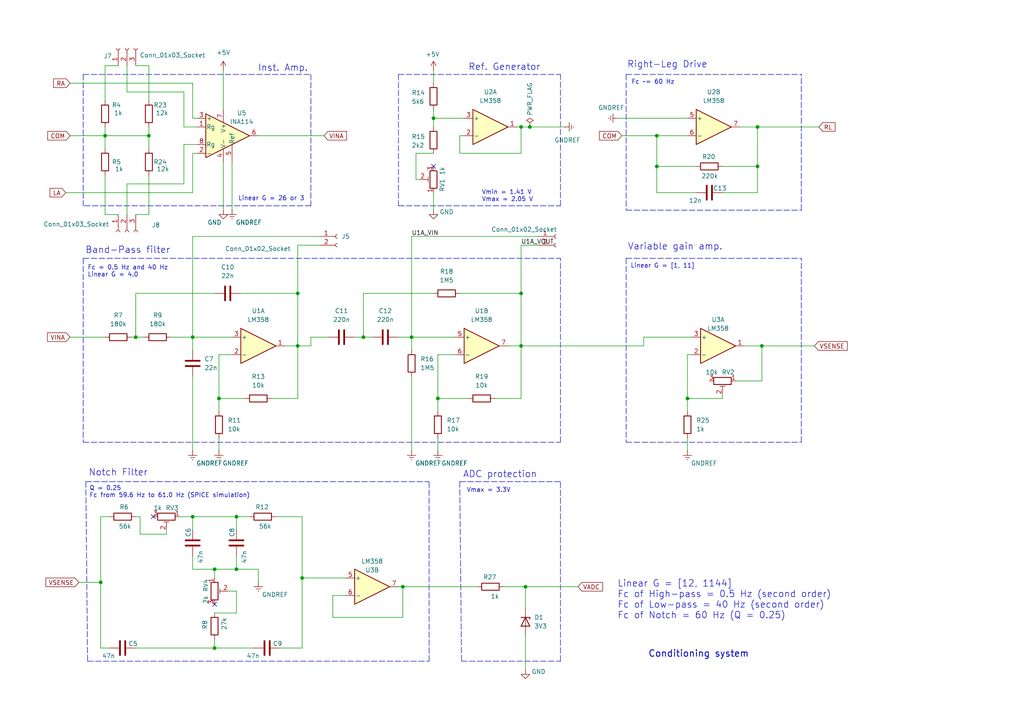
<source format=kicad_sch>
(kicad_sch
	(version 20250114)
	(generator "eeschema")
	(generator_version "9.0")
	(uuid "b272170f-68d0-46f9-a8b5-9dd6b6459cd8")
	(paper "A4")
	(lib_symbols
		(symbol "Amplifier_Instrumentation:INA128"
			(pin_names
				(offset 0.127)
			)
			(exclude_from_sim no)
			(in_bom yes)
			(on_board yes)
			(property "Reference" "U"
				(at 3.81 3.175 0)
				(effects
					(font
						(size 1.27 1.27)
					)
					(justify left)
				)
			)
			(property "Value" "INA128"
				(at 3.81 -3.175 0)
				(effects
					(font
						(size 1.27 1.27)
					)
					(justify left)
				)
			)
			(property "Footprint" ""
				(at 2.54 0 0)
				(effects
					(font
						(size 1.27 1.27)
					)
					(hide yes)
				)
			)
			(property "Datasheet" "http://www.ti.com/lit/ds/symlink/ina128.pdf"
				(at 2.54 0 0)
				(effects
					(font
						(size 1.27 1.27)
					)
					(hide yes)
				)
			)
			(property "Description" "Precision, Low Power Instrumentation Amplifier G = 1 + 50kOhm/Rg, DIP-8/SOIC-8"
				(at 0 0 0)
				(effects
					(font
						(size 1.27 1.27)
					)
					(hide yes)
				)
			)
			(property "ki_keywords" "instrumentation opamp"
				(at 0 0 0)
				(effects
					(font
						(size 1.27 1.27)
					)
					(hide yes)
				)
			)
			(property "ki_fp_filters" "DIP*W7.62mm* SOIC*P1.27mm*"
				(at 0 0 0)
				(effects
					(font
						(size 1.27 1.27)
					)
					(hide yes)
				)
			)
			(symbol "INA128_0_1"
				(polyline
					(pts
						(xy 7.62 0) (xy -5.08 6.35) (xy -5.08 -6.35) (xy 7.62 0)
					)
					(stroke
						(width 0.254)
						(type default)
					)
					(fill
						(type background)
					)
				)
			)
			(symbol "INA128_1_1"
				(pin input line
					(at -7.62 5.08 0)
					(length 2.54)
					(name "+"
						(effects
							(font
								(size 1.27 1.27)
							)
						)
					)
					(number "3"
						(effects
							(font
								(size 1.27 1.27)
							)
						)
					)
				)
				(pin passive line
					(at -7.62 2.54 0)
					(length 2.54)
					(name "Rg"
						(effects
							(font
								(size 1.27 1.27)
							)
						)
					)
					(number "1"
						(effects
							(font
								(size 1.27 1.27)
							)
						)
					)
				)
				(pin passive line
					(at -7.62 -2.54 0)
					(length 2.54)
					(name "Rg"
						(effects
							(font
								(size 1.27 1.27)
							)
						)
					)
					(number "8"
						(effects
							(font
								(size 1.27 1.27)
							)
						)
					)
				)
				(pin input line
					(at -7.62 -5.08 0)
					(length 2.54)
					(name "-"
						(effects
							(font
								(size 1.27 1.27)
							)
						)
					)
					(number "2"
						(effects
							(font
								(size 1.27 1.27)
							)
						)
					)
				)
				(pin power_in line
					(at 0 7.62 270)
					(length 3.81)
					(name "V+"
						(effects
							(font
								(size 1.27 1.27)
							)
						)
					)
					(number "7"
						(effects
							(font
								(size 1.27 1.27)
							)
						)
					)
				)
				(pin power_in line
					(at 0 -7.62 90)
					(length 3.81)
					(name "V-"
						(effects
							(font
								(size 1.27 1.27)
							)
						)
					)
					(number "4"
						(effects
							(font
								(size 1.27 1.27)
							)
						)
					)
				)
				(pin input line
					(at 2.54 -7.62 90)
					(length 5.08)
					(name "Ref"
						(effects
							(font
								(size 1.27 1.27)
							)
						)
					)
					(number "5"
						(effects
							(font
								(size 1.27 1.27)
							)
						)
					)
				)
				(pin output line
					(at 10.16 0 180)
					(length 2.54)
					(name "~"
						(effects
							(font
								(size 1.27 1.27)
							)
						)
					)
					(number "6"
						(effects
							(font
								(size 1.27 1.27)
							)
						)
					)
				)
			)
			(embedded_fonts no)
		)
		(symbol "Amplifier_Operational:LM358"
			(pin_names
				(offset 0.127)
			)
			(exclude_from_sim no)
			(in_bom yes)
			(on_board yes)
			(property "Reference" "U"
				(at 0 5.08 0)
				(effects
					(font
						(size 1.27 1.27)
					)
					(justify left)
				)
			)
			(property "Value" "LM358"
				(at 0 -5.08 0)
				(effects
					(font
						(size 1.27 1.27)
					)
					(justify left)
				)
			)
			(property "Footprint" ""
				(at 0 0 0)
				(effects
					(font
						(size 1.27 1.27)
					)
					(hide yes)
				)
			)
			(property "Datasheet" "http://www.ti.com/lit/ds/symlink/lm2904-n.pdf"
				(at 0 0 0)
				(effects
					(font
						(size 1.27 1.27)
					)
					(hide yes)
				)
			)
			(property "Description" "Low-Power, Dual Operational Amplifiers, DIP-8/SOIC-8/TO-99-8"
				(at 0 0 0)
				(effects
					(font
						(size 1.27 1.27)
					)
					(hide yes)
				)
			)
			(property "ki_locked" ""
				(at 0 0 0)
				(effects
					(font
						(size 1.27 1.27)
					)
				)
			)
			(property "ki_keywords" "dual opamp"
				(at 0 0 0)
				(effects
					(font
						(size 1.27 1.27)
					)
					(hide yes)
				)
			)
			(property "ki_fp_filters" "SOIC*3.9x4.9mm*P1.27mm* DIP*W7.62mm* TO*99* OnSemi*Micro8* TSSOP*3x3mm*P0.65mm* TSSOP*4.4x3mm*P0.65mm* MSOP*3x3mm*P0.65mm* SSOP*3.9x4.9mm*P0.635mm* LFCSP*2x2mm*P0.5mm* *SIP* SOIC*5.3x6.2mm*P1.27mm*"
				(at 0 0 0)
				(effects
					(font
						(size 1.27 1.27)
					)
					(hide yes)
				)
			)
			(symbol "LM358_1_1"
				(polyline
					(pts
						(xy -5.08 5.08) (xy 5.08 0) (xy -5.08 -5.08) (xy -5.08 5.08)
					)
					(stroke
						(width 0.254)
						(type default)
					)
					(fill
						(type background)
					)
				)
				(pin input line
					(at -7.62 2.54 0)
					(length 2.54)
					(name "+"
						(effects
							(font
								(size 1.27 1.27)
							)
						)
					)
					(number "3"
						(effects
							(font
								(size 1.27 1.27)
							)
						)
					)
				)
				(pin input line
					(at -7.62 -2.54 0)
					(length 2.54)
					(name "-"
						(effects
							(font
								(size 1.27 1.27)
							)
						)
					)
					(number "2"
						(effects
							(font
								(size 1.27 1.27)
							)
						)
					)
				)
				(pin output line
					(at 7.62 0 180)
					(length 2.54)
					(name "~"
						(effects
							(font
								(size 1.27 1.27)
							)
						)
					)
					(number "1"
						(effects
							(font
								(size 1.27 1.27)
							)
						)
					)
				)
			)
			(symbol "LM358_2_1"
				(polyline
					(pts
						(xy -5.08 5.08) (xy 5.08 0) (xy -5.08 -5.08) (xy -5.08 5.08)
					)
					(stroke
						(width 0.254)
						(type default)
					)
					(fill
						(type background)
					)
				)
				(pin input line
					(at -7.62 2.54 0)
					(length 2.54)
					(name "+"
						(effects
							(font
								(size 1.27 1.27)
							)
						)
					)
					(number "5"
						(effects
							(font
								(size 1.27 1.27)
							)
						)
					)
				)
				(pin input line
					(at -7.62 -2.54 0)
					(length 2.54)
					(name "-"
						(effects
							(font
								(size 1.27 1.27)
							)
						)
					)
					(number "6"
						(effects
							(font
								(size 1.27 1.27)
							)
						)
					)
				)
				(pin output line
					(at 7.62 0 180)
					(length 2.54)
					(name "~"
						(effects
							(font
								(size 1.27 1.27)
							)
						)
					)
					(number "7"
						(effects
							(font
								(size 1.27 1.27)
							)
						)
					)
				)
			)
			(symbol "LM358_3_1"
				(pin power_in line
					(at -2.54 7.62 270)
					(length 3.81)
					(name "V+"
						(effects
							(font
								(size 1.27 1.27)
							)
						)
					)
					(number "8"
						(effects
							(font
								(size 1.27 1.27)
							)
						)
					)
				)
				(pin power_in line
					(at -2.54 -7.62 90)
					(length 3.81)
					(name "V-"
						(effects
							(font
								(size 1.27 1.27)
							)
						)
					)
					(number "4"
						(effects
							(font
								(size 1.27 1.27)
							)
						)
					)
				)
			)
			(embedded_fonts no)
		)
		(symbol "Connector:Conn_01x02_Socket"
			(pin_names
				(offset 1.016)
				(hide yes)
			)
			(exclude_from_sim no)
			(in_bom yes)
			(on_board yes)
			(property "Reference" "J"
				(at 0 2.54 0)
				(effects
					(font
						(size 1.27 1.27)
					)
				)
			)
			(property "Value" "Conn_01x02_Socket"
				(at 0 -5.08 0)
				(effects
					(font
						(size 1.27 1.27)
					)
				)
			)
			(property "Footprint" ""
				(at 0 0 0)
				(effects
					(font
						(size 1.27 1.27)
					)
					(hide yes)
				)
			)
			(property "Datasheet" "~"
				(at 0 0 0)
				(effects
					(font
						(size 1.27 1.27)
					)
					(hide yes)
				)
			)
			(property "Description" "Generic connector, single row, 01x02, script generated"
				(at 0 0 0)
				(effects
					(font
						(size 1.27 1.27)
					)
					(hide yes)
				)
			)
			(property "ki_locked" ""
				(at 0 0 0)
				(effects
					(font
						(size 1.27 1.27)
					)
				)
			)
			(property "ki_keywords" "connector"
				(at 0 0 0)
				(effects
					(font
						(size 1.27 1.27)
					)
					(hide yes)
				)
			)
			(property "ki_fp_filters" "Connector*:*_1x??_*"
				(at 0 0 0)
				(effects
					(font
						(size 1.27 1.27)
					)
					(hide yes)
				)
			)
			(symbol "Conn_01x02_Socket_1_1"
				(polyline
					(pts
						(xy -1.27 0) (xy -0.508 0)
					)
					(stroke
						(width 0.1524)
						(type default)
					)
					(fill
						(type none)
					)
				)
				(polyline
					(pts
						(xy -1.27 -2.54) (xy -0.508 -2.54)
					)
					(stroke
						(width 0.1524)
						(type default)
					)
					(fill
						(type none)
					)
				)
				(arc
					(start 0 -0.508)
					(mid -0.5058 0)
					(end 0 0.508)
					(stroke
						(width 0.1524)
						(type default)
					)
					(fill
						(type none)
					)
				)
				(arc
					(start 0 -3.048)
					(mid -0.5058 -2.54)
					(end 0 -2.032)
					(stroke
						(width 0.1524)
						(type default)
					)
					(fill
						(type none)
					)
				)
				(pin passive line
					(at -5.08 0 0)
					(length 3.81)
					(name "Pin_1"
						(effects
							(font
								(size 1.27 1.27)
							)
						)
					)
					(number "1"
						(effects
							(font
								(size 1.27 1.27)
							)
						)
					)
				)
				(pin passive line
					(at -5.08 -2.54 0)
					(length 3.81)
					(name "Pin_2"
						(effects
							(font
								(size 1.27 1.27)
							)
						)
					)
					(number "2"
						(effects
							(font
								(size 1.27 1.27)
							)
						)
					)
				)
			)
			(embedded_fonts no)
		)
		(symbol "Connector:Conn_01x03_Socket"
			(pin_names
				(offset 1.016)
				(hide yes)
			)
			(exclude_from_sim no)
			(in_bom yes)
			(on_board yes)
			(property "Reference" "J"
				(at 0 5.08 0)
				(effects
					(font
						(size 1.27 1.27)
					)
				)
			)
			(property "Value" "Conn_01x03_Socket"
				(at 0 -5.08 0)
				(effects
					(font
						(size 1.27 1.27)
					)
				)
			)
			(property "Footprint" ""
				(at 0 0 0)
				(effects
					(font
						(size 1.27 1.27)
					)
					(hide yes)
				)
			)
			(property "Datasheet" "~"
				(at 0 0 0)
				(effects
					(font
						(size 1.27 1.27)
					)
					(hide yes)
				)
			)
			(property "Description" "Generic connector, single row, 01x03, script generated"
				(at 0 0 0)
				(effects
					(font
						(size 1.27 1.27)
					)
					(hide yes)
				)
			)
			(property "ki_locked" ""
				(at 0 0 0)
				(effects
					(font
						(size 1.27 1.27)
					)
				)
			)
			(property "ki_keywords" "connector"
				(at 0 0 0)
				(effects
					(font
						(size 1.27 1.27)
					)
					(hide yes)
				)
			)
			(property "ki_fp_filters" "Connector*:*_1x??_*"
				(at 0 0 0)
				(effects
					(font
						(size 1.27 1.27)
					)
					(hide yes)
				)
			)
			(symbol "Conn_01x03_Socket_1_1"
				(polyline
					(pts
						(xy -1.27 2.54) (xy -0.508 2.54)
					)
					(stroke
						(width 0.1524)
						(type default)
					)
					(fill
						(type none)
					)
				)
				(polyline
					(pts
						(xy -1.27 0) (xy -0.508 0)
					)
					(stroke
						(width 0.1524)
						(type default)
					)
					(fill
						(type none)
					)
				)
				(polyline
					(pts
						(xy -1.27 -2.54) (xy -0.508 -2.54)
					)
					(stroke
						(width 0.1524)
						(type default)
					)
					(fill
						(type none)
					)
				)
				(arc
					(start 0 2.032)
					(mid -0.5058 2.54)
					(end 0 3.048)
					(stroke
						(width 0.1524)
						(type default)
					)
					(fill
						(type none)
					)
				)
				(arc
					(start 0 -0.508)
					(mid -0.5058 0)
					(end 0 0.508)
					(stroke
						(width 0.1524)
						(type default)
					)
					(fill
						(type none)
					)
				)
				(arc
					(start 0 -3.048)
					(mid -0.5058 -2.54)
					(end 0 -2.032)
					(stroke
						(width 0.1524)
						(type default)
					)
					(fill
						(type none)
					)
				)
				(pin passive line
					(at -5.08 2.54 0)
					(length 3.81)
					(name "Pin_1"
						(effects
							(font
								(size 1.27 1.27)
							)
						)
					)
					(number "1"
						(effects
							(font
								(size 1.27 1.27)
							)
						)
					)
				)
				(pin passive line
					(at -5.08 0 0)
					(length 3.81)
					(name "Pin_2"
						(effects
							(font
								(size 1.27 1.27)
							)
						)
					)
					(number "2"
						(effects
							(font
								(size 1.27 1.27)
							)
						)
					)
				)
				(pin passive line
					(at -5.08 -2.54 0)
					(length 3.81)
					(name "Pin_3"
						(effects
							(font
								(size 1.27 1.27)
							)
						)
					)
					(number "3"
						(effects
							(font
								(size 1.27 1.27)
							)
						)
					)
				)
			)
			(embedded_fonts no)
		)
		(symbol "Device:C"
			(pin_numbers
				(hide yes)
			)
			(pin_names
				(offset 0.254)
			)
			(exclude_from_sim no)
			(in_bom yes)
			(on_board yes)
			(property "Reference" "C"
				(at 0.635 2.54 0)
				(effects
					(font
						(size 1.27 1.27)
					)
					(justify left)
				)
			)
			(property "Value" "C"
				(at 0.635 -2.54 0)
				(effects
					(font
						(size 1.27 1.27)
					)
					(justify left)
				)
			)
			(property "Footprint" ""
				(at 0.9652 -3.81 0)
				(effects
					(font
						(size 1.27 1.27)
					)
					(hide yes)
				)
			)
			(property "Datasheet" "~"
				(at 0 0 0)
				(effects
					(font
						(size 1.27 1.27)
					)
					(hide yes)
				)
			)
			(property "Description" "Unpolarized capacitor"
				(at 0 0 0)
				(effects
					(font
						(size 1.27 1.27)
					)
					(hide yes)
				)
			)
			(property "ki_keywords" "cap capacitor"
				(at 0 0 0)
				(effects
					(font
						(size 1.27 1.27)
					)
					(hide yes)
				)
			)
			(property "ki_fp_filters" "C_*"
				(at 0 0 0)
				(effects
					(font
						(size 1.27 1.27)
					)
					(hide yes)
				)
			)
			(symbol "C_0_1"
				(polyline
					(pts
						(xy -2.032 0.762) (xy 2.032 0.762)
					)
					(stroke
						(width 0.508)
						(type default)
					)
					(fill
						(type none)
					)
				)
				(polyline
					(pts
						(xy -2.032 -0.762) (xy 2.032 -0.762)
					)
					(stroke
						(width 0.508)
						(type default)
					)
					(fill
						(type none)
					)
				)
			)
			(symbol "C_1_1"
				(pin passive line
					(at 0 3.81 270)
					(length 2.794)
					(name "~"
						(effects
							(font
								(size 1.27 1.27)
							)
						)
					)
					(number "1"
						(effects
							(font
								(size 1.27 1.27)
							)
						)
					)
				)
				(pin passive line
					(at 0 -3.81 90)
					(length 2.794)
					(name "~"
						(effects
							(font
								(size 1.27 1.27)
							)
						)
					)
					(number "2"
						(effects
							(font
								(size 1.27 1.27)
							)
						)
					)
				)
			)
			(embedded_fonts no)
		)
		(symbol "Device:D_Zener"
			(pin_numbers
				(hide yes)
			)
			(pin_names
				(offset 1.016)
				(hide yes)
			)
			(exclude_from_sim no)
			(in_bom yes)
			(on_board yes)
			(property "Reference" "D"
				(at 0 2.54 0)
				(effects
					(font
						(size 1.27 1.27)
					)
				)
			)
			(property "Value" "D_Zener"
				(at 0 -2.54 0)
				(effects
					(font
						(size 1.27 1.27)
					)
				)
			)
			(property "Footprint" ""
				(at 0 0 0)
				(effects
					(font
						(size 1.27 1.27)
					)
					(hide yes)
				)
			)
			(property "Datasheet" "~"
				(at 0 0 0)
				(effects
					(font
						(size 1.27 1.27)
					)
					(hide yes)
				)
			)
			(property "Description" "Zener diode"
				(at 0 0 0)
				(effects
					(font
						(size 1.27 1.27)
					)
					(hide yes)
				)
			)
			(property "ki_keywords" "diode"
				(at 0 0 0)
				(effects
					(font
						(size 1.27 1.27)
					)
					(hide yes)
				)
			)
			(property "ki_fp_filters" "TO-???* *_Diode_* *SingleDiode* D_*"
				(at 0 0 0)
				(effects
					(font
						(size 1.27 1.27)
					)
					(hide yes)
				)
			)
			(symbol "D_Zener_0_1"
				(polyline
					(pts
						(xy -1.27 -1.27) (xy -1.27 1.27) (xy -0.762 1.27)
					)
					(stroke
						(width 0.254)
						(type default)
					)
					(fill
						(type none)
					)
				)
				(polyline
					(pts
						(xy 1.27 0) (xy -1.27 0)
					)
					(stroke
						(width 0)
						(type default)
					)
					(fill
						(type none)
					)
				)
				(polyline
					(pts
						(xy 1.27 -1.27) (xy 1.27 1.27) (xy -1.27 0) (xy 1.27 -1.27)
					)
					(stroke
						(width 0.254)
						(type default)
					)
					(fill
						(type none)
					)
				)
			)
			(symbol "D_Zener_1_1"
				(pin passive line
					(at -3.81 0 0)
					(length 2.54)
					(name "K"
						(effects
							(font
								(size 1.27 1.27)
							)
						)
					)
					(number "1"
						(effects
							(font
								(size 1.27 1.27)
							)
						)
					)
				)
				(pin passive line
					(at 3.81 0 180)
					(length 2.54)
					(name "A"
						(effects
							(font
								(size 1.27 1.27)
							)
						)
					)
					(number "2"
						(effects
							(font
								(size 1.27 1.27)
							)
						)
					)
				)
			)
			(embedded_fonts no)
		)
		(symbol "Device:R"
			(pin_numbers
				(hide yes)
			)
			(pin_names
				(offset 0)
			)
			(exclude_from_sim no)
			(in_bom yes)
			(on_board yes)
			(property "Reference" "R"
				(at 2.032 0 90)
				(effects
					(font
						(size 1.27 1.27)
					)
				)
			)
			(property "Value" "R"
				(at 0 0 90)
				(effects
					(font
						(size 1.27 1.27)
					)
				)
			)
			(property "Footprint" ""
				(at -1.778 0 90)
				(effects
					(font
						(size 1.27 1.27)
					)
					(hide yes)
				)
			)
			(property "Datasheet" "~"
				(at 0 0 0)
				(effects
					(font
						(size 1.27 1.27)
					)
					(hide yes)
				)
			)
			(property "Description" "Resistor"
				(at 0 0 0)
				(effects
					(font
						(size 1.27 1.27)
					)
					(hide yes)
				)
			)
			(property "ki_keywords" "R res resistor"
				(at 0 0 0)
				(effects
					(font
						(size 1.27 1.27)
					)
					(hide yes)
				)
			)
			(property "ki_fp_filters" "R_*"
				(at 0 0 0)
				(effects
					(font
						(size 1.27 1.27)
					)
					(hide yes)
				)
			)
			(symbol "R_0_1"
				(rectangle
					(start -1.016 -2.54)
					(end 1.016 2.54)
					(stroke
						(width 0.254)
						(type default)
					)
					(fill
						(type none)
					)
				)
			)
			(symbol "R_1_1"
				(pin passive line
					(at 0 3.81 270)
					(length 1.27)
					(name "~"
						(effects
							(font
								(size 1.27 1.27)
							)
						)
					)
					(number "1"
						(effects
							(font
								(size 1.27 1.27)
							)
						)
					)
				)
				(pin passive line
					(at 0 -3.81 90)
					(length 1.27)
					(name "~"
						(effects
							(font
								(size 1.27 1.27)
							)
						)
					)
					(number "2"
						(effects
							(font
								(size 1.27 1.27)
							)
						)
					)
				)
			)
			(embedded_fonts no)
		)
		(symbol "Device:R_Potentiometer_Trim"
			(pin_names
				(offset 1.016)
				(hide yes)
			)
			(exclude_from_sim no)
			(in_bom yes)
			(on_board yes)
			(property "Reference" "RV"
				(at -4.445 0 90)
				(effects
					(font
						(size 1.27 1.27)
					)
				)
			)
			(property "Value" "R_Potentiometer_Trim"
				(at -2.54 0 90)
				(effects
					(font
						(size 1.27 1.27)
					)
				)
			)
			(property "Footprint" ""
				(at 0 0 0)
				(effects
					(font
						(size 1.27 1.27)
					)
					(hide yes)
				)
			)
			(property "Datasheet" "~"
				(at 0 0 0)
				(effects
					(font
						(size 1.27 1.27)
					)
					(hide yes)
				)
			)
			(property "Description" "Trim-potentiometer"
				(at 0 0 0)
				(effects
					(font
						(size 1.27 1.27)
					)
					(hide yes)
				)
			)
			(property "ki_keywords" "resistor variable trimpot trimmer"
				(at 0 0 0)
				(effects
					(font
						(size 1.27 1.27)
					)
					(hide yes)
				)
			)
			(property "ki_fp_filters" "Potentiometer*"
				(at 0 0 0)
				(effects
					(font
						(size 1.27 1.27)
					)
					(hide yes)
				)
			)
			(symbol "R_Potentiometer_Trim_0_1"
				(rectangle
					(start 1.016 2.54)
					(end -1.016 -2.54)
					(stroke
						(width 0.254)
						(type default)
					)
					(fill
						(type none)
					)
				)
				(polyline
					(pts
						(xy 1.524 0.762) (xy 1.524 -0.762)
					)
					(stroke
						(width 0)
						(type default)
					)
					(fill
						(type none)
					)
				)
				(polyline
					(pts
						(xy 2.54 0) (xy 1.524 0)
					)
					(stroke
						(width 0)
						(type default)
					)
					(fill
						(type none)
					)
				)
			)
			(symbol "R_Potentiometer_Trim_1_1"
				(pin passive line
					(at 0 3.81 270)
					(length 1.27)
					(name "1"
						(effects
							(font
								(size 1.27 1.27)
							)
						)
					)
					(number "1"
						(effects
							(font
								(size 1.27 1.27)
							)
						)
					)
				)
				(pin passive line
					(at 0 -3.81 90)
					(length 1.27)
					(name "3"
						(effects
							(font
								(size 1.27 1.27)
							)
						)
					)
					(number "3"
						(effects
							(font
								(size 1.27 1.27)
							)
						)
					)
				)
				(pin passive line
					(at 3.81 0 180)
					(length 1.27)
					(name "2"
						(effects
							(font
								(size 1.27 1.27)
							)
						)
					)
					(number "2"
						(effects
							(font
								(size 1.27 1.27)
							)
						)
					)
				)
			)
			(embedded_fonts no)
		)
		(symbol "power:+5V"
			(power)
			(pin_numbers
				(hide yes)
			)
			(pin_names
				(offset 0)
				(hide yes)
			)
			(exclude_from_sim no)
			(in_bom yes)
			(on_board yes)
			(property "Reference" "#PWR"
				(at 0 -3.81 0)
				(effects
					(font
						(size 1.27 1.27)
					)
					(hide yes)
				)
			)
			(property "Value" "+5V"
				(at 0 3.556 0)
				(effects
					(font
						(size 1.27 1.27)
					)
				)
			)
			(property "Footprint" ""
				(at 0 0 0)
				(effects
					(font
						(size 1.27 1.27)
					)
					(hide yes)
				)
			)
			(property "Datasheet" ""
				(at 0 0 0)
				(effects
					(font
						(size 1.27 1.27)
					)
					(hide yes)
				)
			)
			(property "Description" "Power symbol creates a global label with name \"+5V\""
				(at 0 0 0)
				(effects
					(font
						(size 1.27 1.27)
					)
					(hide yes)
				)
			)
			(property "ki_keywords" "global power"
				(at 0 0 0)
				(effects
					(font
						(size 1.27 1.27)
					)
					(hide yes)
				)
			)
			(symbol "+5V_0_1"
				(polyline
					(pts
						(xy -0.762 1.27) (xy 0 2.54)
					)
					(stroke
						(width 0)
						(type default)
					)
					(fill
						(type none)
					)
				)
				(polyline
					(pts
						(xy 0 2.54) (xy 0.762 1.27)
					)
					(stroke
						(width 0)
						(type default)
					)
					(fill
						(type none)
					)
				)
				(polyline
					(pts
						(xy 0 0) (xy 0 2.54)
					)
					(stroke
						(width 0)
						(type default)
					)
					(fill
						(type none)
					)
				)
			)
			(symbol "+5V_1_1"
				(pin power_in line
					(at 0 0 90)
					(length 0)
					(name "~"
						(effects
							(font
								(size 1.27 1.27)
							)
						)
					)
					(number "1"
						(effects
							(font
								(size 1.27 1.27)
							)
						)
					)
				)
			)
			(embedded_fonts no)
		)
		(symbol "power:GND"
			(power)
			(pin_numbers
				(hide yes)
			)
			(pin_names
				(offset 0)
				(hide yes)
			)
			(exclude_from_sim no)
			(in_bom yes)
			(on_board yes)
			(property "Reference" "#PWR"
				(at 0 -6.35 0)
				(effects
					(font
						(size 1.27 1.27)
					)
					(hide yes)
				)
			)
			(property "Value" "GND"
				(at 0 -3.81 0)
				(effects
					(font
						(size 1.27 1.27)
					)
				)
			)
			(property "Footprint" ""
				(at 0 0 0)
				(effects
					(font
						(size 1.27 1.27)
					)
					(hide yes)
				)
			)
			(property "Datasheet" ""
				(at 0 0 0)
				(effects
					(font
						(size 1.27 1.27)
					)
					(hide yes)
				)
			)
			(property "Description" "Power symbol creates a global label with name \"GND\" , ground"
				(at 0 0 0)
				(effects
					(font
						(size 1.27 1.27)
					)
					(hide yes)
				)
			)
			(property "ki_keywords" "global power"
				(at 0 0 0)
				(effects
					(font
						(size 1.27 1.27)
					)
					(hide yes)
				)
			)
			(symbol "GND_0_1"
				(polyline
					(pts
						(xy 0 0) (xy 0 -1.27) (xy 1.27 -1.27) (xy 0 -2.54) (xy -1.27 -1.27) (xy 0 -1.27)
					)
					(stroke
						(width 0)
						(type default)
					)
					(fill
						(type none)
					)
				)
			)
			(symbol "GND_1_1"
				(pin power_in line
					(at 0 0 270)
					(length 0)
					(name "~"
						(effects
							(font
								(size 1.27 1.27)
							)
						)
					)
					(number "1"
						(effects
							(font
								(size 1.27 1.27)
							)
						)
					)
				)
			)
			(embedded_fonts no)
		)
		(symbol "power:GNDREF"
			(power)
			(pin_numbers
				(hide yes)
			)
			(pin_names
				(offset 0)
				(hide yes)
			)
			(exclude_from_sim no)
			(in_bom yes)
			(on_board yes)
			(property "Reference" "#PWR"
				(at 0 -6.35 0)
				(effects
					(font
						(size 1.27 1.27)
					)
					(hide yes)
				)
			)
			(property "Value" "GNDREF"
				(at 0 -3.81 0)
				(effects
					(font
						(size 1.27 1.27)
					)
				)
			)
			(property "Footprint" ""
				(at 0 0 0)
				(effects
					(font
						(size 1.27 1.27)
					)
					(hide yes)
				)
			)
			(property "Datasheet" ""
				(at 0 0 0)
				(effects
					(font
						(size 1.27 1.27)
					)
					(hide yes)
				)
			)
			(property "Description" "Power symbol creates a global label with name \"GNDREF\" , reference supply ground"
				(at 0 0 0)
				(effects
					(font
						(size 1.27 1.27)
					)
					(hide yes)
				)
			)
			(property "ki_keywords" "global power"
				(at 0 0 0)
				(effects
					(font
						(size 1.27 1.27)
					)
					(hide yes)
				)
			)
			(symbol "GNDREF_0_1"
				(polyline
					(pts
						(xy -0.635 -1.905) (xy 0.635 -1.905)
					)
					(stroke
						(width 0)
						(type default)
					)
					(fill
						(type none)
					)
				)
				(polyline
					(pts
						(xy -0.127 -2.54) (xy 0.127 -2.54)
					)
					(stroke
						(width 0)
						(type default)
					)
					(fill
						(type none)
					)
				)
				(polyline
					(pts
						(xy 0 -1.27) (xy 0 0)
					)
					(stroke
						(width 0)
						(type default)
					)
					(fill
						(type none)
					)
				)
				(polyline
					(pts
						(xy 1.27 -1.27) (xy -1.27 -1.27)
					)
					(stroke
						(width 0)
						(type default)
					)
					(fill
						(type none)
					)
				)
			)
			(symbol "GNDREF_1_1"
				(pin power_in line
					(at 0 0 270)
					(length 0)
					(name "~"
						(effects
							(font
								(size 1.27 1.27)
							)
						)
					)
					(number "1"
						(effects
							(font
								(size 1.27 1.27)
							)
						)
					)
				)
			)
			(embedded_fonts no)
		)
		(symbol "power:PWR_FLAG"
			(power)
			(pin_numbers
				(hide yes)
			)
			(pin_names
				(offset 0)
				(hide yes)
			)
			(exclude_from_sim no)
			(in_bom yes)
			(on_board yes)
			(property "Reference" "#FLG"
				(at 0 1.905 0)
				(effects
					(font
						(size 1.27 1.27)
					)
					(hide yes)
				)
			)
			(property "Value" "PWR_FLAG"
				(at 0 3.81 0)
				(effects
					(font
						(size 1.27 1.27)
					)
				)
			)
			(property "Footprint" ""
				(at 0 0 0)
				(effects
					(font
						(size 1.27 1.27)
					)
					(hide yes)
				)
			)
			(property "Datasheet" "~"
				(at 0 0 0)
				(effects
					(font
						(size 1.27 1.27)
					)
					(hide yes)
				)
			)
			(property "Description" "Special symbol for telling ERC where power comes from"
				(at 0 0 0)
				(effects
					(font
						(size 1.27 1.27)
					)
					(hide yes)
				)
			)
			(property "ki_keywords" "flag power"
				(at 0 0 0)
				(effects
					(font
						(size 1.27 1.27)
					)
					(hide yes)
				)
			)
			(symbol "PWR_FLAG_0_0"
				(pin power_out line
					(at 0 0 90)
					(length 0)
					(name "~"
						(effects
							(font
								(size 1.27 1.27)
							)
						)
					)
					(number "1"
						(effects
							(font
								(size 1.27 1.27)
							)
						)
					)
				)
			)
			(symbol "PWR_FLAG_0_1"
				(polyline
					(pts
						(xy 0 0) (xy 0 1.27) (xy -1.016 1.905) (xy 0 2.54) (xy 1.016 1.905) (xy 0 1.27)
					)
					(stroke
						(width 0)
						(type default)
					)
					(fill
						(type none)
					)
				)
			)
			(embedded_fonts no)
		)
	)
	(text "Ref. Generator\n"
		(exclude_from_sim no)
		(at 146.304 19.558 0)
		(effects
			(font
				(size 1.905 1.905)
			)
		)
		(uuid "1c05d220-b1c0-45d3-8788-6b8e6cf367b9")
	)
	(text "Inst. Amp."
		(exclude_from_sim no)
		(at 89.408 19.812 0)
		(effects
			(font
				(size 1.905 1.905)
			)
			(justify right)
		)
		(uuid "209932a5-5497-4ba9-89ce-6d6725a99719")
	)
	(text "Q = 0.25\nFc from 59.6 Hz to 61.0 Hz (SPICE simulation)"
		(exclude_from_sim no)
		(at 25.908 142.748 0)
		(effects
			(font
				(size 1.27 1.27)
			)
			(justify left)
		)
		(uuid "32ac3076-860c-48dd-b8ac-3dbe3b3fd8ba")
	)
	(text "Variable gain amp."
		(exclude_from_sim no)
		(at 195.834 71.628 0)
		(effects
			(font
				(size 1.905 1.905)
			)
		)
		(uuid "3d129c4a-93dc-4700-94d4-f38127a3e641")
	)
	(text "Right-Leg Drive"
		(exclude_from_sim no)
		(at 193.548 18.796 0)
		(effects
			(font
				(size 1.905 1.905)
			)
		)
		(uuid "41ba9908-c5e4-4d29-9431-ae7e14c75a8d")
	)
	(text "Notch Filter"
		(exclude_from_sim no)
		(at 34.29 137.16 0)
		(effects
			(font
				(size 1.905 1.905)
			)
		)
		(uuid "6cd18d69-3c4d-43c4-b164-a07fb0492ab8")
	)
	(text "ADC protection"
		(exclude_from_sim no)
		(at 145.034 137.668 0)
		(effects
			(font
				(size 1.905 1.905)
			)
		)
		(uuid "9301738c-8aee-41a0-9a35-0e28efebea9a")
	)
	(text "Linear G = 26 or 3"
		(exclude_from_sim no)
		(at 69.088 57.658 0)
		(effects
			(font
				(size 1.27 1.27)
			)
			(justify left)
		)
		(uuid "cbd2d060-d932-474a-8a4f-a52fa79708e5")
	)
	(text "Fc = 0.5 Hz and 40 Hz\nLinear G = 4.0"
		(exclude_from_sim no)
		(at 25.4 78.74 0)
		(effects
			(font
				(size 1.27 1.27)
			)
			(justify left)
		)
		(uuid "cd8cb6be-43dc-4b82-a72e-e085f00f9103")
	)
	(text "Fc ~= 60 Hz"
		(exclude_from_sim no)
		(at 183.134 23.876 0)
		(effects
			(font
				(size 1.27 1.27)
			)
			(justify left)
		)
		(uuid "ce2a42a5-2a2a-40d3-a0b4-0e9795763fe8")
	)
	(text "Linear G = [1, 11]"
		(exclude_from_sim no)
		(at 182.88 77.216 0)
		(effects
			(font
				(size 1.27 1.27)
			)
			(justify left)
		)
		(uuid "dfff1020-34c4-4074-9ad5-db301b530f92")
	)
	(text "Vmax = 3.3V"
		(exclude_from_sim no)
		(at 141.732 142.24 0)
		(effects
			(font
				(size 1.27 1.27)
			)
		)
		(uuid "e3e5441a-8869-4944-9c2c-aec1bfcadb60")
	)
	(text "Vmin = 1.41 V\nVmax = 2.05 V"
		(exclude_from_sim no)
		(at 139.7 56.896 0)
		(effects
			(font
				(size 1.27 1.27)
			)
			(justify left)
		)
		(uuid "e5e8aa8f-6778-4dda-8bbf-926b568071c6")
	)
	(text "Band-Pass filter"
		(exclude_from_sim no)
		(at 37.084 72.644 0)
		(effects
			(font
				(size 1.905 1.905)
			)
		)
		(uuid "eb58e701-69c5-487f-8463-df8deb2c1dba")
	)
	(text "Conditioning system"
		(exclude_from_sim no)
		(at 187.96 189.738 0)
		(effects
			(font
				(size 1.905 1.905)
				(thickness 0.2381)
			)
			(justify left)
		)
		(uuid "f91b0491-25f9-4b8e-9c72-2870d9d4b6cc")
	)
	(text "Linear G = [12, 1144]\nFc of High-pass = 0.5 Hz (second order)\nFc of Low-pass = 40 Hz (second order)\nFc of Notch = 60 Hz (Q = 0.25)"
		(exclude_from_sim no)
		(at 179.07 173.99 0)
		(effects
			(font
				(size 1.905 1.905)
			)
			(justify left)
		)
		(uuid "feb1e5f4-a131-4309-9480-c124e5cc5ffd")
	)
	(junction
		(at 86.36 85.09)
		(diameter 0)
		(color 0 0 0 0)
		(uuid "0670c09e-e08c-48e1-aabe-5f9311f40447")
	)
	(junction
		(at 87.63 167.64)
		(diameter 0)
		(color 0 0 0 0)
		(uuid "073fb861-a79b-49b9-9254-e0638647790d")
	)
	(junction
		(at 55.88 149.86)
		(diameter 0)
		(color 0 0 0 0)
		(uuid "0aab01b3-3ee3-4de3-b855-4e49d0d96d9d")
	)
	(junction
		(at 151.13 85.09)
		(diameter 0)
		(color 0 0 0 0)
		(uuid "0b568973-4684-45ba-9135-a7d028c9915c")
	)
	(junction
		(at 86.36 100.33)
		(diameter 0)
		(color 0 0 0 0)
		(uuid "2bddb1db-4a5d-4d9c-97f9-3d7d992a69f1")
	)
	(junction
		(at 119.38 97.79)
		(diameter 0)
		(color 0 0 0 0)
		(uuid "2d8d044d-6d03-4538-a188-9825dfeb4655")
	)
	(junction
		(at 30.48 39.37)
		(diameter 0)
		(color 0 0 0 0)
		(uuid "3b68911b-fbdf-474a-b12e-146817c61e09")
	)
	(junction
		(at 153.67 36.83)
		(diameter 0)
		(color 0 0 0 0)
		(uuid "4641d2d9-e36c-4377-a485-f50948bd4171")
	)
	(junction
		(at 219.71 48.26)
		(diameter 0)
		(color 0 0 0 0)
		(uuid "4a34ec22-8c4a-4a9d-9ed6-64522add5526")
	)
	(junction
		(at 220.98 100.33)
		(diameter 0)
		(color 0 0 0 0)
		(uuid "4d27f843-338a-45fa-b5de-fc1dc31901ce")
	)
	(junction
		(at 190.5 48.26)
		(diameter 0)
		(color 0 0 0 0)
		(uuid "517fa52d-1380-4265-a09d-30a03f2c3584")
	)
	(junction
		(at 105.41 97.79)
		(diameter 0)
		(color 0 0 0 0)
		(uuid "65d03e73-903a-4d1a-9d07-3598ba5839cb")
	)
	(junction
		(at 55.88 97.79)
		(diameter 0)
		(color 0 0 0 0)
		(uuid "6da3a737-09e2-4956-8dde-115e867ce770")
	)
	(junction
		(at 151.13 100.33)
		(diameter 0)
		(color 0 0 0 0)
		(uuid "6e2ee8dd-ff13-4729-b9e7-c5f34b9bb3f0")
	)
	(junction
		(at 125.73 34.29)
		(diameter 0)
		(color 0 0 0 0)
		(uuid "6ecc89ee-582a-45a2-9cd8-2aa15c23096d")
	)
	(junction
		(at 68.58 165.1)
		(diameter 0)
		(color 0 0 0 0)
		(uuid "74bd6130-5a51-4dcf-a77c-27dfd429b9a2")
	)
	(junction
		(at 151.13 36.83)
		(diameter 0)
		(color 0 0 0 0)
		(uuid "74c24b86-d210-4099-8138-0a8b5b2dda62")
	)
	(junction
		(at 29.21 168.91)
		(diameter 0)
		(color 0 0 0 0)
		(uuid "75a50efa-98ff-4aae-a0dc-a437a7416955")
	)
	(junction
		(at 152.4 170.18)
		(diameter 0)
		(color 0 0 0 0)
		(uuid "98877219-f07d-40fe-bafc-c1990e569222")
	)
	(junction
		(at 219.71 36.83)
		(diameter 0)
		(color 0 0 0 0)
		(uuid "9ffacf52-c128-49d0-b384-b6eff8db5a3e")
	)
	(junction
		(at 199.39 115.57)
		(diameter 0)
		(color 0 0 0 0)
		(uuid "a90d7d50-3461-4ff8-95e1-f8ee209174ed")
	)
	(junction
		(at 63.5 115.57)
		(diameter 0)
		(color 0 0 0 0)
		(uuid "ad578998-4c69-45ef-a5bb-9e93420886e1")
	)
	(junction
		(at 68.58 149.86)
		(diameter 0)
		(color 0 0 0 0)
		(uuid "ad964ee2-499e-428a-9559-cd5467521f49")
	)
	(junction
		(at 39.37 97.79)
		(diameter 0)
		(color 0 0 0 0)
		(uuid "b6bb3084-40e6-4da8-8249-940a2f803cc7")
	)
	(junction
		(at 116.84 170.18)
		(diameter 0)
		(color 0 0 0 0)
		(uuid "c880b19b-9f6f-4bf5-93f0-90668b0b6e02")
	)
	(junction
		(at 127 115.57)
		(diameter 0)
		(color 0 0 0 0)
		(uuid "c9d16e10-565d-4c2b-8c43-d12261825ae9")
	)
	(junction
		(at 62.23 187.96)
		(diameter 0)
		(color 0 0 0 0)
		(uuid "cf901007-fef8-486b-ba25-4904e9ee5628")
	)
	(junction
		(at 43.18 39.37)
		(diameter 0)
		(color 0 0 0 0)
		(uuid "e280e793-5243-4132-977a-21c41bd3012f")
	)
	(junction
		(at 62.23 165.1)
		(diameter 0)
		(color 0 0 0 0)
		(uuid "efde6918-ccb8-4b7f-b29d-18a585e3803a")
	)
	(junction
		(at 190.5 39.37)
		(diameter 0)
		(color 0 0 0 0)
		(uuid "f00a3ad6-2dcc-4a05-b5c3-e1215ad6befe")
	)
	(no_connect
		(at 44.45 149.86)
		(uuid "9e6b07d6-5e49-4efe-a2f7-a59dc0fccd59")
	)
	(no_connect
		(at 62.23 175.26)
		(uuid "b7947421-ee29-4bec-a456-8a1f16605323")
	)
	(no_connect
		(at 125.73 48.26)
		(uuid "fa1fe776-5996-400a-9815-b8da82c2098b")
	)
	(wire
		(pts
			(xy 57.15 41.91) (xy 53.34 41.91)
		)
		(stroke
			(width 0)
			(type default)
		)
		(uuid "00fdefdb-98d3-416c-8e34-c925ae0482b2")
	)
	(polyline
		(pts
			(xy 133.35 139.7) (xy 133.858 191.77)
		)
		(stroke
			(width 0)
			(type dash)
		)
		(uuid "01a3a2e4-42cb-4530-a853-b2dbcf2d6a7d")
	)
	(wire
		(pts
			(xy 53.34 26.67) (xy 53.34 36.83)
		)
		(stroke
			(width 0)
			(type default)
		)
		(uuid "01df3abb-00fe-45b3-96f4-8e3c8ddf571f")
	)
	(wire
		(pts
			(xy 92.71 68.58) (xy 55.88 68.58)
		)
		(stroke
			(width 0)
			(type default)
		)
		(uuid "0247e5b9-e0aa-41e6-aadb-31ac92a9c0d3")
	)
	(wire
		(pts
			(xy 55.88 97.79) (xy 67.31 97.79)
		)
		(stroke
			(width 0)
			(type default)
		)
		(uuid "062df37e-e297-4049-b56a-5190ef48bb29")
	)
	(wire
		(pts
			(xy 125.73 55.88) (xy 125.73 60.96)
		)
		(stroke
			(width 0)
			(type default)
		)
		(uuid "076b6c75-7f8a-4bf8-bb79-7b1f556e0583")
	)
	(polyline
		(pts
			(xy 232.41 60.96) (xy 232.41 21.59)
		)
		(stroke
			(width 0)
			(type dash)
		)
		(uuid "0c80c52e-739a-4770-a58f-7b601885bad2")
	)
	(wire
		(pts
			(xy 43.18 36.83) (xy 43.18 39.37)
		)
		(stroke
			(width 0)
			(type default)
		)
		(uuid "0c887bb0-a84a-4ef2-9d25-aee610380c4d")
	)
	(wire
		(pts
			(xy 29.21 168.91) (xy 29.21 187.96)
		)
		(stroke
			(width 0)
			(type default)
		)
		(uuid "0e886f03-b894-4b16-8ce4-db323a041b7e")
	)
	(wire
		(pts
			(xy 127 102.87) (xy 127 115.57)
		)
		(stroke
			(width 0)
			(type default)
		)
		(uuid "0ecff201-a9aa-4394-ba9b-5b5de79dea41")
	)
	(wire
		(pts
			(xy 63.5 115.57) (xy 71.12 115.57)
		)
		(stroke
			(width 0)
			(type default)
		)
		(uuid "0f7488e8-7a68-4e04-84ce-f62daafc7703")
	)
	(wire
		(pts
			(xy 62.23 165.1) (xy 62.23 167.64)
		)
		(stroke
			(width 0)
			(type default)
		)
		(uuid "111db19a-597a-4f89-8241-cdcc7940c217")
	)
	(wire
		(pts
			(xy 219.71 55.88) (xy 219.71 48.26)
		)
		(stroke
			(width 0)
			(type default)
		)
		(uuid "116da233-a3f9-4ab9-85b0-3942097dce30")
	)
	(wire
		(pts
			(xy 86.36 71.12) (xy 86.36 85.09)
		)
		(stroke
			(width 0)
			(type default)
		)
		(uuid "11e8655e-2cbe-4c28-b4b8-5ad804a6afe0")
	)
	(wire
		(pts
			(xy 90.17 100.33) (xy 90.17 97.79)
		)
		(stroke
			(width 0)
			(type default)
		)
		(uuid "13f3d541-8079-4c0e-a75e-d0e23fe6273d")
	)
	(wire
		(pts
			(xy 43.18 19.05) (xy 39.37 19.05)
		)
		(stroke
			(width 0)
			(type default)
		)
		(uuid "144a2a17-f7da-48a5-b446-6e3757154cef")
	)
	(wire
		(pts
			(xy 53.34 36.83) (xy 57.15 36.83)
		)
		(stroke
			(width 0)
			(type default)
		)
		(uuid "1455256c-06a1-46e1-8b31-269d95b50b39")
	)
	(wire
		(pts
			(xy 34.29 19.05) (xy 30.48 19.05)
		)
		(stroke
			(width 0)
			(type default)
		)
		(uuid "14867fa0-f7ab-41ea-b3a3-4bedbfef7344")
	)
	(wire
		(pts
			(xy 214.63 36.83) (xy 219.71 36.83)
		)
		(stroke
			(width 0)
			(type default)
		)
		(uuid "14ef3066-584b-46ff-8a4e-241d4e9e305a")
	)
	(wire
		(pts
			(xy 90.17 97.79) (xy 95.25 97.79)
		)
		(stroke
			(width 0)
			(type default)
		)
		(uuid "16736753-506a-4026-864e-c5b0a49a2b64")
	)
	(wire
		(pts
			(xy 209.55 115.57) (xy 199.39 115.57)
		)
		(stroke
			(width 0)
			(type default)
		)
		(uuid "1695231d-113c-453d-badb-63a3f0cb097e")
	)
	(wire
		(pts
			(xy 86.36 100.33) (xy 82.55 100.33)
		)
		(stroke
			(width 0)
			(type default)
		)
		(uuid "180cb5e6-5d40-4b40-8b9c-9440eaa70ac2")
	)
	(wire
		(pts
			(xy 102.87 97.79) (xy 105.41 97.79)
		)
		(stroke
			(width 0)
			(type default)
		)
		(uuid "19760fa7-094f-45a2-8a7b-c164b4c6b573")
	)
	(wire
		(pts
			(xy 125.73 85.09) (xy 105.41 85.09)
		)
		(stroke
			(width 0)
			(type default)
		)
		(uuid "1b5a7aee-b762-4473-8243-fb9e83099081")
	)
	(wire
		(pts
			(xy 87.63 167.64) (xy 100.33 167.64)
		)
		(stroke
			(width 0)
			(type default)
		)
		(uuid "1cab0f32-6725-4fb7-86a3-627771e03763")
	)
	(wire
		(pts
			(xy 209.55 114.3) (xy 209.55 115.57)
		)
		(stroke
			(width 0)
			(type default)
		)
		(uuid "1d60510a-29ee-46f8-b8c3-a9e594c53cc9")
	)
	(wire
		(pts
			(xy 179.07 34.29) (xy 199.39 34.29)
		)
		(stroke
			(width 0)
			(type default)
		)
		(uuid "1eafbd6e-6e87-4c27-a120-860bee4095af")
	)
	(wire
		(pts
			(xy 20.32 24.13) (xy 55.88 24.13)
		)
		(stroke
			(width 0)
			(type default)
		)
		(uuid "207ee03f-2c2e-4a37-81c4-3edde473cc8c")
	)
	(wire
		(pts
			(xy 49.53 97.79) (xy 55.88 97.79)
		)
		(stroke
			(width 0)
			(type default)
		)
		(uuid "21175d6e-ec1a-4be0-8808-89cec6d3d83a")
	)
	(wire
		(pts
			(xy 86.36 85.09) (xy 69.85 85.09)
		)
		(stroke
			(width 0)
			(type default)
		)
		(uuid "24a7a464-d06e-4a15-a184-4a74ff63d11d")
	)
	(wire
		(pts
			(xy 209.55 48.26) (xy 219.71 48.26)
		)
		(stroke
			(width 0)
			(type default)
		)
		(uuid "252f33fe-994f-42d2-97ba-806ac477b948")
	)
	(wire
		(pts
			(xy 152.4 184.15) (xy 152.4 194.31)
		)
		(stroke
			(width 0)
			(type default)
		)
		(uuid "25e81824-8bbc-442c-9124-4e2b951c6744")
	)
	(wire
		(pts
			(xy 151.13 36.83) (xy 153.67 36.83)
		)
		(stroke
			(width 0)
			(type default)
		)
		(uuid "26361b49-3fe1-4bd1-bd6e-46b765417423")
	)
	(polyline
		(pts
			(xy 162.56 59.69) (xy 162.56 21.59)
		)
		(stroke
			(width 0)
			(type dash)
		)
		(uuid "26874a4f-9c71-4f0f-b708-3d2bec2e49f1")
	)
	(wire
		(pts
			(xy 119.38 68.58) (xy 119.38 97.79)
		)
		(stroke
			(width 0)
			(type default)
		)
		(uuid "27037a6b-926e-4293-89e9-322b9ebdb4dd")
	)
	(wire
		(pts
			(xy 119.38 109.22) (xy 119.38 130.81)
		)
		(stroke
			(width 0)
			(type default)
		)
		(uuid "27192237-6739-40e6-92b4-f226e1d2e91b")
	)
	(wire
		(pts
			(xy 87.63 149.86) (xy 87.63 167.64)
		)
		(stroke
			(width 0)
			(type default)
		)
		(uuid "29544b4e-457d-4430-b5e5-ef7fc9b5d5f7")
	)
	(wire
		(pts
			(xy 20.32 39.37) (xy 30.48 39.37)
		)
		(stroke
			(width 0)
			(type default)
		)
		(uuid "2b7f79c8-9b63-4665-b47d-8cf094fb8bcd")
	)
	(wire
		(pts
			(xy 180.34 39.37) (xy 190.5 39.37)
		)
		(stroke
			(width 0)
			(type default)
		)
		(uuid "2ef4dbd7-01eb-48a0-b510-444bdb5ea4d5")
	)
	(wire
		(pts
			(xy 153.67 36.83) (xy 163.83 36.83)
		)
		(stroke
			(width 0)
			(type default)
		)
		(uuid "300e1afb-82bd-4877-afb4-4f061bad3f3d")
	)
	(wire
		(pts
			(xy 127 127) (xy 127 130.81)
		)
		(stroke
			(width 0)
			(type default)
		)
		(uuid "32978513-3bd9-43f0-b79b-c8fbde4c1b71")
	)
	(wire
		(pts
			(xy 53.34 41.91) (xy 53.34 53.34)
		)
		(stroke
			(width 0)
			(type default)
		)
		(uuid "32ad98c9-32e9-4504-9078-62f97b81720a")
	)
	(wire
		(pts
			(xy 151.13 71.12) (xy 151.13 85.09)
		)
		(stroke
			(width 0)
			(type default)
		)
		(uuid "352543f8-15b5-41d4-a4bd-54ec81ccd5c4")
	)
	(wire
		(pts
			(xy 127 115.57) (xy 135.89 115.57)
		)
		(stroke
			(width 0)
			(type default)
		)
		(uuid "35b903b2-301e-4612-b961-a7e09d6dc83b")
	)
	(polyline
		(pts
			(xy 115.57 59.69) (xy 162.56 59.69)
		)
		(stroke
			(width 0)
			(type dash)
		)
		(uuid "39739a28-d22c-45b9-bb37-c6ae29b22a89")
	)
	(wire
		(pts
			(xy 30.48 62.23) (xy 34.29 62.23)
		)
		(stroke
			(width 0)
			(type default)
		)
		(uuid "3bc5d9c0-97c6-4d33-9292-3d29f07a0acf")
	)
	(wire
		(pts
			(xy 119.38 97.79) (xy 132.08 97.79)
		)
		(stroke
			(width 0)
			(type default)
		)
		(uuid "3ca87e94-a56d-4669-8d5f-fbb7089afe37")
	)
	(wire
		(pts
			(xy 43.18 62.23) (xy 43.18 50.8)
		)
		(stroke
			(width 0)
			(type default)
		)
		(uuid "3f0e0b70-3194-4595-b115-14afcdc2032d")
	)
	(wire
		(pts
			(xy 81.28 187.96) (xy 87.63 187.96)
		)
		(stroke
			(width 0)
			(type default)
		)
		(uuid "3f839045-5c29-4be0-a6db-d2d7c09982d1")
	)
	(wire
		(pts
			(xy 63.5 127) (xy 63.5 130.81)
		)
		(stroke
			(width 0)
			(type default)
		)
		(uuid "40ca9bae-38d7-4869-9f9c-6880a3e6807d")
	)
	(wire
		(pts
			(xy 115.57 97.79) (xy 119.38 97.79)
		)
		(stroke
			(width 0)
			(type default)
		)
		(uuid "41a1b975-2afd-4a7a-9802-38f897ed53b6")
	)
	(wire
		(pts
			(xy 151.13 115.57) (xy 151.13 100.33)
		)
		(stroke
			(width 0)
			(type default)
		)
		(uuid "449e460b-f5bf-442c-a2cd-3ae4b8079896")
	)
	(wire
		(pts
			(xy 105.41 97.79) (xy 107.95 97.79)
		)
		(stroke
			(width 0)
			(type default)
		)
		(uuid "45321c80-983c-431c-9bcd-4b66c2a1fd91")
	)
	(wire
		(pts
			(xy 39.37 85.09) (xy 39.37 97.79)
		)
		(stroke
			(width 0)
			(type default)
		)
		(uuid "45aade95-cfa9-417a-b0d2-95a1585dc050")
	)
	(wire
		(pts
			(xy 55.88 97.79) (xy 55.88 101.6)
		)
		(stroke
			(width 0)
			(type default)
		)
		(uuid "461e432e-9cde-4ed1-b2f2-3d63bc6b2e78")
	)
	(polyline
		(pts
			(xy 24.892 139.7) (xy 124.46 139.7)
		)
		(stroke
			(width 0)
			(type dash)
		)
		(uuid "4627bef2-3443-419b-b615-ec5d89be6e76")
	)
	(polyline
		(pts
			(xy 24.13 21.59) (xy 24.13 59.69)
		)
		(stroke
			(width 0)
			(type dash)
		)
		(uuid "4695a03e-d74d-491d-956e-2175f744de89")
	)
	(polyline
		(pts
			(xy 24.13 21.59) (xy 90.17 21.59)
		)
		(stroke
			(width 0)
			(type dash)
		)
		(uuid "487b34c0-fa51-44b5-b6b8-3e3c83a20c9a")
	)
	(wire
		(pts
			(xy 87.63 167.64) (xy 87.63 187.96)
		)
		(stroke
			(width 0)
			(type default)
		)
		(uuid "49bd4e3b-37a3-4673-81dd-8ae8d3d101d4")
	)
	(wire
		(pts
			(xy 116.84 179.07) (xy 96.52 179.07)
		)
		(stroke
			(width 0)
			(type default)
		)
		(uuid "4ae84d84-2168-4bbe-af3a-2cb96c93a6ba")
	)
	(wire
		(pts
			(xy 199.39 39.37) (xy 190.5 39.37)
		)
		(stroke
			(width 0)
			(type default)
		)
		(uuid "4baeb726-3848-4ed3-a19d-2d655d5496a7")
	)
	(wire
		(pts
			(xy 68.58 149.86) (xy 68.58 153.67)
		)
		(stroke
			(width 0)
			(type default)
		)
		(uuid "4c1602ea-1418-47c7-938d-aee304491297")
	)
	(wire
		(pts
			(xy 64.77 20.32) (xy 64.77 31.75)
		)
		(stroke
			(width 0)
			(type default)
		)
		(uuid "4c3111bd-8639-4c90-a2bb-267927c45e1e")
	)
	(wire
		(pts
			(xy 125.73 31.75) (xy 125.73 34.29)
		)
		(stroke
			(width 0)
			(type default)
		)
		(uuid "4c8331d6-0e01-496f-a288-4aa962ca12c8")
	)
	(wire
		(pts
			(xy 55.88 165.1) (xy 55.88 161.29)
		)
		(stroke
			(width 0)
			(type default)
		)
		(uuid "4c917d98-2899-4b99-9297-acca039b5c28")
	)
	(wire
		(pts
			(xy 96.52 172.72) (xy 100.33 172.72)
		)
		(stroke
			(width 0)
			(type default)
		)
		(uuid "4e0703c1-263f-4709-a11a-fd56a321a139")
	)
	(wire
		(pts
			(xy 121.92 52.07) (xy 120.65 52.07)
		)
		(stroke
			(width 0)
			(type default)
		)
		(uuid "4f14d273-adad-407f-a58a-32fda0917f4b")
	)
	(wire
		(pts
			(xy 68.58 171.45) (xy 68.58 177.8)
		)
		(stroke
			(width 0)
			(type default)
		)
		(uuid "4f94573b-8a3e-45a9-ac87-6a5098f0b7ef")
	)
	(wire
		(pts
			(xy 125.73 34.29) (xy 134.62 34.29)
		)
		(stroke
			(width 0)
			(type default)
		)
		(uuid "511b4fb6-dc29-498c-9d07-718a898c4d1e")
	)
	(wire
		(pts
			(xy 74.93 165.1) (xy 74.93 168.91)
		)
		(stroke
			(width 0)
			(type default)
		)
		(uuid "517475de-122f-4041-a79f-e478864d8e24")
	)
	(wire
		(pts
			(xy 199.39 102.87) (xy 199.39 115.57)
		)
		(stroke
			(width 0)
			(type default)
		)
		(uuid "5246fd67-e2c0-4e69-9b32-b84356e41a21")
	)
	(wire
		(pts
			(xy 74.93 39.37) (xy 93.98 39.37)
		)
		(stroke
			(width 0)
			(type default)
		)
		(uuid "53bf0af5-6a17-4fca-90ef-90e7f2ca8ab4")
	)
	(polyline
		(pts
			(xy 181.61 74.93) (xy 181.61 128.27)
		)
		(stroke
			(width 0)
			(type dash)
		)
		(uuid "53e776b4-5b9e-4a9b-9419-10b5fc4b7dbc")
	)
	(wire
		(pts
			(xy 200.66 97.79) (xy 186.69 97.79)
		)
		(stroke
			(width 0)
			(type default)
		)
		(uuid "54237281-a75c-4538-81d7-81609843a407")
	)
	(wire
		(pts
			(xy 190.5 55.88) (xy 190.5 48.26)
		)
		(stroke
			(width 0)
			(type default)
		)
		(uuid "58cbffa3-71f6-4b0d-baa9-6d624f8de394")
	)
	(wire
		(pts
			(xy 152.4 170.18) (xy 152.4 176.53)
		)
		(stroke
			(width 0)
			(type default)
		)
		(uuid "5b73379f-738e-48ca-b129-dd2056506279")
	)
	(wire
		(pts
			(xy 96.52 179.07) (xy 96.52 172.72)
		)
		(stroke
			(width 0)
			(type default)
		)
		(uuid "5e1878c3-f654-4e58-b390-593cac88f3d8")
	)
	(wire
		(pts
			(xy 125.73 36.83) (xy 125.73 34.29)
		)
		(stroke
			(width 0)
			(type default)
		)
		(uuid "5e2e01e7-9e55-46ac-8924-48cd5cc3318b")
	)
	(polyline
		(pts
			(xy 133.858 191.77) (xy 162.56 191.77)
		)
		(stroke
			(width 0)
			(type dash)
		)
		(uuid "5e9387a1-5067-459f-83fc-305d75300ad7")
	)
	(wire
		(pts
			(xy 199.39 127) (xy 199.39 130.81)
		)
		(stroke
			(width 0)
			(type default)
		)
		(uuid "5f05cf8d-a317-484f-adf9-0e62391b7360")
	)
	(wire
		(pts
			(xy 116.84 170.18) (xy 115.57 170.18)
		)
		(stroke
			(width 0)
			(type default)
		)
		(uuid "5fc487a7-fd28-4d74-86c2-80c12b32468f")
	)
	(wire
		(pts
			(xy 151.13 100.33) (xy 186.69 100.33)
		)
		(stroke
			(width 0)
			(type default)
		)
		(uuid "62c29161-55a0-4668-8b4d-096ee186361b")
	)
	(polyline
		(pts
			(xy 162.56 191.77) (xy 162.56 139.7)
		)
		(stroke
			(width 0)
			(type dash)
		)
		(uuid "641d84fe-e6ee-4202-bb8e-3a6a0689d5c9")
	)
	(wire
		(pts
			(xy 62.23 165.1) (xy 68.58 165.1)
		)
		(stroke
			(width 0)
			(type default)
		)
		(uuid "6875bfd1-254c-40bc-b55e-7945c4750db6")
	)
	(wire
		(pts
			(xy 30.48 19.05) (xy 30.48 29.21)
		)
		(stroke
			(width 0)
			(type default)
		)
		(uuid "6b8ca2d1-d329-4216-831b-74c2ed8152af")
	)
	(wire
		(pts
			(xy 151.13 85.09) (xy 133.35 85.09)
		)
		(stroke
			(width 0)
			(type default)
		)
		(uuid "6ba904ab-4d03-49c8-b508-3967edc901b8")
	)
	(polyline
		(pts
			(xy 25.4 191.77) (xy 124.46 191.77)
		)
		(stroke
			(width 0)
			(type dash)
		)
		(uuid "6c874045-0244-458e-b028-f34b95bd04ba")
	)
	(wire
		(pts
			(xy 213.36 110.49) (xy 220.98 110.49)
		)
		(stroke
			(width 0)
			(type default)
		)
		(uuid "6fc0ddc2-ea6c-4349-bb27-0a69f1ba5be0")
	)
	(wire
		(pts
			(xy 78.74 115.57) (xy 86.36 115.57)
		)
		(stroke
			(width 0)
			(type default)
		)
		(uuid "70f171be-0649-4240-950e-d8baa686bf70")
	)
	(wire
		(pts
			(xy 39.37 62.23) (xy 43.18 62.23)
		)
		(stroke
			(width 0)
			(type default)
		)
		(uuid "718ccf67-a9b3-41e5-8dc2-ff950ba786ba")
	)
	(wire
		(pts
			(xy 151.13 36.83) (xy 149.86 36.83)
		)
		(stroke
			(width 0)
			(type default)
		)
		(uuid "71d40a30-a7d1-4968-ac39-a703b70543dd")
	)
	(wire
		(pts
			(xy 199.39 115.57) (xy 199.39 119.38)
		)
		(stroke
			(width 0)
			(type default)
		)
		(uuid "72753acf-6ca2-4bad-b91e-c1447e7e7416")
	)
	(wire
		(pts
			(xy 29.21 187.96) (xy 31.75 187.96)
		)
		(stroke
			(width 0)
			(type default)
		)
		(uuid "731824be-1220-4d50-bb23-f0fdc20c1dae")
	)
	(wire
		(pts
			(xy 66.04 171.45) (xy 68.58 171.45)
		)
		(stroke
			(width 0)
			(type default)
		)
		(uuid "747cd162-cd6e-487c-9353-fbde86640434")
	)
	(polyline
		(pts
			(xy 181.61 60.96) (xy 232.41 60.96)
		)
		(stroke
			(width 0)
			(type dash)
		)
		(uuid "748fa880-7b24-44f7-8ea9-96e6b7b6ab6d")
	)
	(wire
		(pts
			(xy 186.69 97.79) (xy 186.69 100.33)
		)
		(stroke
			(width 0)
			(type default)
		)
		(uuid "753e6a17-b479-4c0b-9b60-bbe7db0ed785")
	)
	(wire
		(pts
			(xy 43.18 39.37) (xy 43.18 43.18)
		)
		(stroke
			(width 0)
			(type default)
		)
		(uuid "76c13009-abf5-4d5f-b66f-28d52af3e022")
	)
	(wire
		(pts
			(xy 220.98 110.49) (xy 220.98 100.33)
		)
		(stroke
			(width 0)
			(type default)
		)
		(uuid "7768ab05-0099-4020-8ac3-2cbfc07f2c4a")
	)
	(wire
		(pts
			(xy 39.37 149.86) (xy 40.64 149.86)
		)
		(stroke
			(width 0)
			(type default)
		)
		(uuid "79f5ddf3-bde0-406c-a2f0-e40c4b1aa973")
	)
	(wire
		(pts
			(xy 48.26 154.94) (xy 48.26 153.67)
		)
		(stroke
			(width 0)
			(type default)
		)
		(uuid "7eaa804b-97da-426a-b0e3-e5dc804b0f5f")
	)
	(wire
		(pts
			(xy 30.48 50.8) (xy 30.48 62.23)
		)
		(stroke
			(width 0)
			(type default)
		)
		(uuid "7f5c8b90-3ee1-4ba5-9616-763925dd8931")
	)
	(wire
		(pts
			(xy 39.37 97.79) (xy 41.91 97.79)
		)
		(stroke
			(width 0)
			(type default)
		)
		(uuid "8102b64c-0962-4e89-af49-6d29811c3a1d")
	)
	(polyline
		(pts
			(xy 115.57 21.59) (xy 115.57 59.69)
		)
		(stroke
			(width 0)
			(type dash)
		)
		(uuid "81abfb76-3c90-4670-9aff-5d864ff8cea0")
	)
	(polyline
		(pts
			(xy 181.61 21.59) (xy 181.61 60.96)
		)
		(stroke
			(width 0)
			(type dash)
		)
		(uuid "825033f6-9409-4079-be0d-ee633bea63bc")
	)
	(wire
		(pts
			(xy 55.88 34.29) (xy 57.15 34.29)
		)
		(stroke
			(width 0)
			(type default)
		)
		(uuid "8250d789-8976-4758-a857-12aa472f5633")
	)
	(wire
		(pts
			(xy 53.34 53.34) (xy 36.83 53.34)
		)
		(stroke
			(width 0)
			(type default)
		)
		(uuid "839ace26-8bee-4f7a-a6e2-1604b0303122")
	)
	(wire
		(pts
			(xy 146.05 170.18) (xy 152.4 170.18)
		)
		(stroke
			(width 0)
			(type default)
		)
		(uuid "85a69be5-109f-4152-87ec-6a6cf7af6171")
	)
	(wire
		(pts
			(xy 152.4 170.18) (xy 167.64 170.18)
		)
		(stroke
			(width 0)
			(type default)
		)
		(uuid "85d5e652-2032-48ea-95c7-1a88e3d0d417")
	)
	(wire
		(pts
			(xy 68.58 165.1) (xy 74.93 165.1)
		)
		(stroke
			(width 0)
			(type default)
		)
		(uuid "869165d8-00e6-44c8-bc16-a9b2aa726cc3")
	)
	(wire
		(pts
			(xy 62.23 187.96) (xy 73.66 187.96)
		)
		(stroke
			(width 0)
			(type default)
		)
		(uuid "885a1d6d-123c-46e3-bf58-c2328d673a57")
	)
	(wire
		(pts
			(xy 55.88 149.86) (xy 55.88 153.67)
		)
		(stroke
			(width 0)
			(type default)
		)
		(uuid "88ab43f7-59fa-43d0-b46c-ff55837cbf0d")
	)
	(wire
		(pts
			(xy 190.5 39.37) (xy 190.5 48.26)
		)
		(stroke
			(width 0)
			(type default)
		)
		(uuid "88b2e36c-5537-46a8-b711-6da499e98083")
	)
	(wire
		(pts
			(xy 38.1 97.79) (xy 39.37 97.79)
		)
		(stroke
			(width 0)
			(type default)
		)
		(uuid "8bbc3a96-5565-43c4-bd7e-4421b67dc5d2")
	)
	(wire
		(pts
			(xy 19.05 55.88) (xy 55.88 55.88)
		)
		(stroke
			(width 0)
			(type default)
		)
		(uuid "8cc6e0e9-056a-4b2a-8342-5fd59256f532")
	)
	(wire
		(pts
			(xy 30.48 39.37) (xy 30.48 43.18)
		)
		(stroke
			(width 0)
			(type default)
		)
		(uuid "8f0d6fe4-e70e-4046-a938-955de58fc31e")
	)
	(polyline
		(pts
			(xy 181.61 21.59) (xy 232.41 21.59)
		)
		(stroke
			(width 0)
			(type dash)
		)
		(uuid "90146645-e782-406d-9fe3-487fb009b946")
	)
	(wire
		(pts
			(xy 63.5 102.87) (xy 67.31 102.87)
		)
		(stroke
			(width 0)
			(type default)
		)
		(uuid "908d16c1-0735-4ae3-9263-a6dc111d659c")
	)
	(wire
		(pts
			(xy 22.86 168.91) (xy 29.21 168.91)
		)
		(stroke
			(width 0)
			(type default)
		)
		(uuid "92abd5e0-5d5d-4ac8-bc8f-6d19edd48739")
	)
	(wire
		(pts
			(xy 62.23 85.09) (xy 39.37 85.09)
		)
		(stroke
			(width 0)
			(type default)
		)
		(uuid "936f03b8-5270-4052-9d5e-0dba8ee4dd8a")
	)
	(wire
		(pts
			(xy 190.5 48.26) (xy 201.93 48.26)
		)
		(stroke
			(width 0)
			(type default)
		)
		(uuid "93ed42a7-39e7-4ec7-8c4d-1b570fb73352")
	)
	(wire
		(pts
			(xy 86.36 71.12) (xy 92.71 71.12)
		)
		(stroke
			(width 0)
			(type default)
		)
		(uuid "954676e2-ae7a-474b-b495-120708972b6c")
	)
	(wire
		(pts
			(xy 55.88 109.22) (xy 55.88 130.81)
		)
		(stroke
			(width 0)
			(type default)
		)
		(uuid "95a6d5b7-688c-43d9-a4ee-c37c5168e5c7")
	)
	(wire
		(pts
			(xy 40.64 149.86) (xy 40.64 154.94)
		)
		(stroke
			(width 0)
			(type default)
		)
		(uuid "96418710-65fa-43d6-ac60-62ca893f3a8b")
	)
	(polyline
		(pts
			(xy 181.61 128.27) (xy 232.41 128.27)
		)
		(stroke
			(width 0)
			(type dash)
		)
		(uuid "96c663a8-2b6a-499f-b0cb-8f4db0a829ca")
	)
	(polyline
		(pts
			(xy 162.56 128.27) (xy 162.56 74.93)
		)
		(stroke
			(width 0)
			(type dash)
		)
		(uuid "97a5f4db-3fa1-4aa6-97e6-9dc141eaa3c7")
	)
	(wire
		(pts
			(xy 151.13 36.83) (xy 151.13 44.45)
		)
		(stroke
			(width 0)
			(type default)
		)
		(uuid "97ee61e8-fe38-4e52-927c-0a3f63c02303")
	)
	(wire
		(pts
			(xy 55.88 68.58) (xy 55.88 97.79)
		)
		(stroke
			(width 0)
			(type default)
		)
		(uuid "9c58a1b5-cdb0-47c4-b47b-b9a2b365ebee")
	)
	(wire
		(pts
			(xy 31.75 149.86) (xy 29.21 149.86)
		)
		(stroke
			(width 0)
			(type default)
		)
		(uuid "9d6a97d3-d814-46b1-87ce-43f8675dfe60")
	)
	(wire
		(pts
			(xy 116.84 170.18) (xy 138.43 170.18)
		)
		(stroke
			(width 0)
			(type default)
		)
		(uuid "9dae5955-95de-47b4-83f6-b14efac47ac0")
	)
	(wire
		(pts
			(xy 156.21 71.12) (xy 151.13 71.12)
		)
		(stroke
			(width 0)
			(type default)
		)
		(uuid "a02b720e-26da-4255-b1da-c9868f38170e")
	)
	(wire
		(pts
			(xy 68.58 149.86) (xy 72.39 149.86)
		)
		(stroke
			(width 0)
			(type default)
		)
		(uuid "a093193c-0d8b-49df-b97c-b1cfb21ed004")
	)
	(wire
		(pts
			(xy 105.41 85.09) (xy 105.41 97.79)
		)
		(stroke
			(width 0)
			(type default)
		)
		(uuid "a0999526-2245-4714-8e8c-9d3cdb8279cc")
	)
	(wire
		(pts
			(xy 86.36 100.33) (xy 90.17 100.33)
		)
		(stroke
			(width 0)
			(type default)
		)
		(uuid "a25b95a2-4f81-41ba-ac76-39ea35e05dde")
	)
	(wire
		(pts
			(xy 86.36 115.57) (xy 86.36 100.33)
		)
		(stroke
			(width 0)
			(type default)
		)
		(uuid "a51854f3-20eb-48ff-9bf4-0d1001ecc72b")
	)
	(polyline
		(pts
			(xy 24.13 74.93) (xy 24.13 128.27)
		)
		(stroke
			(width 0)
			(type dash)
		)
		(uuid "a628cae3-5730-4a0c-b86f-5a8395670521")
	)
	(polyline
		(pts
			(xy 24.13 74.93) (xy 162.56 74.93)
		)
		(stroke
			(width 0)
			(type dash)
		)
		(uuid "aa71fc2d-cd86-4252-afa7-2807a37b18bc")
	)
	(polyline
		(pts
			(xy 24.13 128.27) (xy 162.56 128.27)
		)
		(stroke
			(width 0)
			(type dash)
		)
		(uuid "ac2901e8-af84-40b1-96f0-d4b575bba6ff")
	)
	(wire
		(pts
			(xy 55.88 149.86) (xy 68.58 149.86)
		)
		(stroke
			(width 0)
			(type default)
		)
		(uuid "adb2a15d-f23d-42fd-89eb-3073a7543110")
	)
	(wire
		(pts
			(xy 39.37 187.96) (xy 62.23 187.96)
		)
		(stroke
			(width 0)
			(type default)
		)
		(uuid "afce65e2-8d5d-4726-b351-11e6afebefec")
	)
	(wire
		(pts
			(xy 127 115.57) (xy 127 119.38)
		)
		(stroke
			(width 0)
			(type default)
		)
		(uuid "b165bb81-3406-4661-9365-2892ced78a39")
	)
	(wire
		(pts
			(xy 36.83 26.67) (xy 36.83 19.05)
		)
		(stroke
			(width 0)
			(type default)
		)
		(uuid "b1bcd2a1-3793-4734-b408-f7031753dbcd")
	)
	(wire
		(pts
			(xy 219.71 36.83) (xy 219.71 48.26)
		)
		(stroke
			(width 0)
			(type default)
		)
		(uuid "b219b205-775a-4cf4-824f-2f73e5498340")
	)
	(wire
		(pts
			(xy 151.13 100.33) (xy 151.13 85.09)
		)
		(stroke
			(width 0)
			(type default)
		)
		(uuid "b2ae593c-865b-49ee-aa9b-4d77e04e26f7")
	)
	(polyline
		(pts
			(xy 90.17 21.59) (xy 90.17 59.69)
		)
		(stroke
			(width 0)
			(type dash)
		)
		(uuid "b62bf309-fcf9-4f73-909d-aa5bb43fe8b6")
	)
	(wire
		(pts
			(xy 53.34 26.67) (xy 36.83 26.67)
		)
		(stroke
			(width 0)
			(type default)
		)
		(uuid "ba112d82-b6ac-4312-ac32-5b5c76b9a731")
	)
	(wire
		(pts
			(xy 86.36 100.33) (xy 86.36 85.09)
		)
		(stroke
			(width 0)
			(type default)
		)
		(uuid "bae25a72-be5c-495f-958d-c637f93dde62")
	)
	(wire
		(pts
			(xy 68.58 161.29) (xy 68.58 165.1)
		)
		(stroke
			(width 0)
			(type default)
		)
		(uuid "bc3d866b-6ed6-456b-a12a-2467427b045b")
	)
	(wire
		(pts
			(xy 220.98 100.33) (xy 215.9 100.33)
		)
		(stroke
			(width 0)
			(type default)
		)
		(uuid "bd2d6368-7e3b-4199-bce7-f024098260e3")
	)
	(wire
		(pts
			(xy 30.48 36.83) (xy 30.48 39.37)
		)
		(stroke
			(width 0)
			(type default)
		)
		(uuid "bf2d567d-0d3a-4f3c-84f4-8e466c2f5506")
	)
	(wire
		(pts
			(xy 30.48 39.37) (xy 43.18 39.37)
		)
		(stroke
			(width 0)
			(type default)
		)
		(uuid "c25376dd-6643-47d1-8945-01e2a59df062")
	)
	(wire
		(pts
			(xy 143.51 115.57) (xy 151.13 115.57)
		)
		(stroke
			(width 0)
			(type default)
		)
		(uuid "c2563abb-bbe3-4197-924c-899c0bc560e7")
	)
	(wire
		(pts
			(xy 55.88 44.45) (xy 57.15 44.45)
		)
		(stroke
			(width 0)
			(type default)
		)
		(uuid "c25aec1a-1f25-46d6-9ecd-fb469c480c91")
	)
	(wire
		(pts
			(xy 219.71 36.83) (xy 237.49 36.83)
		)
		(stroke
			(width 0)
			(type default)
		)
		(uuid "c33dbc1b-eda6-4d3b-bc66-578ec1cdba70")
	)
	(wire
		(pts
			(xy 80.01 149.86) (xy 87.63 149.86)
		)
		(stroke
			(width 0)
			(type default)
		)
		(uuid "c38a220f-8fc0-41f3-9eb7-13ea9de85085")
	)
	(polyline
		(pts
			(xy 115.57 21.59) (xy 162.56 21.59)
		)
		(stroke
			(width 0)
			(type dash)
		)
		(uuid "c6794f94-9dea-405e-a205-e80d0fce1438")
	)
	(wire
		(pts
			(xy 133.35 39.37) (xy 133.35 44.45)
		)
		(stroke
			(width 0)
			(type default)
		)
		(uuid "c7cc8be7-77be-440b-8d3d-01cc5c1202e5")
	)
	(wire
		(pts
			(xy 29.21 149.86) (xy 29.21 168.91)
		)
		(stroke
			(width 0)
			(type default)
		)
		(uuid "c8997e34-7400-49b6-985f-3e1f87bfaad0")
	)
	(wire
		(pts
			(xy 125.73 20.32) (xy 125.73 24.13)
		)
		(stroke
			(width 0)
			(type default)
		)
		(uuid "c91ed975-b90e-4465-9954-9fa075c8f61c")
	)
	(polyline
		(pts
			(xy 24.892 139.7) (xy 25.4 191.77)
		)
		(stroke
			(width 0)
			(type dash)
		)
		(uuid "cbcd73f4-a4d9-4969-ab42-cdc90465118d")
	)
	(wire
		(pts
			(xy 40.64 154.94) (xy 48.26 154.94)
		)
		(stroke
			(width 0)
			(type default)
		)
		(uuid "cd09e70a-d84d-4361-b535-3de2afd78eb5")
	)
	(wire
		(pts
			(xy 209.55 55.88) (xy 219.71 55.88)
		)
		(stroke
			(width 0)
			(type default)
		)
		(uuid "cf5f21a5-cf2c-4d04-9c08-d5e75944e4bb")
	)
	(wire
		(pts
			(xy 43.18 29.21) (xy 43.18 19.05)
		)
		(stroke
			(width 0)
			(type default)
		)
		(uuid "d14ef30b-160c-4422-9b8f-690a49c773ba")
	)
	(wire
		(pts
			(xy 55.88 165.1) (xy 62.23 165.1)
		)
		(stroke
			(width 0)
			(type default)
		)
		(uuid "d243df6c-c643-4a1e-8db2-20f4cb5ac573")
	)
	(wire
		(pts
			(xy 133.35 44.45) (xy 151.13 44.45)
		)
		(stroke
			(width 0)
			(type default)
		)
		(uuid "d633ef11-1f75-455e-ab9f-46b0138799ba")
	)
	(wire
		(pts
			(xy 120.65 44.45) (xy 120.65 52.07)
		)
		(stroke
			(width 0)
			(type default)
		)
		(uuid "d68677d6-7d4d-41ac-b5bd-97e88e85252a")
	)
	(wire
		(pts
			(xy 64.77 46.99) (xy 64.77 60.96)
		)
		(stroke
			(width 0)
			(type default)
		)
		(uuid "d8f044f8-5a53-442c-a1fb-d62f20dcd618")
	)
	(wire
		(pts
			(xy 20.32 97.79) (xy 30.48 97.79)
		)
		(stroke
			(width 0)
			(type default)
		)
		(uuid "d958aeac-1dcb-4a63-ab00-3a7d3375f71f")
	)
	(polyline
		(pts
			(xy 124.46 191.77) (xy 124.46 139.7)
		)
		(stroke
			(width 0)
			(type dash)
		)
		(uuid "dabeb460-a704-4731-8c9f-147f25424caf")
	)
	(wire
		(pts
			(xy 68.58 177.8) (xy 62.23 177.8)
		)
		(stroke
			(width 0)
			(type default)
		)
		(uuid "db1df507-7b9a-4875-822f-d82229e2ae5f")
	)
	(wire
		(pts
			(xy 116.84 170.18) (xy 116.84 179.07)
		)
		(stroke
			(width 0)
			(type default)
		)
		(uuid "de77e7d3-19a0-434e-8ec5-742f8725edc5")
	)
	(wire
		(pts
			(xy 52.07 149.86) (xy 55.88 149.86)
		)
		(stroke
			(width 0)
			(type default)
		)
		(uuid "decf4021-db7c-4980-856f-f3c46a40404e")
	)
	(wire
		(pts
			(xy 62.23 185.42) (xy 62.23 187.96)
		)
		(stroke
			(width 0)
			(type default)
		)
		(uuid "e16be45b-956d-45bb-bf7f-8c37d807451c")
	)
	(wire
		(pts
			(xy 55.88 55.88) (xy 55.88 44.45)
		)
		(stroke
			(width 0)
			(type default)
		)
		(uuid "e1f00f22-1d5e-4e25-8bf6-db9fbe1a90cd")
	)
	(polyline
		(pts
			(xy 90.17 59.69) (xy 24.13 59.69)
		)
		(stroke
			(width 0)
			(type dash)
		)
		(uuid "e20184ca-d410-45b1-980c-80e8bdce2f0b")
	)
	(wire
		(pts
			(xy 201.93 55.88) (xy 190.5 55.88)
		)
		(stroke
			(width 0)
			(type default)
		)
		(uuid "e2f07932-6505-422c-85be-f47853032774")
	)
	(wire
		(pts
			(xy 134.62 39.37) (xy 133.35 39.37)
		)
		(stroke
			(width 0)
			(type default)
		)
		(uuid "e6454569-60ac-46f3-b315-1749ea4f43e1")
	)
	(wire
		(pts
			(xy 151.13 100.33) (xy 147.32 100.33)
		)
		(stroke
			(width 0)
			(type default)
		)
		(uuid "e64c13e7-466d-45a5-9ce3-b42cdafe706d")
	)
	(polyline
		(pts
			(xy 133.35 139.7) (xy 162.56 139.7)
		)
		(stroke
			(width 0)
			(type dash)
		)
		(uuid "e745866d-472e-4b07-9d14-305262a38425")
	)
	(wire
		(pts
			(xy 132.08 102.87) (xy 127 102.87)
		)
		(stroke
			(width 0)
			(type default)
		)
		(uuid "e792bf82-b5fa-47fc-8a11-ea56af725c5a")
	)
	(wire
		(pts
			(xy 63.5 115.57) (xy 63.5 119.38)
		)
		(stroke
			(width 0)
			(type default)
		)
		(uuid "e7ef03f3-2ba4-4e1a-88b2-e4af39dc2db2")
	)
	(wire
		(pts
			(xy 55.88 24.13) (xy 55.88 34.29)
		)
		(stroke
			(width 0)
			(type default)
		)
		(uuid "e963bb1d-4cd2-4345-b00b-6c55b717da5a")
	)
	(wire
		(pts
			(xy 220.98 100.33) (xy 236.22 100.33)
		)
		(stroke
			(width 0)
			(type default)
		)
		(uuid "eb49bf3a-e8db-4253-8b52-f65803776853")
	)
	(wire
		(pts
			(xy 125.73 44.45) (xy 120.65 44.45)
		)
		(stroke
			(width 0)
			(type default)
		)
		(uuid "f2103caf-76e9-44b5-80d2-adba5bd0d1e1")
	)
	(wire
		(pts
			(xy 156.21 68.58) (xy 119.38 68.58)
		)
		(stroke
			(width 0)
			(type default)
		)
		(uuid "f2fda4c7-0b72-4725-9d3a-e661d2c33daf")
	)
	(wire
		(pts
			(xy 199.39 102.87) (xy 200.66 102.87)
		)
		(stroke
			(width 0)
			(type default)
		)
		(uuid "f3a99b8b-2517-4525-a789-6fe5e896cd6f")
	)
	(wire
		(pts
			(xy 119.38 97.79) (xy 119.38 101.6)
		)
		(stroke
			(width 0)
			(type default)
		)
		(uuid "f5fd2c8a-234c-4614-ad8a-491de45f8ff3")
	)
	(wire
		(pts
			(xy 63.5 102.87) (xy 63.5 115.57)
		)
		(stroke
			(width 0)
			(type default)
		)
		(uuid "f615dbb7-923e-4aab-b4dd-1db209ad7b46")
	)
	(polyline
		(pts
			(xy 181.61 74.93) (xy 232.41 74.93)
		)
		(stroke
			(width 0)
			(type dash)
		)
		(uuid "f616d020-2383-431e-81d0-fe328577ed49")
	)
	(wire
		(pts
			(xy 67.31 46.99) (xy 67.31 60.96)
		)
		(stroke
			(width 0)
			(type default)
		)
		(uuid "f84ce98d-ebac-40ee-b509-2d050b9a4712")
	)
	(polyline
		(pts
			(xy 232.41 128.27) (xy 232.41 74.93)
		)
		(stroke
			(width 0)
			(type dash)
		)
		(uuid "f9d4afb2-c118-4dcc-9efc-3e7f66d0cd82")
	)
	(wire
		(pts
			(xy 36.83 53.34) (xy 36.83 62.23)
		)
		(stroke
			(width 0)
			(type default)
		)
		(uuid "fdf3cd61-3bd6-4e50-9317-809cb832fe8d")
	)
	(label "U1A_VOUT"
		(at 151.13 71.12 0)
		(effects
			(font
				(size 1.27 1.27)
			)
			(justify left bottom)
		)
		(uuid "2e25c2cd-1a84-4e7e-a790-c6b8758ff466")
	)
	(label "U1A_VIN"
		(at 119.38 68.58 0)
		(effects
			(font
				(size 1.27 1.27)
			)
			(justify left bottom)
		)
		(uuid "85cebd0f-7060-43c6-b041-ffcf567c28fc")
	)
	(global_label "VINA"
		(shape input)
		(at 20.32 97.79 180)
		(fields_autoplaced yes)
		(effects
			(font
				(size 1.27 1.27)
			)
			(justify right)
		)
		(uuid "15508380-79a7-443a-9c6d-7245dc32305a")
		(property "Intersheetrefs" "${INTERSHEET_REFS}"
			(at 13.2223 97.79 0)
			(effects
				(font
					(size 1.27 1.27)
				)
				(justify right)
				(hide yes)
			)
		)
	)
	(global_label "VADC"
		(shape input)
		(at 167.64 170.18 0)
		(fields_autoplaced yes)
		(effects
			(font
				(size 1.27 1.27)
			)
			(justify left)
		)
		(uuid "37b8c30d-3e97-49a6-87c5-ca97ff1801c4")
		(property "Intersheetrefs" "${INTERSHEET_REFS}"
			(at 175.3424 170.18 0)
			(effects
				(font
					(size 1.27 1.27)
				)
				(justify left)
				(hide yes)
			)
		)
	)
	(global_label "LA"
		(shape input)
		(at 19.05 55.88 180)
		(fields_autoplaced yes)
		(effects
			(font
				(size 1.27 1.27)
			)
			(justify right)
		)
		(uuid "3c1c7700-4b47-4803-a7e3-5473f4d1c785")
		(property "Intersheetrefs" "${INTERSHEET_REFS}"
			(at 13.9481 55.88 0)
			(effects
				(font
					(size 1.27 1.27)
				)
				(justify right)
				(hide yes)
			)
		)
	)
	(global_label "VSENSE"
		(shape input)
		(at 236.22 100.33 0)
		(fields_autoplaced yes)
		(effects
			(font
				(size 1.27 1.27)
			)
			(justify left)
		)
		(uuid "63e4b649-35f9-4a0a-89d9-efbf25a02bf0")
		(property "Intersheetrefs" "${INTERSHEET_REFS}"
			(at 246.3413 100.33 0)
			(effects
				(font
					(size 1.27 1.27)
				)
				(justify left)
				(hide yes)
			)
		)
	)
	(global_label "VINA"
		(shape input)
		(at 93.98 39.37 0)
		(fields_autoplaced yes)
		(effects
			(font
				(size 1.27 1.27)
			)
			(justify left)
		)
		(uuid "6bc9bf94-d1f9-4c4f-9bb0-72e59028cb29")
		(property "Intersheetrefs" "${INTERSHEET_REFS}"
			(at 101.0777 39.37 0)
			(effects
				(font
					(size 1.27 1.27)
				)
				(justify left)
				(hide yes)
			)
		)
	)
	(global_label "RL"
		(shape input)
		(at 237.49 36.83 0)
		(fields_autoplaced yes)
		(effects
			(font
				(size 1.27 1.27)
			)
			(justify left)
		)
		(uuid "84450433-9b49-47f4-8762-6e625ca6b3cb")
		(property "Intersheetrefs" "${INTERSHEET_REFS}"
			(at 242.7733 36.83 0)
			(effects
				(font
					(size 1.27 1.27)
				)
				(justify left)
				(hide yes)
			)
		)
	)
	(global_label "COM"
		(shape input)
		(at 20.32 39.37 180)
		(fields_autoplaced yes)
		(effects
			(font
				(size 1.27 1.27)
			)
			(justify right)
		)
		(uuid "a30724ce-860f-4080-8250-2638cf5155e4")
		(property "Intersheetrefs" "${INTERSHEET_REFS}"
			(at 13.2829 39.37 0)
			(effects
				(font
					(size 1.27 1.27)
				)
				(justify right)
				(hide yes)
			)
		)
	)
	(global_label "VSENSE"
		(shape input)
		(at 22.86 168.91 180)
		(fields_autoplaced yes)
		(effects
			(font
				(size 1.27 1.27)
			)
			(justify right)
		)
		(uuid "b9867540-7ae7-4a8f-a6e4-529cadb6db77")
		(property "Intersheetrefs" "${INTERSHEET_REFS}"
			(at 12.7387 168.91 0)
			(effects
				(font
					(size 1.27 1.27)
				)
				(justify right)
				(hide yes)
			)
		)
	)
	(global_label "COM"
		(shape input)
		(at 180.34 39.37 180)
		(fields_autoplaced yes)
		(effects
			(font
				(size 1.27 1.27)
			)
			(justify right)
		)
		(uuid "d4f843e5-7c5a-4522-88fe-ed364ab4e759")
		(property "Intersheetrefs" "${INTERSHEET_REFS}"
			(at 173.3029 39.37 0)
			(effects
				(font
					(size 1.27 1.27)
				)
				(justify right)
				(hide yes)
			)
		)
	)
	(global_label "RA"
		(shape input)
		(at 20.32 24.13 180)
		(fields_autoplaced yes)
		(effects
			(font
				(size 1.27 1.27)
			)
			(justify right)
		)
		(uuid "e2e06bff-72e1-451f-8a75-239681de08f3")
		(property "Intersheetrefs" "${INTERSHEET_REFS}"
			(at 14.9762 24.13 0)
			(effects
				(font
					(size 1.27 1.27)
				)
				(justify right)
				(hide yes)
			)
		)
	)
	(symbol
		(lib_id "power:+5V")
		(at 125.73 20.32 0)
		(unit 1)
		(exclude_from_sim no)
		(in_bom yes)
		(on_board yes)
		(dnp no)
		(uuid "002d1259-f741-4792-aa25-dda741d14d59")
		(property "Reference" "#PWR017"
			(at 125.73 24.13 0)
			(effects
				(font
					(size 1.27 1.27)
				)
				(hide yes)
			)
		)
		(property "Value" "+5V"
			(at 125.476 15.748 0)
			(effects
				(font
					(size 1.27 1.27)
				)
			)
		)
		(property "Footprint" ""
			(at 125.73 20.32 0)
			(effects
				(font
					(size 1.27 1.27)
				)
				(hide yes)
			)
		)
		(property "Datasheet" ""
			(at 125.73 20.32 0)
			(effects
				(font
					(size 1.27 1.27)
				)
				(hide yes)
			)
		)
		(property "Description" "Power symbol creates a global label with name \"+5V\""
			(at 125.73 20.32 0)
			(effects
				(font
					(size 1.27 1.27)
				)
				(hide yes)
			)
		)
		(pin "1"
			(uuid "c83a6cb3-0ea6-421f-9fdc-de3597062055")
		)
		(instances
			(project "ecg-instru"
				(path "/005e1540-3c15-41d0-bbe8-0e009585f0a2/ce452350-1d47-4a9c-8b07-be4d62d6335a"
					(reference "#PWR017")
					(unit 1)
				)
			)
		)
	)
	(symbol
		(lib_id "Device:R")
		(at 74.93 115.57 90)
		(unit 1)
		(exclude_from_sim no)
		(in_bom yes)
		(on_board yes)
		(dnp no)
		(fields_autoplaced yes)
		(uuid "03d287e4-25fd-4b38-9890-3e80273fbb05")
		(property "Reference" "R13"
			(at 74.93 109.22 90)
			(effects
				(font
					(size 1.27 1.27)
				)
			)
		)
		(property "Value" "10k"
			(at 74.93 111.76 90)
			(effects
				(font
					(size 1.27 1.27)
				)
			)
		)
		(property "Footprint" "Resistor_THT:R_Axial_DIN0309_L9.0mm_D3.2mm_P15.24mm_Horizontal"
			(at 74.93 117.348 90)
			(effects
				(font
					(size 1.27 1.27)
				)
				(hide yes)
			)
		)
		(property "Datasheet" "~"
			(at 74.93 115.57 0)
			(effects
				(font
					(size 1.27 1.27)
				)
				(hide yes)
			)
		)
		(property "Description" "Resistor"
			(at 74.93 115.57 0)
			(effects
				(font
					(size 1.27 1.27)
				)
				(hide yes)
			)
		)
		(pin "2"
			(uuid "39d438be-ef79-4447-87f7-bd24e43c0812")
		)
		(pin "1"
			(uuid "4d40b1e9-3ad8-4b71-8105-f644d24d5417")
		)
		(instances
			(project "ecg-instru"
				(path "/005e1540-3c15-41d0-bbe8-0e009585f0a2/ce452350-1d47-4a9c-8b07-be4d62d6335a"
					(reference "R13")
					(unit 1)
				)
			)
		)
	)
	(symbol
		(lib_id "Device:R")
		(at 35.56 149.86 90)
		(unit 1)
		(exclude_from_sim no)
		(in_bom yes)
		(on_board yes)
		(dnp no)
		(uuid "04922b48-6f07-4af2-802a-dfc0a120fde8")
		(property "Reference" "R6"
			(at 37.338 147.066 90)
			(effects
				(font
					(size 1.27 1.27)
				)
				(justify left)
			)
		)
		(property "Value" "56k"
			(at 38.1 152.654 90)
			(effects
				(font
					(size 1.27 1.27)
				)
				(justify left)
			)
		)
		(property "Footprint" "Resistor_THT:R_Axial_DIN0309_L9.0mm_D3.2mm_P15.24mm_Horizontal"
			(at 35.56 151.638 90)
			(effects
				(font
					(size 1.27 1.27)
				)
				(hide yes)
			)
		)
		(property "Datasheet" "~"
			(at 35.56 149.86 0)
			(effects
				(font
					(size 1.27 1.27)
				)
				(hide yes)
			)
		)
		(property "Description" "Resistor"
			(at 35.56 149.86 0)
			(effects
				(font
					(size 1.27 1.27)
				)
				(hide yes)
			)
		)
		(pin "2"
			(uuid "282bc19a-fb72-4d56-88ae-01b131476463")
		)
		(pin "1"
			(uuid "0cdf5a26-8bdf-4555-bcf9-12a3da33b1eb")
		)
		(instances
			(project "ecg-instru"
				(path "/005e1540-3c15-41d0-bbe8-0e009585f0a2/ce452350-1d47-4a9c-8b07-be4d62d6335a"
					(reference "R6")
					(unit 1)
				)
			)
		)
	)
	(symbol
		(lib_id "Connector:Conn_01x03_Socket")
		(at 36.83 13.97 90)
		(unit 1)
		(exclude_from_sim no)
		(in_bom yes)
		(on_board yes)
		(dnp no)
		(uuid "09fe7115-b11d-4203-8947-fddd092d47b0")
		(property "Reference" "J7"
			(at 31.242 16.256 90)
			(effects
				(font
					(size 1.27 1.27)
				)
			)
		)
		(property "Value" "Conn_01x03_Socket"
			(at 50.038 16.002 90)
			(effects
				(font
					(size 1.27 1.27)
				)
			)
		)
		(property "Footprint" ""
			(at 36.83 13.97 0)
			(effects
				(font
					(size 1.27 1.27)
				)
				(hide yes)
			)
		)
		(property "Datasheet" "~"
			(at 36.83 13.97 0)
			(effects
				(font
					(size 1.27 1.27)
				)
				(hide yes)
			)
		)
		(property "Description" "Generic connector, single row, 01x03, script generated"
			(at 36.83 13.97 0)
			(effects
				(font
					(size 1.27 1.27)
				)
				(hide yes)
			)
		)
		(property "Sim.Device" "V"
			(at 36.83 13.97 0)
			(effects
				(font
					(size 1.27 1.27)
				)
				(hide yes)
			)
		)
		(property "Sim.Type" "DC"
			(at 36.83 13.97 0)
			(effects
				(font
					(size 1.27 1.27)
				)
				(hide yes)
			)
		)
		(property "Sim.Pins" "1=+ 2=-"
			(at 36.83 13.97 0)
			(effects
				(font
					(size 1.27 1.27)
				)
				(hide yes)
			)
		)
		(property "Sim.Params" "dc=0"
			(at 36.83 13.97 0)
			(effects
				(font
					(size 1.27 1.27)
				)
				(hide yes)
			)
		)
		(pin "1"
			(uuid "1c77ca2d-c89d-417c-b930-ff1de165111e")
		)
		(pin "2"
			(uuid "1f8c9c73-286c-4957-8c46-140c98712183")
		)
		(pin "3"
			(uuid "95e96814-e377-41bd-851a-e15b92010b7c")
		)
		(instances
			(project ""
				(path "/005e1540-3c15-41d0-bbe8-0e009585f0a2/ce452350-1d47-4a9c-8b07-be4d62d6335a"
					(reference "J7")
					(unit 1)
				)
			)
		)
	)
	(symbol
		(lib_id "Device:R_Potentiometer_Trim")
		(at 62.23 171.45 0)
		(unit 1)
		(exclude_from_sim no)
		(in_bom yes)
		(on_board yes)
		(dnp no)
		(uuid "0e676390-bc15-448e-877a-58214611e93e")
		(property "Reference" "RV4"
			(at 59.69 167.894 90)
			(effects
				(font
					(size 1.27 1.27)
				)
				(justify right)
			)
		)
		(property "Value" "2k"
			(at 59.69 172.7199 90)
			(effects
				(font
					(size 1.27 1.27)
				)
				(justify right)
			)
		)
		(property "Footprint" "Potentiometer_THT:Potentiometer_ACP_CA9-V10_Vertical"
			(at 62.23 171.45 0)
			(effects
				(font
					(size 1.27 1.27)
				)
				(hide yes)
			)
		)
		(property "Datasheet" "~"
			(at 62.23 171.45 0)
			(effects
				(font
					(size 1.27 1.27)
				)
				(hide yes)
			)
		)
		(property "Description" "Trim-potentiometer"
			(at 62.23 171.45 0)
			(effects
				(font
					(size 1.27 1.27)
				)
				(hide yes)
			)
		)
		(property "Sim.Device" "R"
			(at 62.23 171.45 0)
			(effects
				(font
					(size 1.27 1.27)
				)
				(hide yes)
			)
		)
		(property "Sim.Type" "POT"
			(at 62.23 171.45 0)
			(effects
				(font
					(size 1.27 1.27)
				)
				(hide yes)
			)
		)
		(property "Sim.Pins" "1=r0 2=wiper 3=r1"
			(at 62.23 171.45 0)
			(effects
				(font
					(size 1.27 1.27)
				)
				(hide yes)
			)
		)
		(property "Sim.Params" "r=2k pos=0.8"
			(at 62.23 171.45 0)
			(effects
				(font
					(size 1.27 1.27)
				)
				(hide yes)
			)
		)
		(pin "2"
			(uuid "ae4191c1-28a1-46a1-a7fb-25db357ca454")
		)
		(pin "1"
			(uuid "16677a1a-e9d3-4218-9e2c-e0fb2af83e86")
		)
		(pin "3"
			(uuid "f9cd0ccc-0d22-41f3-828f-65edd358dfd3")
		)
		(instances
			(project "ecg-instru"
				(path "/005e1540-3c15-41d0-bbe8-0e009585f0a2/ce452350-1d47-4a9c-8b07-be4d62d6335a"
					(reference "RV4")
					(unit 1)
				)
			)
		)
	)
	(symbol
		(lib_id "power:+5V")
		(at 64.77 20.32 0)
		(unit 1)
		(exclude_from_sim no)
		(in_bom yes)
		(on_board yes)
		(dnp no)
		(fields_autoplaced yes)
		(uuid "101f420f-cf7c-4d70-8663-ff95f1f2f147")
		(property "Reference" "#PWR012"
			(at 64.77 24.13 0)
			(effects
				(font
					(size 1.27 1.27)
				)
				(hide yes)
			)
		)
		(property "Value" "+5V"
			(at 64.77 15.24 0)
			(effects
				(font
					(size 1.27 1.27)
				)
			)
		)
		(property "Footprint" ""
			(at 64.77 20.32 0)
			(effects
				(font
					(size 1.27 1.27)
				)
				(hide yes)
			)
		)
		(property "Datasheet" ""
			(at 64.77 20.32 0)
			(effects
				(font
					(size 1.27 1.27)
				)
				(hide yes)
			)
		)
		(property "Description" "Power symbol creates a global label with name \"+5V\""
			(at 64.77 20.32 0)
			(effects
				(font
					(size 1.27 1.27)
				)
				(hide yes)
			)
		)
		(pin "1"
			(uuid "b5215033-6ee8-4e2c-968c-ffa0244168a7")
		)
		(instances
			(project "ecg-instru"
				(path "/005e1540-3c15-41d0-bbe8-0e009585f0a2/ce452350-1d47-4a9c-8b07-be4d62d6335a"
					(reference "#PWR012")
					(unit 1)
				)
			)
		)
	)
	(symbol
		(lib_id "Amplifier_Operational:LM358")
		(at 107.95 170.18 0)
		(unit 2)
		(exclude_from_sim no)
		(in_bom yes)
		(on_board yes)
		(dnp no)
		(uuid "12e1e550-e576-4075-a247-a3756dfb5d43")
		(property "Reference" "U3"
			(at 107.95 165.354 0)
			(effects
				(font
					(size 1.27 1.27)
				)
			)
		)
		(property "Value" "LM358"
			(at 107.95 162.814 0)
			(effects
				(font
					(size 1.27 1.27)
				)
			)
		)
		(property "Footprint" "Package_DIP:DIP-8_W7.62mm_LongPads"
			(at 107.95 170.18 0)
			(effects
				(font
					(size 1.27 1.27)
				)
				(hide yes)
			)
		)
		(property "Datasheet" "http://www.ti.com/lit/ds/symlink/lm2904-n.pdf"
			(at 107.95 170.18 0)
			(effects
				(font
					(size 1.27 1.27)
				)
				(hide yes)
			)
		)
		(property "Description" "Low-Power, Dual Operational Amplifiers, DIP-8/SOIC-8/TO-99-8"
			(at 107.95 170.18 0)
			(effects
				(font
					(size 1.27 1.27)
				)
				(hide yes)
			)
		)
		(property "Sim.Library" "C:\\Users\\ferna\\OneDrive\\Documentos\\UFRGS\\Instrumentação\\ecg-instru\\kicad\\simulation\\LM358_DUAL.lib"
			(at 107.95 170.18 0)
			(effects
				(font
					(size 1.27 1.27)
				)
				(hide yes)
			)
		)
		(property "Sim.Name" "LM358x"
			(at 107.95 170.18 0)
			(effects
				(font
					(size 1.27 1.27)
				)
				(hide yes)
			)
		)
		(property "Sim.Device" "SUBCKT"
			(at 107.95 170.18 0)
			(effects
				(font
					(size 1.27 1.27)
				)
				(hide yes)
			)
		)
		(property "Sim.Pins" "1=1 2=2 3=3 4=4 5=5 6=6 7=7 8=8"
			(at 107.95 170.18 0)
			(effects
				(font
					(size 1.27 1.27)
				)
				(hide yes)
			)
		)
		(pin "4"
			(uuid "bcca3bdf-7dca-4449-a9e6-bc0165fbff36")
		)
		(pin "8"
			(uuid "deb4182f-95c9-4a94-a3bc-35de15c84367")
		)
		(pin "7"
			(uuid "64125867-def8-44b0-b52c-6a895c78972f")
		)
		(pin "1"
			(uuid "17e5f0a1-b260-4901-9ed8-a5659dd3401a")
		)
		(pin "3"
			(uuid "c27fce92-1ebe-4eb7-b10e-97bdf31d4d53")
		)
		(pin "2"
			(uuid "32569171-1703-452a-a574-f307dcc26b9e")
		)
		(pin "5"
			(uuid "ec6e517f-16db-4beb-be28-fc4a3ffabc98")
		)
		(pin "6"
			(uuid "9868004d-fd06-4561-9ec5-3d3490c10338")
		)
		(instances
			(project "ecg-instru"
				(path "/005e1540-3c15-41d0-bbe8-0e009585f0a2/ce452350-1d47-4a9c-8b07-be4d62d6335a"
					(reference "U3")
					(unit 2)
				)
			)
		)
	)
	(symbol
		(lib_id "Device:C")
		(at 111.76 97.79 90)
		(unit 1)
		(exclude_from_sim no)
		(in_bom yes)
		(on_board yes)
		(dnp no)
		(fields_autoplaced yes)
		(uuid "13bc4386-fe7f-493f-b379-c6198fc36853")
		(property "Reference" "C12"
			(at 111.76 90.17 90)
			(effects
				(font
					(size 1.27 1.27)
				)
			)
		)
		(property "Value" "220n"
			(at 111.76 92.71 90)
			(effects
				(font
					(size 1.27 1.27)
				)
			)
		)
		(property "Footprint" "Capacitor_THT:C_Rect_L7.0mm_W2.5mm_P5.00mm"
			(at 115.57 96.8248 0)
			(effects
				(font
					(size 1.27 1.27)
				)
				(hide yes)
			)
		)
		(property "Datasheet" "~"
			(at 111.76 97.79 0)
			(effects
				(font
					(size 1.27 1.27)
				)
				(hide yes)
			)
		)
		(property "Description" "Unpolarized capacitor"
			(at 111.76 97.79 0)
			(effects
				(font
					(size 1.27 1.27)
				)
				(hide yes)
			)
		)
		(pin "1"
			(uuid "88a5326c-4380-4d88-a25a-bc57f6a7667c")
		)
		(pin "2"
			(uuid "08f5998b-9620-4832-89f6-448e14388a05")
		)
		(instances
			(project "ecg-instru"
				(path "/005e1540-3c15-41d0-bbe8-0e009585f0a2/ce452350-1d47-4a9c-8b07-be4d62d6335a"
					(reference "C12")
					(unit 1)
				)
			)
		)
	)
	(symbol
		(lib_id "Device:R_Potentiometer_Trim")
		(at 48.26 149.86 270)
		(unit 1)
		(exclude_from_sim no)
		(in_bom yes)
		(on_board yes)
		(dnp no)
		(uuid "1c236638-8e8f-44c5-92cc-474d8c3a2f4d")
		(property "Reference" "RV3"
			(at 51.816 147.32 90)
			(effects
				(font
					(size 1.27 1.27)
				)
				(justify right)
			)
		)
		(property "Value" "1k"
			(at 46.9901 147.32 90)
			(effects
				(font
					(size 1.27 1.27)
				)
				(justify right)
			)
		)
		(property "Footprint" "Potentiometer_THT:Potentiometer_ACP_CA9-V10_Vertical"
			(at 48.26 149.86 0)
			(effects
				(font
					(size 1.27 1.27)
				)
				(hide yes)
			)
		)
		(property "Datasheet" "~"
			(at 48.26 149.86 0)
			(effects
				(font
					(size 1.27 1.27)
				)
				(hide yes)
			)
		)
		(property "Description" "Trim-potentiometer"
			(at 48.26 149.86 0)
			(effects
				(font
					(size 1.27 1.27)
				)
				(hide yes)
			)
		)
		(property "Sim.Device" "R"
			(at 48.26 149.86 0)
			(effects
				(font
					(size 1.27 1.27)
				)
				(hide yes)
			)
		)
		(property "Sim.Type" "POT"
			(at 48.26 149.86 0)
			(effects
				(font
					(size 1.27 1.27)
				)
				(hide yes)
			)
		)
		(property "Sim.Pins" "1=r0 2=wiper 3=r1"
			(at 48.26 149.86 0)
			(effects
				(font
					(size 1.27 1.27)
				)
				(hide yes)
			)
		)
		(property "Sim.Params" "r=1k pos=0.5"
			(at 48.26 149.86 0)
			(effects
				(font
					(size 1.27 1.27)
				)
				(hide yes)
			)
		)
		(pin "2"
			(uuid "6fb19fe9-80c8-4f08-9d0b-bf7e24ed9740")
		)
		(pin "1"
			(uuid "ddedc728-8566-44bf-949b-ad5c8d661151")
		)
		(pin "3"
			(uuid "031015e7-f79c-4332-afd2-4a74e8693b62")
		)
		(instances
			(project "ecg-instru"
				(path "/005e1540-3c15-41d0-bbe8-0e009585f0a2/ce452350-1d47-4a9c-8b07-be4d62d6335a"
					(reference "RV3")
					(unit 1)
				)
			)
		)
	)
	(symbol
		(lib_id "Device:C")
		(at 55.88 157.48 0)
		(unit 1)
		(exclude_from_sim no)
		(in_bom yes)
		(on_board yes)
		(dnp no)
		(uuid "2452af9f-aa4f-43e8-9077-e73edeabbe9d")
		(property "Reference" "C6"
			(at 54.61 154.432 90)
			(effects
				(font
					(size 1.27 1.27)
				)
			)
		)
		(property "Value" "47n"
			(at 58.166 161.544 90)
			(effects
				(font
					(size 1.27 1.27)
				)
			)
		)
		(property "Footprint" "Capacitor_THT:C_Rect_L7.0mm_W2.5mm_P5.00mm"
			(at 56.8452 161.29 0)
			(effects
				(font
					(size 1.27 1.27)
				)
				(hide yes)
			)
		)
		(property "Datasheet" "~"
			(at 55.88 157.48 0)
			(effects
				(font
					(size 1.27 1.27)
				)
				(hide yes)
			)
		)
		(property "Description" "Unpolarized capacitor"
			(at 55.88 157.48 0)
			(effects
				(font
					(size 1.27 1.27)
				)
				(hide yes)
			)
		)
		(pin "1"
			(uuid "b698682f-2a20-4db8-bd34-82f048ab171f")
		)
		(pin "2"
			(uuid "54f8e260-f992-4b27-bfb9-72db5c8d4143")
		)
		(instances
			(project "ecg-instru"
				(path "/005e1540-3c15-41d0-bbe8-0e009585f0a2/ce452350-1d47-4a9c-8b07-be4d62d6335a"
					(reference "C6")
					(unit 1)
				)
			)
		)
	)
	(symbol
		(lib_id "Device:C")
		(at 35.56 187.96 270)
		(unit 1)
		(exclude_from_sim no)
		(in_bom yes)
		(on_board yes)
		(dnp no)
		(uuid "24f65e3a-2d3d-403c-bd69-7fd95ecf3512")
		(property "Reference" "C5"
			(at 38.608 186.69 90)
			(effects
				(font
					(size 1.27 1.27)
				)
			)
		)
		(property "Value" "47n"
			(at 31.496 190.246 90)
			(effects
				(font
					(size 1.27 1.27)
				)
			)
		)
		(property "Footprint" "Capacitor_THT:C_Rect_L7.0mm_W2.5mm_P5.00mm"
			(at 31.75 188.9252 0)
			(effects
				(font
					(size 1.27 1.27)
				)
				(hide yes)
			)
		)
		(property "Datasheet" "~"
			(at 35.56 187.96 0)
			(effects
				(font
					(size 1.27 1.27)
				)
				(hide yes)
			)
		)
		(property "Description" "Unpolarized capacitor"
			(at 35.56 187.96 0)
			(effects
				(font
					(size 1.27 1.27)
				)
				(hide yes)
			)
		)
		(pin "1"
			(uuid "a335a284-6ca3-48be-a873-7bb267273534")
		)
		(pin "2"
			(uuid "542a523e-4371-493d-a3a6-26b1b08e3b0f")
		)
		(instances
			(project "ecg-instru"
				(path "/005e1540-3c15-41d0-bbe8-0e009585f0a2/ce452350-1d47-4a9c-8b07-be4d62d6335a"
					(reference "C5")
					(unit 1)
				)
			)
		)
	)
	(symbol
		(lib_id "power:GND")
		(at 125.73 60.96 0)
		(unit 1)
		(exclude_from_sim no)
		(in_bom yes)
		(on_board yes)
		(dnp no)
		(uuid "25f95a14-4779-41d0-ad57-bb2233845aa5")
		(property "Reference" "#PWR018"
			(at 125.73 67.31 0)
			(effects
				(font
					(size 1.27 1.27)
				)
				(hide yes)
			)
		)
		(property "Value" "GND"
			(at 129.54 61.468 0)
			(effects
				(font
					(size 1.27 1.27)
				)
			)
		)
		(property "Footprint" ""
			(at 125.73 60.96 0)
			(effects
				(font
					(size 1.27 1.27)
				)
				(hide yes)
			)
		)
		(property "Datasheet" ""
			(at 125.73 60.96 0)
			(effects
				(font
					(size 1.27 1.27)
				)
				(hide yes)
			)
		)
		(property "Description" "Power symbol creates a global label with name \"GND\" , ground"
			(at 125.73 60.96 0)
			(effects
				(font
					(size 1.27 1.27)
				)
				(hide yes)
			)
		)
		(pin "1"
			(uuid "0615f9eb-d3d9-4134-b826-a815381632fd")
		)
		(instances
			(project "ecg-instru"
				(path "/005e1540-3c15-41d0-bbe8-0e009585f0a2/ce452350-1d47-4a9c-8b07-be4d62d6335a"
					(reference "#PWR018")
					(unit 1)
				)
			)
		)
	)
	(symbol
		(lib_id "Device:C")
		(at 205.74 55.88 270)
		(unit 1)
		(exclude_from_sim no)
		(in_bom yes)
		(on_board yes)
		(dnp no)
		(uuid "28ff2784-35db-4cad-bffa-c23e98830cc3")
		(property "Reference" "C13"
			(at 208.788 54.61 90)
			(effects
				(font
					(size 1.27 1.27)
				)
			)
		)
		(property "Value" "12n"
			(at 201.676 58.166 90)
			(effects
				(font
					(size 1.27 1.27)
				)
			)
		)
		(property "Footprint" "Capacitor_THT:C_Rect_L7.0mm_W2.5mm_P5.00mm"
			(at 201.93 56.8452 0)
			(effects
				(font
					(size 1.27 1.27)
				)
				(hide yes)
			)
		)
		(property "Datasheet" "~"
			(at 205.74 55.88 0)
			(effects
				(font
					(size 1.27 1.27)
				)
				(hide yes)
			)
		)
		(property "Description" "Unpolarized capacitor"
			(at 205.74 55.88 0)
			(effects
				(font
					(size 1.27 1.27)
				)
				(hide yes)
			)
		)
		(pin "1"
			(uuid "2c648e0d-06f9-4b8d-a1fc-40667eba21b9")
		)
		(pin "2"
			(uuid "7979f436-ac5a-4dfa-929f-a7474d4c5800")
		)
		(instances
			(project "ecg-instru"
				(path "/005e1540-3c15-41d0-bbe8-0e009585f0a2/ce452350-1d47-4a9c-8b07-be4d62d6335a"
					(reference "C13")
					(unit 1)
				)
			)
		)
	)
	(symbol
		(lib_id "Device:C")
		(at 99.06 97.79 90)
		(unit 1)
		(exclude_from_sim no)
		(in_bom yes)
		(on_board yes)
		(dnp no)
		(fields_autoplaced yes)
		(uuid "2a1f2d8b-46c4-4759-934d-6ccd92383aa3")
		(property "Reference" "C11"
			(at 99.06 90.17 90)
			(effects
				(font
					(size 1.27 1.27)
				)
			)
		)
		(property "Value" "220n"
			(at 99.06 92.71 90)
			(effects
				(font
					(size 1.27 1.27)
				)
			)
		)
		(property "Footprint" "Capacitor_THT:C_Rect_L7.0mm_W2.5mm_P5.00mm"
			(at 102.87 96.8248 0)
			(effects
				(font
					(size 1.27 1.27)
				)
				(hide yes)
			)
		)
		(property "Datasheet" "~"
			(at 99.06 97.79 0)
			(effects
				(font
					(size 1.27 1.27)
				)
				(hide yes)
			)
		)
		(property "Description" "Unpolarized capacitor"
			(at 99.06 97.79 0)
			(effects
				(font
					(size 1.27 1.27)
				)
				(hide yes)
			)
		)
		(pin "1"
			(uuid "bbc66560-2f0e-4b32-b6e6-95c6d5a11bd6")
		)
		(pin "2"
			(uuid "708a68c7-5cb6-4718-b2d5-d758d0ebc7dc")
		)
		(instances
			(project "ecg-instru"
				(path "/005e1540-3c15-41d0-bbe8-0e009585f0a2/ce452350-1d47-4a9c-8b07-be4d62d6335a"
					(reference "C11")
					(unit 1)
				)
			)
		)
	)
	(symbol
		(lib_id "Device:R")
		(at 127 123.19 180)
		(unit 1)
		(exclude_from_sim no)
		(in_bom yes)
		(on_board yes)
		(dnp no)
		(fields_autoplaced yes)
		(uuid "3110f2d2-5b42-4cff-b4b0-14c6d1d802ab")
		(property "Reference" "R17"
			(at 129.54 121.9199 0)
			(effects
				(font
					(size 1.27 1.27)
				)
				(justify right)
			)
		)
		(property "Value" "10k"
			(at 129.54 124.4599 0)
			(effects
				(font
					(size 1.27 1.27)
				)
				(justify right)
			)
		)
		(property "Footprint" "Resistor_THT:R_Axial_DIN0309_L9.0mm_D3.2mm_P15.24mm_Horizontal"
			(at 128.778 123.19 90)
			(effects
				(font
					(size 1.27 1.27)
				)
				(hide yes)
			)
		)
		(property "Datasheet" "~"
			(at 127 123.19 0)
			(effects
				(font
					(size 1.27 1.27)
				)
				(hide yes)
			)
		)
		(property "Description" "Resistor"
			(at 127 123.19 0)
			(effects
				(font
					(size 1.27 1.27)
				)
				(hide yes)
			)
		)
		(pin "2"
			(uuid "b9ddf7ee-8bee-4655-ad8c-4223c0387c05")
		)
		(pin "1"
			(uuid "2c6a16e1-82a5-4e5d-b633-cbd265c8ad21")
		)
		(instances
			(project "ecg-instru"
				(path "/005e1540-3c15-41d0-bbe8-0e009585f0a2/ce452350-1d47-4a9c-8b07-be4d62d6335a"
					(reference "R17")
					(unit 1)
				)
			)
		)
	)
	(symbol
		(lib_id "power:GNDREF")
		(at 67.31 60.96 0)
		(unit 1)
		(exclude_from_sim no)
		(in_bom yes)
		(on_board yes)
		(dnp no)
		(uuid "420f2a61-063e-4f3c-8b35-b697ddf9e3f5")
		(property "Reference" "#PWR014"
			(at 67.31 67.31 0)
			(effects
				(font
					(size 1.27 1.27)
				)
				(hide yes)
			)
		)
		(property "Value" "GNDREF"
			(at 72.136 64.516 0)
			(effects
				(font
					(size 1.27 1.27)
				)
			)
		)
		(property "Footprint" ""
			(at 67.31 60.96 0)
			(effects
				(font
					(size 1.27 1.27)
				)
				(hide yes)
			)
		)
		(property "Datasheet" ""
			(at 67.31 60.96 0)
			(effects
				(font
					(size 1.27 1.27)
				)
				(hide yes)
			)
		)
		(property "Description" "Power symbol creates a global label with name \"GNDREF\" , reference supply ground"
			(at 67.31 60.96 0)
			(effects
				(font
					(size 1.27 1.27)
				)
				(hide yes)
			)
		)
		(pin "1"
			(uuid "f044a36d-8618-416d-ae43-e43ac9610114")
		)
		(instances
			(project "ecg-instru"
				(path "/005e1540-3c15-41d0-bbe8-0e009585f0a2/ce452350-1d47-4a9c-8b07-be4d62d6335a"
					(reference "#PWR014")
					(unit 1)
				)
			)
		)
	)
	(symbol
		(lib_id "Device:R")
		(at 139.7 115.57 270)
		(unit 1)
		(exclude_from_sim no)
		(in_bom yes)
		(on_board yes)
		(dnp no)
		(fields_autoplaced yes)
		(uuid "43edb47d-811e-4c1a-af92-e5dd682bf3dc")
		(property "Reference" "R19"
			(at 139.7 109.22 90)
			(effects
				(font
					(size 1.27 1.27)
				)
			)
		)
		(property "Value" "10k"
			(at 139.7 111.76 90)
			(effects
				(font
					(size 1.27 1.27)
				)
			)
		)
		(property "Footprint" "Resistor_THT:R_Axial_DIN0309_L9.0mm_D3.2mm_P15.24mm_Horizontal"
			(at 139.7 113.792 90)
			(effects
				(font
					(size 1.27 1.27)
				)
				(hide yes)
			)
		)
		(property "Datasheet" "~"
			(at 139.7 115.57 0)
			(effects
				(font
					(size 1.27 1.27)
				)
				(hide yes)
			)
		)
		(property "Description" "Resistor"
			(at 139.7 115.57 0)
			(effects
				(font
					(size 1.27 1.27)
				)
				(hide yes)
			)
		)
		(pin "2"
			(uuid "5902fb0b-ac36-41c4-86a8-187914489a3f")
		)
		(pin "1"
			(uuid "0bfbf167-d8ba-4dfe-b291-9d8de7c8037d")
		)
		(instances
			(project "ecg-instru"
				(path "/005e1540-3c15-41d0-bbe8-0e009585f0a2/ce452350-1d47-4a9c-8b07-be4d62d6335a"
					(reference "R19")
					(unit 1)
				)
			)
		)
	)
	(symbol
		(lib_id "Device:R")
		(at 63.5 123.19 180)
		(unit 1)
		(exclude_from_sim no)
		(in_bom yes)
		(on_board yes)
		(dnp no)
		(fields_autoplaced yes)
		(uuid "5413c7e7-b8f7-4dcc-b862-1a07e6cf14ea")
		(property "Reference" "R11"
			(at 66.04 121.9199 0)
			(effects
				(font
					(size 1.27 1.27)
				)
				(justify right)
			)
		)
		(property "Value" "10k"
			(at 66.04 124.4599 0)
			(effects
				(font
					(size 1.27 1.27)
				)
				(justify right)
			)
		)
		(property "Footprint" "Resistor_THT:R_Axial_DIN0309_L9.0mm_D3.2mm_P15.24mm_Horizontal"
			(at 65.278 123.19 90)
			(effects
				(font
					(size 1.27 1.27)
				)
				(hide yes)
			)
		)
		(property "Datasheet" "~"
			(at 63.5 123.19 0)
			(effects
				(font
					(size 1.27 1.27)
				)
				(hide yes)
			)
		)
		(property "Description" "Resistor"
			(at 63.5 123.19 0)
			(effects
				(font
					(size 1.27 1.27)
				)
				(hide yes)
			)
		)
		(pin "2"
			(uuid "da540be5-dd25-4fb7-963f-980b93253029")
		)
		(pin "1"
			(uuid "9c1574bf-0861-4299-bcdb-bfedc0af9a40")
		)
		(instances
			(project "ecg-instru"
				(path "/005e1540-3c15-41d0-bbe8-0e009585f0a2/ce452350-1d47-4a9c-8b07-be4d62d6335a"
					(reference "R11")
					(unit 1)
				)
			)
		)
	)
	(symbol
		(lib_id "Device:C")
		(at 55.88 105.41 180)
		(unit 1)
		(exclude_from_sim no)
		(in_bom yes)
		(on_board yes)
		(dnp no)
		(fields_autoplaced yes)
		(uuid "5e8b998a-0ca9-4231-9669-36d96102e60f")
		(property "Reference" "C7"
			(at 59.2801 104.1399 0)
			(effects
				(font
					(size 1.27 1.27)
				)
				(justify right)
			)
		)
		(property "Value" "22n"
			(at 59.2801 106.6799 0)
			(effects
				(font
					(size 1.27 1.27)
				)
				(justify right)
			)
		)
		(property "Footprint" "Capacitor_THT:C_Rect_L7.0mm_W2.5mm_P5.00mm"
			(at 54.9148 101.6 0)
			(effects
				(font
					(size 1.27 1.27)
				)
				(hide yes)
			)
		)
		(property "Datasheet" "~"
			(at 55.88 105.41 0)
			(effects
				(font
					(size 1.27 1.27)
				)
				(hide yes)
			)
		)
		(property "Description" "Unpolarized capacitor"
			(at 55.88 105.41 0)
			(effects
				(font
					(size 1.27 1.27)
				)
				(hide yes)
			)
		)
		(pin "1"
			(uuid "73cc880a-f84a-48c5-b63d-d2a393e9a60b")
		)
		(pin "2"
			(uuid "49a1171d-f1e7-4bd8-a58d-ea4a2b1f214f")
		)
		(instances
			(project "ecg-instru"
				(path "/005e1540-3c15-41d0-bbe8-0e009585f0a2/ce452350-1d47-4a9c-8b07-be4d62d6335a"
					(reference "C7")
					(unit 1)
				)
			)
		)
	)
	(symbol
		(lib_id "Device:R")
		(at 125.73 40.64 0)
		(unit 1)
		(exclude_from_sim no)
		(in_bom yes)
		(on_board yes)
		(dnp no)
		(uuid "5f69ae69-b31e-4d16-abee-734b015fcaca")
		(property "Reference" "R15"
			(at 119.38 39.624 0)
			(effects
				(font
					(size 1.27 1.27)
				)
				(justify left)
			)
		)
		(property "Value" "2k2"
			(at 119.38 42.164 0)
			(effects
				(font
					(size 1.27 1.27)
				)
				(justify left)
			)
		)
		(property "Footprint" "Resistor_THT:R_Axial_DIN0309_L9.0mm_D3.2mm_P15.24mm_Horizontal"
			(at 123.952 40.64 90)
			(effects
				(font
					(size 1.27 1.27)
				)
				(hide yes)
			)
		)
		(property "Datasheet" "~"
			(at 125.73 40.64 0)
			(effects
				(font
					(size 1.27 1.27)
				)
				(hide yes)
			)
		)
		(property "Description" "Resistor"
			(at 125.73 40.64 0)
			(effects
				(font
					(size 1.27 1.27)
				)
				(hide yes)
			)
		)
		(pin "2"
			(uuid "16e87029-fdf7-4027-b9ad-6c14634b76fb")
		)
		(pin "1"
			(uuid "73a3d5ce-8012-4764-9363-f0c7fb1d81c0")
		)
		(instances
			(project "ecg-instru"
				(path "/005e1540-3c15-41d0-bbe8-0e009585f0a2/ce452350-1d47-4a9c-8b07-be4d62d6335a"
					(reference "R15")
					(unit 1)
				)
			)
		)
	)
	(symbol
		(lib_id "Device:R")
		(at 43.18 33.02 180)
		(unit 1)
		(exclude_from_sim no)
		(in_bom yes)
		(on_board yes)
		(dnp no)
		(uuid "6407a667-c57d-4908-8f33-c45c7a90379d")
		(property "Reference" "R23"
			(at 46.482 30.48 0)
			(effects
				(font
					(size 1.27 1.27)
				)
			)
		)
		(property "Value" "12k"
			(at 46.99 32.766 0)
			(effects
				(font
					(size 1.27 1.27)
				)
			)
		)
		(property "Footprint" "Resistor_THT:R_Axial_DIN0309_L9.0mm_D3.2mm_P15.24mm_Horizontal"
			(at 44.958 33.02 90)
			(effects
				(font
					(size 1.27 1.27)
				)
				(hide yes)
			)
		)
		(property "Datasheet" "~"
			(at 43.18 33.02 0)
			(effects
				(font
					(size 1.27 1.27)
				)
				(hide yes)
			)
		)
		(property "Description" "Resistor"
			(at 43.18 33.02 0)
			(effects
				(font
					(size 1.27 1.27)
				)
				(hide yes)
			)
		)
		(pin "2"
			(uuid "e4834d1d-a5b4-4913-abec-25da3d87f09a")
		)
		(pin "1"
			(uuid "70281df0-731f-4d01-b3a8-02c1fc8246ac")
		)
		(instances
			(project "ecg-instru"
				(path "/005e1540-3c15-41d0-bbe8-0e009585f0a2/ce452350-1d47-4a9c-8b07-be4d62d6335a"
					(reference "R23")
					(unit 1)
				)
			)
		)
	)
	(symbol
		(lib_id "Device:R")
		(at 125.73 27.94 0)
		(unit 1)
		(exclude_from_sim no)
		(in_bom yes)
		(on_board yes)
		(dnp no)
		(uuid "659f12f4-d80f-4d34-899f-537a80c14b5a")
		(property "Reference" "R14"
			(at 119.38 26.924 0)
			(effects
				(font
					(size 1.27 1.27)
				)
				(justify left)
			)
		)
		(property "Value" "5k6"
			(at 119.38 29.464 0)
			(effects
				(font
					(size 1.27 1.27)
				)
				(justify left)
			)
		)
		(property "Footprint" "Resistor_THT:R_Axial_DIN0309_L9.0mm_D3.2mm_P15.24mm_Horizontal"
			(at 123.952 27.94 90)
			(effects
				(font
					(size 1.27 1.27)
				)
				(hide yes)
			)
		)
		(property "Datasheet" "~"
			(at 125.73 27.94 0)
			(effects
				(font
					(size 1.27 1.27)
				)
				(hide yes)
			)
		)
		(property "Description" "Resistor"
			(at 125.73 27.94 0)
			(effects
				(font
					(size 1.27 1.27)
				)
				(hide yes)
			)
		)
		(pin "2"
			(uuid "a155529c-c727-49e4-be0e-828f38207a2d")
		)
		(pin "1"
			(uuid "4f5ce97f-63d7-4759-a4b6-ad10dce8f01d")
		)
		(instances
			(project "ecg-instru"
				(path "/005e1540-3c15-41d0-bbe8-0e009585f0a2/ce452350-1d47-4a9c-8b07-be4d62d6335a"
					(reference "R14")
					(unit 1)
				)
			)
		)
	)
	(symbol
		(lib_id "Device:R")
		(at 34.29 97.79 90)
		(unit 1)
		(exclude_from_sim no)
		(in_bom yes)
		(on_board yes)
		(dnp no)
		(fields_autoplaced yes)
		(uuid "67c247d6-99a1-4872-8185-513a54e44819")
		(property "Reference" "R7"
			(at 34.29 91.44 90)
			(effects
				(font
					(size 1.27 1.27)
				)
			)
		)
		(property "Value" "180k"
			(at 34.29 93.98 90)
			(effects
				(font
					(size 1.27 1.27)
				)
			)
		)
		(property "Footprint" "Resistor_THT:R_Axial_DIN0309_L9.0mm_D3.2mm_P15.24mm_Horizontal"
			(at 34.29 99.568 90)
			(effects
				(font
					(size 1.27 1.27)
				)
				(hide yes)
			)
		)
		(property "Datasheet" "~"
			(at 34.29 97.79 0)
			(effects
				(font
					(size 1.27 1.27)
				)
				(hide yes)
			)
		)
		(property "Description" "Resistor"
			(at 34.29 97.79 0)
			(effects
				(font
					(size 1.27 1.27)
				)
				(hide yes)
			)
		)
		(pin "2"
			(uuid "e6add1bf-774d-43dd-a52d-efe45177de82")
		)
		(pin "1"
			(uuid "26c938f1-18fa-40d7-b9d9-6885b20ed3f4")
		)
		(instances
			(project "ecg-instru"
				(path "/005e1540-3c15-41d0-bbe8-0e009585f0a2/ce452350-1d47-4a9c-8b07-be4d62d6335a"
					(reference "R7")
					(unit 1)
				)
			)
		)
	)
	(symbol
		(lib_id "Device:C")
		(at 77.47 187.96 270)
		(unit 1)
		(exclude_from_sim no)
		(in_bom yes)
		(on_board yes)
		(dnp no)
		(uuid "6b6e2958-5216-4d94-a2dc-4b3af555d5e8")
		(property "Reference" "C9"
			(at 80.518 186.69 90)
			(effects
				(font
					(size 1.27 1.27)
				)
			)
		)
		(property "Value" "47n"
			(at 73.406 190.246 90)
			(effects
				(font
					(size 1.27 1.27)
				)
			)
		)
		(property "Footprint" "Capacitor_THT:C_Rect_L7.0mm_W2.5mm_P5.00mm"
			(at 73.66 188.9252 0)
			(effects
				(font
					(size 1.27 1.27)
				)
				(hide yes)
			)
		)
		(property "Datasheet" "~"
			(at 77.47 187.96 0)
			(effects
				(font
					(size 1.27 1.27)
				)
				(hide yes)
			)
		)
		(property "Description" "Unpolarized capacitor"
			(at 77.47 187.96 0)
			(effects
				(font
					(size 1.27 1.27)
				)
				(hide yes)
			)
		)
		(pin "1"
			(uuid "cf8147b2-f448-4031-9a48-6b6ea8592f64")
		)
		(pin "2"
			(uuid "80aa4e0d-cf9f-4fe4-a6c0-66ab67d96731")
		)
		(instances
			(project "ecg-instru"
				(path "/005e1540-3c15-41d0-bbe8-0e009585f0a2/ce452350-1d47-4a9c-8b07-be4d62d6335a"
					(reference "C9")
					(unit 1)
				)
			)
		)
	)
	(symbol
		(lib_id "Connector:Conn_01x02_Socket")
		(at 161.29 68.58 0)
		(unit 1)
		(exclude_from_sim yes)
		(in_bom yes)
		(on_board yes)
		(dnp no)
		(uuid "7218cab6-4dd8-4d12-8b6a-be6e84241f71")
		(property "Reference" "J6"
			(at 162.56 68.5799 0)
			(effects
				(font
					(size 1.27 1.27)
				)
				(justify left)
				(hide yes)
			)
		)
		(property "Value" "Conn_01x02_Socket"
			(at 142.494 66.548 0)
			(effects
				(font
					(size 1.27 1.27)
				)
				(justify left)
			)
		)
		(property "Footprint" "Connector_PinHeader_2.54mm:PinHeader_1x02_P2.54mm_Vertical"
			(at 161.29 68.58 0)
			(effects
				(font
					(size 1.27 1.27)
				)
				(hide yes)
			)
		)
		(property "Datasheet" "~"
			(at 161.29 68.58 0)
			(effects
				(font
					(size 1.27 1.27)
				)
				(hide yes)
			)
		)
		(property "Description" "Generic connector, single row, 01x02, script generated"
			(at 161.29 68.58 0)
			(effects
				(font
					(size 1.27 1.27)
				)
				(hide yes)
			)
		)
		(pin "1"
			(uuid "19ec5bbd-bdae-4f35-97c0-5bc543e22382")
		)
		(pin "2"
			(uuid "daa56d3e-0544-4fbc-a4f4-457f04522926")
		)
		(instances
			(project "ecg-instru"
				(path "/005e1540-3c15-41d0-bbe8-0e009585f0a2/ce452350-1d47-4a9c-8b07-be4d62d6335a"
					(reference "J6")
					(unit 1)
				)
			)
		)
	)
	(symbol
		(lib_id "power:GND")
		(at 64.77 60.96 0)
		(unit 1)
		(exclude_from_sim no)
		(in_bom yes)
		(on_board yes)
		(dnp no)
		(uuid "73fbdd0c-3baa-4a1d-8af2-63d1d24e6096")
		(property "Reference" "#PWR013"
			(at 64.77 67.31 0)
			(effects
				(font
					(size 1.27 1.27)
				)
				(hide yes)
			)
		)
		(property "Value" "GND"
			(at 62.23 64.516 0)
			(effects
				(font
					(size 1.27 1.27)
				)
			)
		)
		(property "Footprint" ""
			(at 64.77 60.96 0)
			(effects
				(font
					(size 1.27 1.27)
				)
				(hide yes)
			)
		)
		(property "Datasheet" ""
			(at 64.77 60.96 0)
			(effects
				(font
					(size 1.27 1.27)
				)
				(hide yes)
			)
		)
		(property "Description" "Power symbol creates a global label with name \"GND\" , ground"
			(at 64.77 60.96 0)
			(effects
				(font
					(size 1.27 1.27)
				)
				(hide yes)
			)
		)
		(pin "1"
			(uuid "1e720c90-1161-4eb3-8e35-dff944cd6d4a")
		)
		(instances
			(project "ecg-instru"
				(path "/005e1540-3c15-41d0-bbe8-0e009585f0a2/ce452350-1d47-4a9c-8b07-be4d62d6335a"
					(reference "#PWR013")
					(unit 1)
				)
			)
		)
	)
	(symbol
		(lib_id "power:GNDREF")
		(at 119.38 130.81 0)
		(unit 1)
		(exclude_from_sim no)
		(in_bom yes)
		(on_board yes)
		(dnp no)
		(uuid "81630f13-b0dd-4565-8ede-a2c0bbf3d195")
		(property "Reference" "#PWR020"
			(at 119.38 137.16 0)
			(effects
				(font
					(size 1.27 1.27)
				)
				(hide yes)
			)
		)
		(property "Value" "GNDREF"
			(at 124.206 134.366 0)
			(effects
				(font
					(size 1.27 1.27)
				)
			)
		)
		(property "Footprint" ""
			(at 119.38 130.81 0)
			(effects
				(font
					(size 1.27 1.27)
				)
				(hide yes)
			)
		)
		(property "Datasheet" ""
			(at 119.38 130.81 0)
			(effects
				(font
					(size 1.27 1.27)
				)
				(hide yes)
			)
		)
		(property "Description" "Power symbol creates a global label with name \"GNDREF\" , reference supply ground"
			(at 119.38 130.81 0)
			(effects
				(font
					(size 1.27 1.27)
				)
				(hide yes)
			)
		)
		(pin "1"
			(uuid "9f1ca844-b5c7-4755-b86c-83ec2058d3cf")
		)
		(instances
			(project "ecg-instru"
				(path "/005e1540-3c15-41d0-bbe8-0e009585f0a2/ce452350-1d47-4a9c-8b07-be4d62d6335a"
					(reference "#PWR020")
					(unit 1)
				)
			)
		)
	)
	(symbol
		(lib_id "Connector:Conn_01x03_Socket")
		(at 36.83 67.31 90)
		(mirror x)
		(unit 1)
		(exclude_from_sim no)
		(in_bom yes)
		(on_board yes)
		(dnp no)
		(uuid "85f8214b-c0ac-46cb-a5e5-7688e7adfc23")
		(property "Reference" "J8"
			(at 45.212 65.278 90)
			(effects
				(font
					(size 1.27 1.27)
				)
			)
		)
		(property "Value" "Conn_01x03_Socket"
			(at 22.098 65.024 90)
			(effects
				(font
					(size 1.27 1.27)
				)
			)
		)
		(property "Footprint" ""
			(at 36.83 67.31 0)
			(effects
				(font
					(size 1.27 1.27)
				)
				(hide yes)
			)
		)
		(property "Datasheet" "~"
			(at 36.83 67.31 0)
			(effects
				(font
					(size 1.27 1.27)
				)
				(hide yes)
			)
		)
		(property "Description" "Generic connector, single row, 01x03, script generated"
			(at 36.83 67.31 0)
			(effects
				(font
					(size 1.27 1.27)
				)
				(hide yes)
			)
		)
		(property "Sim.Device" "V"
			(at 36.83 67.31 0)
			(effects
				(font
					(size 1.27 1.27)
				)
				(hide yes)
			)
		)
		(property "Sim.Type" "DC"
			(at 36.83 67.31 0)
			(effects
				(font
					(size 1.27 1.27)
				)
				(hide yes)
			)
		)
		(property "Sim.Pins" "1=+ 2=-"
			(at 36.83 67.31 0)
			(effects
				(font
					(size 1.27 1.27)
				)
				(hide yes)
			)
		)
		(property "Sim.Params" "dc=0"
			(at 36.83 67.31 0)
			(effects
				(font
					(size 1.27 1.27)
				)
				(hide yes)
			)
		)
		(pin "1"
			(uuid "13c28b15-f804-4449-82f8-425008eb4b98")
		)
		(pin "2"
			(uuid "f3f1aced-c395-4f9e-b5ba-a180f3acd91d")
		)
		(pin "3"
			(uuid "3c85da36-5040-438a-9d03-64457bef4b63")
		)
		(instances
			(project "ecg-instru"
				(path "/005e1540-3c15-41d0-bbe8-0e009585f0a2/ce452350-1d47-4a9c-8b07-be4d62d6335a"
					(reference "J8")
					(unit 1)
				)
			)
		)
	)
	(symbol
		(lib_id "Device:R")
		(at 45.72 97.79 90)
		(unit 1)
		(exclude_from_sim no)
		(in_bom yes)
		(on_board yes)
		(dnp no)
		(fields_autoplaced yes)
		(uuid "8b612426-3b60-42a0-8892-b18861fafbdb")
		(property "Reference" "R9"
			(at 45.72 91.44 90)
			(effects
				(font
					(size 1.27 1.27)
				)
			)
		)
		(property "Value" "180k"
			(at 45.72 93.98 90)
			(effects
				(font
					(size 1.27 1.27)
				)
			)
		)
		(property "Footprint" "Resistor_THT:R_Axial_DIN0309_L9.0mm_D3.2mm_P15.24mm_Horizontal"
			(at 45.72 99.568 90)
			(effects
				(font
					(size 1.27 1.27)
				)
				(hide yes)
			)
		)
		(property "Datasheet" "~"
			(at 45.72 97.79 0)
			(effects
				(font
					(size 1.27 1.27)
				)
				(hide yes)
			)
		)
		(property "Description" "Resistor"
			(at 45.72 97.79 0)
			(effects
				(font
					(size 1.27 1.27)
				)
				(hide yes)
			)
		)
		(pin "2"
			(uuid "64ebfa83-b856-4e4f-a8ab-275362674f40")
		)
		(pin "1"
			(uuid "ece715e1-bbf3-4f80-b183-7b4be67f4538")
		)
		(instances
			(project "ecg-instru"
				(path "/005e1540-3c15-41d0-bbe8-0e009585f0a2/ce452350-1d47-4a9c-8b07-be4d62d6335a"
					(reference "R9")
					(unit 1)
				)
			)
		)
	)
	(symbol
		(lib_id "power:GNDREF")
		(at 179.07 34.29 270)
		(unit 1)
		(exclude_from_sim no)
		(in_bom yes)
		(on_board yes)
		(dnp no)
		(uuid "92e900f1-77c9-4def-8661-c72392ebfc22")
		(property "Reference" "#PWR023"
			(at 172.72 34.29 0)
			(effects
				(font
					(size 1.27 1.27)
				)
				(hide yes)
			)
		)
		(property "Value" "GNDREF"
			(at 177.292 31.242 90)
			(effects
				(font
					(size 1.27 1.27)
				)
			)
		)
		(property "Footprint" ""
			(at 179.07 34.29 0)
			(effects
				(font
					(size 1.27 1.27)
				)
				(hide yes)
			)
		)
		(property "Datasheet" ""
			(at 179.07 34.29 0)
			(effects
				(font
					(size 1.27 1.27)
				)
				(hide yes)
			)
		)
		(property "Description" "Power symbol creates a global label with name \"GNDREF\" , reference supply ground"
			(at 179.07 34.29 0)
			(effects
				(font
					(size 1.27 1.27)
				)
				(hide yes)
			)
		)
		(pin "1"
			(uuid "60ea0f0a-4e00-4c14-ad27-690d53f9f339")
		)
		(instances
			(project "ecg-instru"
				(path "/005e1540-3c15-41d0-bbe8-0e009585f0a2/ce452350-1d47-4a9c-8b07-be4d62d6335a"
					(reference "#PWR023")
					(unit 1)
				)
			)
		)
	)
	(symbol
		(lib_id "Device:R")
		(at 205.74 48.26 90)
		(unit 1)
		(exclude_from_sim no)
		(in_bom yes)
		(on_board yes)
		(dnp no)
		(uuid "a291dadc-392a-4190-bcb1-58eb8ff64069")
		(property "Reference" "R20"
			(at 207.518 45.466 90)
			(effects
				(font
					(size 1.27 1.27)
				)
				(justify left)
			)
		)
		(property "Value" "220k"
			(at 208.28 51.054 90)
			(effects
				(font
					(size 1.27 1.27)
				)
				(justify left)
			)
		)
		(property "Footprint" "Resistor_THT:R_Axial_DIN0309_L9.0mm_D3.2mm_P15.24mm_Horizontal"
			(at 205.74 50.038 90)
			(effects
				(font
					(size 1.27 1.27)
				)
				(hide yes)
			)
		)
		(property "Datasheet" "~"
			(at 205.74 48.26 0)
			(effects
				(font
					(size 1.27 1.27)
				)
				(hide yes)
			)
		)
		(property "Description" "Resistor"
			(at 205.74 48.26 0)
			(effects
				(font
					(size 1.27 1.27)
				)
				(hide yes)
			)
		)
		(pin "2"
			(uuid "113a0339-0b01-4996-889b-ce6992b72f46")
		)
		(pin "1"
			(uuid "6d7d3bce-1e85-4433-b7ce-a45ce320614d")
		)
		(instances
			(project "ecg-instru"
				(path "/005e1540-3c15-41d0-bbe8-0e009585f0a2/ce452350-1d47-4a9c-8b07-be4d62d6335a"
					(reference "R20")
					(unit 1)
				)
			)
		)
	)
	(symbol
		(lib_id "Amplifier_Operational:LM358")
		(at 208.28 100.33 0)
		(unit 1)
		(exclude_from_sim no)
		(in_bom yes)
		(on_board yes)
		(dnp no)
		(uuid "a4c8586d-851f-4806-b5b6-92a87a90736c")
		(property "Reference" "U3"
			(at 208.28 92.71 0)
			(effects
				(font
					(size 1.27 1.27)
				)
			)
		)
		(property "Value" "LM358"
			(at 208.28 95.25 0)
			(effects
				(font
					(size 1.27 1.27)
				)
			)
		)
		(property "Footprint" "Package_DIP:DIP-8_W7.62mm_LongPads"
			(at 208.28 100.33 0)
			(effects
				(font
					(size 1.27 1.27)
				)
				(hide yes)
			)
		)
		(property "Datasheet" "http://www.ti.com/lit/ds/symlink/lm2904-n.pdf"
			(at 208.28 100.33 0)
			(effects
				(font
					(size 1.27 1.27)
				)
				(hide yes)
			)
		)
		(property "Description" "Low-Power, Dual Operational Amplifiers, DIP-8/SOIC-8/TO-99-8"
			(at 208.28 100.33 0)
			(effects
				(font
					(size 1.27 1.27)
				)
				(hide yes)
			)
		)
		(property "Sim.Library" "C:\\Users\\ferna\\OneDrive\\Documentos\\UFRGS\\Instrumentação\\ecg-instru\\kicad\\simulation\\LM358_DUAL.lib"
			(at 208.28 100.33 0)
			(effects
				(font
					(size 1.27 1.27)
				)
				(hide yes)
			)
		)
		(property "Sim.Name" "LM358x"
			(at 208.28 100.33 0)
			(effects
				(font
					(size 1.27 1.27)
				)
				(hide yes)
			)
		)
		(property "Sim.Device" "SUBCKT"
			(at 208.28 100.33 0)
			(effects
				(font
					(size 1.27 1.27)
				)
				(hide yes)
			)
		)
		(property "Sim.Pins" "1=1 2=2 3=3 4=4 5=5 6=6 7=7 8=8"
			(at 208.28 100.33 0)
			(effects
				(font
					(size 1.27 1.27)
				)
				(hide yes)
			)
		)
		(pin "4"
			(uuid "bcca3bdf-7dca-4449-a9e6-bc0165fbff37")
		)
		(pin "8"
			(uuid "deb4182f-95c9-4a94-a3bc-35de15c84368")
		)
		(pin "7"
			(uuid "f565fdce-001e-4f12-a666-b4bfb35d996f")
		)
		(pin "1"
			(uuid "c8517637-239b-49db-b10a-58302334a1ec")
		)
		(pin "3"
			(uuid "2a79ff4e-a581-4ca8-9d9b-df0f42d1390b")
		)
		(pin "2"
			(uuid "24d7607a-9ac4-4095-8df1-fc4c3e552857")
		)
		(pin "5"
			(uuid "6a498675-21ec-423e-a571-65e8788cb2f4")
		)
		(pin "6"
			(uuid "c103a9c4-9e5d-4031-9c98-6264e28a76f7")
		)
		(instances
			(project "ecg-instru"
				(path "/005e1540-3c15-41d0-bbe8-0e009585f0a2/ce452350-1d47-4a9c-8b07-be4d62d6335a"
					(reference "U3")
					(unit 1)
				)
			)
		)
	)
	(symbol
		(lib_id "Device:R")
		(at 142.24 170.18 90)
		(unit 1)
		(exclude_from_sim no)
		(in_bom yes)
		(on_board yes)
		(dnp no)
		(uuid "a5efae00-a985-4f15-a3a0-a12608214d47")
		(property "Reference" "R27"
			(at 144.018 167.386 90)
			(effects
				(font
					(size 1.27 1.27)
				)
				(justify left)
			)
		)
		(property "Value" "1k"
			(at 144.78 172.974 90)
			(effects
				(font
					(size 1.27 1.27)
				)
				(justify left)
			)
		)
		(property "Footprint" "Resistor_THT:R_Axial_DIN0309_L9.0mm_D3.2mm_P15.24mm_Horizontal"
			(at 142.24 171.958 90)
			(effects
				(font
					(size 1.27 1.27)
				)
				(hide yes)
			)
		)
		(property "Datasheet" "~"
			(at 142.24 170.18 0)
			(effects
				(font
					(size 1.27 1.27)
				)
				(hide yes)
			)
		)
		(property "Description" "Resistor"
			(at 142.24 170.18 0)
			(effects
				(font
					(size 1.27 1.27)
				)
				(hide yes)
			)
		)
		(pin "2"
			(uuid "4d745b30-f3c6-4147-b980-a2eb4d754429")
		)
		(pin "1"
			(uuid "1b7b2212-03c2-4f9c-b30e-997ef2d086ec")
		)
		(instances
			(project "ecg-instru"
				(path "/005e1540-3c15-41d0-bbe8-0e009585f0a2/ce452350-1d47-4a9c-8b07-be4d62d6335a"
					(reference "R27")
					(unit 1)
				)
			)
		)
	)
	(symbol
		(lib_id "Device:C")
		(at 68.58 157.48 0)
		(unit 1)
		(exclude_from_sim no)
		(in_bom yes)
		(on_board yes)
		(dnp no)
		(uuid "a7557786-47da-49f0-91c8-62623b5e647c")
		(property "Reference" "C8"
			(at 67.31 154.432 90)
			(effects
				(font
					(size 1.27 1.27)
				)
			)
		)
		(property "Value" "47n"
			(at 70.866 161.544 90)
			(effects
				(font
					(size 1.27 1.27)
				)
			)
		)
		(property "Footprint" "Capacitor_THT:C_Rect_L7.0mm_W2.5mm_P5.00mm"
			(at 69.5452 161.29 0)
			(effects
				(font
					(size 1.27 1.27)
				)
				(hide yes)
			)
		)
		(property "Datasheet" "~"
			(at 68.58 157.48 0)
			(effects
				(font
					(size 1.27 1.27)
				)
				(hide yes)
			)
		)
		(property "Description" "Unpolarized capacitor"
			(at 68.58 157.48 0)
			(effects
				(font
					(size 1.27 1.27)
				)
				(hide yes)
			)
		)
		(pin "1"
			(uuid "1451e220-b545-40cd-8919-6666c06013f4")
		)
		(pin "2"
			(uuid "b807acc1-b32e-4679-82d2-880d9bda09b9")
		)
		(instances
			(project "ecg-instru"
				(path "/005e1540-3c15-41d0-bbe8-0e009585f0a2/ce452350-1d47-4a9c-8b07-be4d62d6335a"
					(reference "C8")
					(unit 1)
				)
			)
		)
	)
	(symbol
		(lib_id "Amplifier_Instrumentation:INA128")
		(at 64.77 39.37 0)
		(unit 1)
		(exclude_from_sim no)
		(in_bom yes)
		(on_board yes)
		(dnp no)
		(uuid "aa693f8a-e987-42da-8f21-e443de4145e6")
		(property "Reference" "U5"
			(at 70.104 32.766 0)
			(effects
				(font
					(size 1.27 1.27)
				)
			)
		)
		(property "Value" "INA114"
			(at 70.104 35.306 0)
			(effects
				(font
					(size 1.27 1.27)
				)
			)
		)
		(property "Footprint" "Package_DIP:DIP-8_W7.62mm_LongPads"
			(at 67.31 39.37 0)
			(effects
				(font
					(size 1.27 1.27)
				)
				(hide yes)
			)
		)
		(property "Datasheet" "http://www.ti.com/lit/ds/symlink/ina128.pdf"
			(at 67.31 39.37 0)
			(effects
				(font
					(size 1.27 1.27)
				)
				(hide yes)
			)
		)
		(property "Description" "Precision, Low Power Instrumentation Amplifier G = 1 + 50kOhm/Rg, DIP-8/SOIC-8"
			(at 64.77 39.37 0)
			(effects
				(font
					(size 1.27 1.27)
				)
				(hide yes)
			)
		)
		(property "Sim.Library" "${KIPRJMOD}/../simulation/INA114.lib"
			(at 64.77 39.37 0)
			(effects
				(font
					(size 1.27 1.27)
				)
				(hide yes)
			)
		)
		(property "Sim.Name" "INA114"
			(at 64.77 39.37 0)
			(effects
				(font
					(size 1.27 1.27)
				)
				(hide yes)
			)
		)
		(property "Sim.Device" "SUBCKT"
			(at 64.77 39.37 0)
			(effects
				(font
					(size 1.27 1.27)
				)
				(hide yes)
			)
		)
		(property "Sim.Pins" "3=1 2=2 7=3 4=4 6=5 5=8 1=9 8=10"
			(at 64.77 39.37 0)
			(effects
				(font
					(size 1.27 1.27)
				)
				(hide yes)
			)
		)
		(pin "7"
			(uuid "cb54ae3a-139e-45da-9219-ddadcb9002af")
		)
		(pin "8"
			(uuid "bb0d0bd1-36da-44f9-b109-da42f29d1554")
		)
		(pin "5"
			(uuid "ff1e2e28-58ef-42d2-a164-76a13934cadd")
		)
		(pin "4"
			(uuid "8254ba4e-f187-44c9-9264-c6cfa898b8ce")
		)
		(pin "6"
			(uuid "72ea3faf-ba83-4af5-ba07-69aa524e2770")
		)
		(pin "3"
			(uuid "089fd83f-72e8-40f3-b957-39dd125bb3f4")
		)
		(pin "2"
			(uuid "f54df815-ae47-4ab7-b2d2-613a0b2d7861")
		)
		(pin "1"
			(uuid "2edb364b-58bb-4a4d-b366-ecbd218d98ce")
		)
		(instances
			(project "ecg-instru"
				(path "/005e1540-3c15-41d0-bbe8-0e009585f0a2/ce452350-1d47-4a9c-8b07-be4d62d6335a"
					(reference "U5")
					(unit 1)
				)
			)
		)
	)
	(symbol
		(lib_id "Device:R")
		(at 76.2 149.86 90)
		(unit 1)
		(exclude_from_sim no)
		(in_bom yes)
		(on_board yes)
		(dnp no)
		(uuid "aac4c122-7f7f-4aa6-9160-f9912f28209b")
		(property "Reference" "R12"
			(at 77.978 147.066 90)
			(effects
				(font
					(size 1.27 1.27)
				)
				(justify left)
			)
		)
		(property "Value" "56k"
			(at 78.74 152.654 90)
			(effects
				(font
					(size 1.27 1.27)
				)
				(justify left)
			)
		)
		(property "Footprint" "Resistor_THT:R_Axial_DIN0309_L9.0mm_D3.2mm_P15.24mm_Horizontal"
			(at 76.2 151.638 90)
			(effects
				(font
					(size 1.27 1.27)
				)
				(hide yes)
			)
		)
		(property "Datasheet" "~"
			(at 76.2 149.86 0)
			(effects
				(font
					(size 1.27 1.27)
				)
				(hide yes)
			)
		)
		(property "Description" "Resistor"
			(at 76.2 149.86 0)
			(effects
				(font
					(size 1.27 1.27)
				)
				(hide yes)
			)
		)
		(pin "2"
			(uuid "90fe92b0-3773-45e8-986c-903a996bb9f9")
		)
		(pin "1"
			(uuid "e00ceb3a-51af-4471-9472-fee1565c337d")
		)
		(instances
			(project "ecg-instru"
				(path "/005e1540-3c15-41d0-bbe8-0e009585f0a2/ce452350-1d47-4a9c-8b07-be4d62d6335a"
					(reference "R12")
					(unit 1)
				)
			)
		)
	)
	(symbol
		(lib_id "power:GNDREF")
		(at 199.39 130.81 0)
		(unit 1)
		(exclude_from_sim no)
		(in_bom yes)
		(on_board yes)
		(dnp no)
		(uuid "ac7bba84-5574-4d81-9445-59dbbb37cd75")
		(property "Reference" "#PWR025"
			(at 199.39 137.16 0)
			(effects
				(font
					(size 1.27 1.27)
				)
				(hide yes)
			)
		)
		(property "Value" "GNDREF"
			(at 204.216 134.366 0)
			(effects
				(font
					(size 1.27 1.27)
				)
			)
		)
		(property "Footprint" ""
			(at 199.39 130.81 0)
			(effects
				(font
					(size 1.27 1.27)
				)
				(hide yes)
			)
		)
		(property "Datasheet" ""
			(at 199.39 130.81 0)
			(effects
				(font
					(size 1.27 1.27)
				)
				(hide yes)
			)
		)
		(property "Description" "Power symbol creates a global label with name \"GNDREF\" , reference supply ground"
			(at 199.39 130.81 0)
			(effects
				(font
					(size 1.27 1.27)
				)
				(hide yes)
			)
		)
		(pin "1"
			(uuid "017aaa69-f5f0-49af-a4fe-6145d488f186")
		)
		(instances
			(project "ecg-instru"
				(path "/005e1540-3c15-41d0-bbe8-0e009585f0a2/ce452350-1d47-4a9c-8b07-be4d62d6335a"
					(reference "#PWR025")
					(unit 1)
				)
			)
		)
	)
	(symbol
		(lib_id "Device:R")
		(at 43.18 46.99 180)
		(unit 1)
		(exclude_from_sim no)
		(in_bom yes)
		(on_board yes)
		(dnp no)
		(uuid "aee76e83-d5e5-4e5f-bc12-7c0a70422ed1")
		(property "Reference" "R24"
			(at 46.482 46.99 0)
			(effects
				(font
					(size 1.27 1.27)
				)
			)
		)
		(property "Value" "12k"
			(at 47.244 49.022 0)
			(effects
				(font
					(size 1.27 1.27)
				)
			)
		)
		(property "Footprint" "Resistor_THT:R_Axial_DIN0309_L9.0mm_D3.2mm_P15.24mm_Horizontal"
			(at 44.958 46.99 90)
			(effects
				(font
					(size 1.27 1.27)
				)
				(hide yes)
			)
		)
		(property "Datasheet" "~"
			(at 43.18 46.99 0)
			(effects
				(font
					(size 1.27 1.27)
				)
				(hide yes)
			)
		)
		(property "Description" "Resistor"
			(at 43.18 46.99 0)
			(effects
				(font
					(size 1.27 1.27)
				)
				(hide yes)
			)
		)
		(pin "2"
			(uuid "2fc0c7f9-265c-43ad-93e8-c7f9fc079098")
		)
		(pin "1"
			(uuid "b4a4905b-633c-419a-8ff5-903243c77b6b")
		)
		(instances
			(project "ecg-instru"
				(path "/005e1540-3c15-41d0-bbe8-0e009585f0a2/ce452350-1d47-4a9c-8b07-be4d62d6335a"
					(reference "R24")
					(unit 1)
				)
			)
		)
	)
	(symbol
		(lib_id "Device:R")
		(at 30.48 33.02 180)
		(unit 1)
		(exclude_from_sim no)
		(in_bom yes)
		(on_board yes)
		(dnp no)
		(uuid "af7fe5f0-8ef2-4d21-ab74-0139dec87b54")
		(property "Reference" "R4"
			(at 33.782 30.48 0)
			(effects
				(font
					(size 1.27 1.27)
				)
			)
		)
		(property "Value" "1k"
			(at 34.29 32.766 0)
			(effects
				(font
					(size 1.27 1.27)
				)
			)
		)
		(property "Footprint" "Resistor_THT:R_Axial_DIN0309_L9.0mm_D3.2mm_P15.24mm_Horizontal"
			(at 32.258 33.02 90)
			(effects
				(font
					(size 1.27 1.27)
				)
				(hide yes)
			)
		)
		(property "Datasheet" "~"
			(at 30.48 33.02 0)
			(effects
				(font
					(size 1.27 1.27)
				)
				(hide yes)
			)
		)
		(property "Description" "Resistor"
			(at 30.48 33.02 0)
			(effects
				(font
					(size 1.27 1.27)
				)
				(hide yes)
			)
		)
		(pin "2"
			(uuid "f1523b70-04b6-4cbe-a86e-4415db361b95")
		)
		(pin "1"
			(uuid "826f97d6-cb25-4921-aea8-1d8ba430f889")
		)
		(instances
			(project "ecg-instru"
				(path "/005e1540-3c15-41d0-bbe8-0e009585f0a2/ce452350-1d47-4a9c-8b07-be4d62d6335a"
					(reference "R4")
					(unit 1)
				)
			)
		)
	)
	(symbol
		(lib_id "Device:R")
		(at 119.38 105.41 0)
		(unit 1)
		(exclude_from_sim no)
		(in_bom yes)
		(on_board yes)
		(dnp no)
		(fields_autoplaced yes)
		(uuid "b89ff5d0-8cfe-41a5-9d9f-8b9349225967")
		(property "Reference" "R16"
			(at 121.92 104.1399 0)
			(effects
				(font
					(size 1.27 1.27)
				)
				(justify left)
			)
		)
		(property "Value" "1M5"
			(at 121.92 106.6799 0)
			(effects
				(font
					(size 1.27 1.27)
				)
				(justify left)
			)
		)
		(property "Footprint" "Resistor_THT:R_Axial_DIN0309_L9.0mm_D3.2mm_P15.24mm_Horizontal"
			(at 117.602 105.41 90)
			(effects
				(font
					(size 1.27 1.27)
				)
				(hide yes)
			)
		)
		(property "Datasheet" "~"
			(at 119.38 105.41 0)
			(effects
				(font
					(size 1.27 1.27)
				)
				(hide yes)
			)
		)
		(property "Description" "Resistor"
			(at 119.38 105.41 0)
			(effects
				(font
					(size 1.27 1.27)
				)
				(hide yes)
			)
		)
		(pin "2"
			(uuid "15f5abe5-d696-4465-9539-e4c95b1714dc")
		)
		(pin "1"
			(uuid "402d5600-2dfb-473a-8449-42af807676b5")
		)
		(instances
			(project "ecg-instru"
				(path "/005e1540-3c15-41d0-bbe8-0e009585f0a2/ce452350-1d47-4a9c-8b07-be4d62d6335a"
					(reference "R16")
					(unit 1)
				)
			)
		)
	)
	(symbol
		(lib_id "power:GNDREF")
		(at 74.93 168.91 0)
		(unit 1)
		(exclude_from_sim no)
		(in_bom yes)
		(on_board yes)
		(dnp no)
		(uuid "b9162c1d-8411-430c-981f-ffb72b2de406")
		(property "Reference" "#PWR019"
			(at 74.93 175.26 0)
			(effects
				(font
					(size 1.27 1.27)
				)
				(hide yes)
			)
		)
		(property "Value" "GNDREF"
			(at 79.756 172.466 0)
			(effects
				(font
					(size 1.27 1.27)
				)
			)
		)
		(property "Footprint" ""
			(at 74.93 168.91 0)
			(effects
				(font
					(size 1.27 1.27)
				)
				(hide yes)
			)
		)
		(property "Datasheet" ""
			(at 74.93 168.91 0)
			(effects
				(font
					(size 1.27 1.27)
				)
				(hide yes)
			)
		)
		(property "Description" "Power symbol creates a global label with name \"GNDREF\" , reference supply ground"
			(at 74.93 168.91 0)
			(effects
				(font
					(size 1.27 1.27)
				)
				(hide yes)
			)
		)
		(pin "1"
			(uuid "0c395cb2-c5eb-47f2-9389-5604a99191a0")
		)
		(instances
			(project "ecg-instru"
				(path "/005e1540-3c15-41d0-bbe8-0e009585f0a2/ce452350-1d47-4a9c-8b07-be4d62d6335a"
					(reference "#PWR019")
					(unit 1)
				)
			)
		)
	)
	(symbol
		(lib_id "power:GNDREF")
		(at 63.5 130.81 0)
		(unit 1)
		(exclude_from_sim no)
		(in_bom yes)
		(on_board yes)
		(dnp no)
		(uuid "bedeb7c0-cc2d-4b5b-9683-ff6d6b43ec56")
		(property "Reference" "#PWR016"
			(at 63.5 137.16 0)
			(effects
				(font
					(size 1.27 1.27)
				)
				(hide yes)
			)
		)
		(property "Value" "GNDREF"
			(at 68.326 134.366 0)
			(effects
				(font
					(size 1.27 1.27)
				)
			)
		)
		(property "Footprint" ""
			(at 63.5 130.81 0)
			(effects
				(font
					(size 1.27 1.27)
				)
				(hide yes)
			)
		)
		(property "Datasheet" ""
			(at 63.5 130.81 0)
			(effects
				(font
					(size 1.27 1.27)
				)
				(hide yes)
			)
		)
		(property "Description" "Power symbol creates a global label with name \"GNDREF\" , reference supply ground"
			(at 63.5 130.81 0)
			(effects
				(font
					(size 1.27 1.27)
				)
				(hide yes)
			)
		)
		(pin "1"
			(uuid "95b135ce-5513-44ef-83cf-7a8b6164bbd8")
		)
		(instances
			(project "ecg-instru"
				(path "/005e1540-3c15-41d0-bbe8-0e009585f0a2/ce452350-1d47-4a9c-8b07-be4d62d6335a"
					(reference "#PWR016")
					(unit 1)
				)
			)
		)
	)
	(symbol
		(lib_id "power:GNDREF")
		(at 55.88 130.81 0)
		(unit 1)
		(exclude_from_sim no)
		(in_bom yes)
		(on_board yes)
		(dnp no)
		(uuid "bfa0aec4-4f41-49e0-9154-f3aefed20b44")
		(property "Reference" "#PWR015"
			(at 55.88 137.16 0)
			(effects
				(font
					(size 1.27 1.27)
				)
				(hide yes)
			)
		)
		(property "Value" "GNDREF"
			(at 60.706 134.366 0)
			(effects
				(font
					(size 1.27 1.27)
				)
			)
		)
		(property "Footprint" ""
			(at 55.88 130.81 0)
			(effects
				(font
					(size 1.27 1.27)
				)
				(hide yes)
			)
		)
		(property "Datasheet" ""
			(at 55.88 130.81 0)
			(effects
				(font
					(size 1.27 1.27)
				)
				(hide yes)
			)
		)
		(property "Description" "Power symbol creates a global label with name \"GNDREF\" , reference supply ground"
			(at 55.88 130.81 0)
			(effects
				(font
					(size 1.27 1.27)
				)
				(hide yes)
			)
		)
		(pin "1"
			(uuid "05cd13a4-70f3-41a9-b56c-10efede8e202")
		)
		(instances
			(project "ecg-instru"
				(path "/005e1540-3c15-41d0-bbe8-0e009585f0a2/ce452350-1d47-4a9c-8b07-be4d62d6335a"
					(reference "#PWR015")
					(unit 1)
				)
			)
		)
	)
	(symbol
		(lib_id "power:PWR_FLAG")
		(at 153.67 36.83 0)
		(unit 1)
		(exclude_from_sim no)
		(in_bom yes)
		(on_board yes)
		(dnp no)
		(uuid "c14157e3-53e7-4463-9b5c-c9b46cad18be")
		(property "Reference" "#FLG03"
			(at 153.67 34.925 0)
			(effects
				(font
					(size 1.27 1.27)
				)
				(hide yes)
			)
		)
		(property "Value" "PWR_FLAG"
			(at 153.67 28.702 90)
			(effects
				(font
					(size 1.27 1.27)
				)
			)
		)
		(property "Footprint" ""
			(at 153.67 36.83 0)
			(effects
				(font
					(size 1.27 1.27)
				)
				(hide yes)
			)
		)
		(property "Datasheet" "~"
			(at 153.67 36.83 0)
			(effects
				(font
					(size 1.27 1.27)
				)
				(hide yes)
			)
		)
		(property "Description" "Special symbol for telling ERC where power comes from"
			(at 153.67 36.83 0)
			(effects
				(font
					(size 1.27 1.27)
				)
				(hide yes)
			)
		)
		(pin "1"
			(uuid "1bc7b07d-b704-4f3c-84af-edb7c0829448")
		)
		(instances
			(project "ecg-instru"
				(path "/005e1540-3c15-41d0-bbe8-0e009585f0a2/ce452350-1d47-4a9c-8b07-be4d62d6335a"
					(reference "#FLG03")
					(unit 1)
				)
			)
		)
	)
	(symbol
		(lib_id "Device:R_Potentiometer_Trim")
		(at 125.73 52.07 180)
		(unit 1)
		(exclude_from_sim no)
		(in_bom yes)
		(on_board yes)
		(dnp no)
		(uuid "c32111e7-624a-4a69-85aa-2d33c1ba02fe")
		(property "Reference" "RV1"
			(at 128.27 55.626 90)
			(effects
				(font
					(size 1.27 1.27)
				)
				(justify right)
			)
		)
		(property "Value" "1k"
			(at 128.27 50.8001 90)
			(effects
				(font
					(size 1.27 1.27)
				)
				(justify right)
			)
		)
		(property "Footprint" "Potentiometer_THT:Potentiometer_ACP_CA9-V10_Vertical"
			(at 125.73 52.07 0)
			(effects
				(font
					(size 1.27 1.27)
				)
				(hide yes)
			)
		)
		(property "Datasheet" "~"
			(at 125.73 52.07 0)
			(effects
				(font
					(size 1.27 1.27)
				)
				(hide yes)
			)
		)
		(property "Description" "Trim-potentiometer"
			(at 125.73 52.07 0)
			(effects
				(font
					(size 1.27 1.27)
				)
				(hide yes)
			)
		)
		(property "Sim.Device" "R"
			(at 125.73 52.07 0)
			(effects
				(font
					(size 1.27 1.27)
				)
				(hide yes)
			)
		)
		(property "Sim.Type" "POT"
			(at 125.73 52.07 0)
			(effects
				(font
					(size 1.27 1.27)
				)
				(hide yes)
			)
		)
		(property "Sim.Pins" "1=r0 2=wiper 3=r1"
			(at 125.73 52.07 0)
			(effects
				(font
					(size 1.27 1.27)
				)
				(hide yes)
			)
		)
		(property "Sim.Params" "r=1k pos=0.558"
			(at 125.73 52.07 0)
			(effects
				(font
					(size 1.27 1.27)
				)
				(hide yes)
			)
		)
		(pin "2"
			(uuid "218fa5c8-3e2d-4cf7-b42d-e63c835e6f83")
		)
		(pin "1"
			(uuid "2d969897-78a1-4f87-9047-5f242f29df32")
		)
		(pin "3"
			(uuid "fd03f9aa-5496-4626-ac8a-325fdb9e9ed2")
		)
		(instances
			(project "ecg-instru"
				(path "/005e1540-3c15-41d0-bbe8-0e009585f0a2/ce452350-1d47-4a9c-8b07-be4d62d6335a"
					(reference "RV1")
					(unit 1)
				)
			)
		)
	)
	(symbol
		(lib_id "Device:R")
		(at 62.23 181.61 180)
		(unit 1)
		(exclude_from_sim no)
		(in_bom yes)
		(on_board yes)
		(dnp no)
		(uuid "ca062f95-ae17-43ef-aed4-32025640fcd8")
		(property "Reference" "R8"
			(at 59.436 179.832 90)
			(effects
				(font
					(size 1.27 1.27)
				)
				(justify left)
			)
		)
		(property "Value" "27k"
			(at 65.024 179.07 90)
			(effects
				(font
					(size 1.27 1.27)
				)
				(justify left)
			)
		)
		(property "Footprint" "Resistor_THT:R_Axial_DIN0309_L9.0mm_D3.2mm_P15.24mm_Horizontal"
			(at 64.008 181.61 90)
			(effects
				(font
					(size 1.27 1.27)
				)
				(hide yes)
			)
		)
		(property "Datasheet" "~"
			(at 62.23 181.61 0)
			(effects
				(font
					(size 1.27 1.27)
				)
				(hide yes)
			)
		)
		(property "Description" "Resistor"
			(at 62.23 181.61 0)
			(effects
				(font
					(size 1.27 1.27)
				)
				(hide yes)
			)
		)
		(pin "2"
			(uuid "0af0daa2-f7a3-45cb-a607-f1544471e0a0")
		)
		(pin "1"
			(uuid "b3ae3eb9-8a0e-4378-93fe-dd6fe8caae15")
		)
		(instances
			(project "ecg-instru"
				(path "/005e1540-3c15-41d0-bbe8-0e009585f0a2/ce452350-1d47-4a9c-8b07-be4d62d6335a"
					(reference "R8")
					(unit 1)
				)
			)
		)
	)
	(symbol
		(lib_id "power:GNDREF")
		(at 163.83 36.83 90)
		(unit 1)
		(exclude_from_sim no)
		(in_bom yes)
		(on_board yes)
		(dnp no)
		(uuid "cae7d386-d2d2-475d-88ec-5ea22d28a947")
		(property "Reference" "#PWR021"
			(at 170.18 36.83 0)
			(effects
				(font
					(size 1.27 1.27)
				)
				(hide yes)
			)
		)
		(property "Value" "GNDREF"
			(at 164.592 40.64 90)
			(effects
				(font
					(size 1.27 1.27)
				)
			)
		)
		(property "Footprint" ""
			(at 163.83 36.83 0)
			(effects
				(font
					(size 1.27 1.27)
				)
				(hide yes)
			)
		)
		(property "Datasheet" ""
			(at 163.83 36.83 0)
			(effects
				(font
					(size 1.27 1.27)
				)
				(hide yes)
			)
		)
		(property "Description" "Power symbol creates a global label with name \"GNDREF\" , reference supply ground"
			(at 163.83 36.83 0)
			(effects
				(font
					(size 1.27 1.27)
				)
				(hide yes)
			)
		)
		(pin "1"
			(uuid "aad8120c-567c-4fbb-b4af-24024ec339d5")
		)
		(instances
			(project "ecg-instru"
				(path "/005e1540-3c15-41d0-bbe8-0e009585f0a2/ce452350-1d47-4a9c-8b07-be4d62d6335a"
					(reference "#PWR021")
					(unit 1)
				)
			)
		)
	)
	(symbol
		(lib_id "Device:D_Zener")
		(at 152.4 180.34 270)
		(unit 1)
		(exclude_from_sim no)
		(in_bom yes)
		(on_board yes)
		(dnp no)
		(fields_autoplaced yes)
		(uuid "cb0facf7-f899-494f-8102-dd14f9c8b364")
		(property "Reference" "D1"
			(at 154.94 179.0699 90)
			(effects
				(font
					(size 1.27 1.27)
				)
				(justify left)
			)
		)
		(property "Value" "3V3"
			(at 154.94 181.6099 90)
			(effects
				(font
					(size 1.27 1.27)
				)
				(justify left)
			)
		)
		(property "Footprint" ""
			(at 152.4 180.34 0)
			(effects
				(font
					(size 1.27 1.27)
				)
				(hide yes)
			)
		)
		(property "Datasheet" "~"
			(at 152.4 180.34 0)
			(effects
				(font
					(size 1.27 1.27)
				)
				(hide yes)
			)
		)
		(property "Description" "Zener diode"
			(at 152.4 180.34 0)
			(effects
				(font
					(size 1.27 1.27)
				)
				(hide yes)
			)
		)
		(property "Sim.Device" "D"
			(at 152.4 180.34 0)
			(effects
				(font
					(size 1.27 1.27)
				)
				(hide yes)
			)
		)
		(property "Sim.Pins" "1=K 2=A"
			(at 152.4 180.34 0)
			(effects
				(font
					(size 1.27 1.27)
				)
				(hide yes)
			)
		)
		(property "Sim.Params" "bv=3.3"
			(at 152.4 180.34 0)
			(effects
				(font
					(size 1.27 1.27)
				)
				(hide yes)
			)
		)
		(pin "2"
			(uuid "f2eecd97-71b0-4325-82a1-724b855906ab")
		)
		(pin "1"
			(uuid "d8aa12c9-17aa-4773-a41e-0a07c8a402a8")
		)
		(instances
			(project ""
				(path "/005e1540-3c15-41d0-bbe8-0e009585f0a2/ce452350-1d47-4a9c-8b07-be4d62d6335a"
					(reference "D1")
					(unit 1)
				)
			)
		)
	)
	(symbol
		(lib_id "Device:R")
		(at 129.54 85.09 270)
		(unit 1)
		(exclude_from_sim no)
		(in_bom yes)
		(on_board yes)
		(dnp no)
		(fields_autoplaced yes)
		(uuid "cb466031-87b3-4a1b-9f07-c18361d54855")
		(property "Reference" "R18"
			(at 129.54 78.74 90)
			(effects
				(font
					(size 1.27 1.27)
				)
			)
		)
		(property "Value" "1M5"
			(at 129.54 81.28 90)
			(effects
				(font
					(size 1.27 1.27)
				)
			)
		)
		(property "Footprint" "Resistor_THT:R_Axial_DIN0309_L9.0mm_D3.2mm_P15.24mm_Horizontal"
			(at 129.54 83.312 90)
			(effects
				(font
					(size 1.27 1.27)
				)
				(hide yes)
			)
		)
		(property "Datasheet" "~"
			(at 129.54 85.09 0)
			(effects
				(font
					(size 1.27 1.27)
				)
				(hide yes)
			)
		)
		(property "Description" "Resistor"
			(at 129.54 85.09 0)
			(effects
				(font
					(size 1.27 1.27)
				)
				(hide yes)
			)
		)
		(pin "2"
			(uuid "2d65609b-cfb5-4245-b71d-df24e5774ca5")
		)
		(pin "1"
			(uuid "7dc0e02f-7590-4a0e-9a87-7ee60f30432e")
		)
		(instances
			(project "ecg-instru"
				(path "/005e1540-3c15-41d0-bbe8-0e009585f0a2/ce452350-1d47-4a9c-8b07-be4d62d6335a"
					(reference "R18")
					(unit 1)
				)
			)
		)
	)
	(symbol
		(lib_id "Connector:Conn_01x02_Socket")
		(at 97.79 68.58 0)
		(unit 1)
		(exclude_from_sim yes)
		(in_bom yes)
		(on_board yes)
		(dnp no)
		(uuid "d11e3f89-1664-41ab-90b8-e930931e95e2")
		(property "Reference" "J5"
			(at 99.06 68.5799 0)
			(effects
				(font
					(size 1.27 1.27)
				)
				(justify left)
			)
		)
		(property "Value" "Conn_01x02_Socket"
			(at 65.278 72.136 0)
			(effects
				(font
					(size 1.27 1.27)
				)
				(justify left)
			)
		)
		(property "Footprint" "Connector_PinHeader_2.54mm:PinHeader_1x02_P2.54mm_Vertical"
			(at 97.79 68.58 0)
			(effects
				(font
					(size 1.27 1.27)
				)
				(hide yes)
			)
		)
		(property "Datasheet" "~"
			(at 97.79 68.58 0)
			(effects
				(font
					(size 1.27 1.27)
				)
				(hide yes)
			)
		)
		(property "Description" "Generic connector, single row, 01x02, script generated"
			(at 97.79 68.58 0)
			(effects
				(font
					(size 1.27 1.27)
				)
				(hide yes)
			)
		)
		(pin "1"
			(uuid "31852d3b-4048-46c4-b383-11f74443217c")
		)
		(pin "2"
			(uuid "6cd82faf-2485-491f-bda4-9160196e387b")
		)
		(instances
			(project "ecg-instru"
				(path "/005e1540-3c15-41d0-bbe8-0e009585f0a2/ce452350-1d47-4a9c-8b07-be4d62d6335a"
					(reference "J5")
					(unit 1)
				)
			)
		)
	)
	(symbol
		(lib_id "power:GND")
		(at 152.4 194.31 0)
		(unit 1)
		(exclude_from_sim no)
		(in_bom yes)
		(on_board yes)
		(dnp no)
		(uuid "d39bbc69-fc3e-48ae-b83a-2ecfd0507d7a")
		(property "Reference" "#PWR026"
			(at 152.4 200.66 0)
			(effects
				(font
					(size 1.27 1.27)
				)
				(hide yes)
			)
		)
		(property "Value" "GND"
			(at 156.21 194.818 0)
			(effects
				(font
					(size 1.27 1.27)
				)
			)
		)
		(property "Footprint" ""
			(at 152.4 194.31 0)
			(effects
				(font
					(size 1.27 1.27)
				)
				(hide yes)
			)
		)
		(property "Datasheet" ""
			(at 152.4 194.31 0)
			(effects
				(font
					(size 1.27 1.27)
				)
				(hide yes)
			)
		)
		(property "Description" "Power symbol creates a global label with name \"GND\" , ground"
			(at 152.4 194.31 0)
			(effects
				(font
					(size 1.27 1.27)
				)
				(hide yes)
			)
		)
		(pin "1"
			(uuid "9801ed9f-9be0-46eb-b951-6e261ac1fa5a")
		)
		(instances
			(project "ecg-instru"
				(path "/005e1540-3c15-41d0-bbe8-0e009585f0a2/ce452350-1d47-4a9c-8b07-be4d62d6335a"
					(reference "#PWR026")
					(unit 1)
				)
			)
		)
	)
	(symbol
		(lib_id "Device:R")
		(at 199.39 123.19 180)
		(unit 1)
		(exclude_from_sim no)
		(in_bom yes)
		(on_board yes)
		(dnp no)
		(fields_autoplaced yes)
		(uuid "d7bbbaad-753f-44f7-92b5-dfd989e484dc")
		(property "Reference" "R25"
			(at 201.93 121.9199 0)
			(effects
				(font
					(size 1.27 1.27)
				)
				(justify right)
			)
		)
		(property "Value" "1k"
			(at 201.93 124.4599 0)
			(effects
				(font
					(size 1.27 1.27)
				)
				(justify right)
			)
		)
		(property "Footprint" "Resistor_THT:R_Axial_DIN0309_L9.0mm_D3.2mm_P15.24mm_Horizontal"
			(at 201.168 123.19 90)
			(effects
				(font
					(size 1.27 1.27)
				)
				(hide yes)
			)
		)
		(property "Datasheet" "~"
			(at 199.39 123.19 0)
			(effects
				(font
					(size 1.27 1.27)
				)
				(hide yes)
			)
		)
		(property "Description" "Resistor"
			(at 199.39 123.19 0)
			(effects
				(font
					(size 1.27 1.27)
				)
				(hide yes)
			)
		)
		(pin "2"
			(uuid "fd75428b-1b2f-45cd-8517-22fdeb941ce8")
		)
		(pin "1"
			(uuid "f67ccbba-a5d3-499e-9039-c9cd2c505161")
		)
		(instances
			(project "ecg-instru"
				(path "/005e1540-3c15-41d0-bbe8-0e009585f0a2/ce452350-1d47-4a9c-8b07-be4d62d6335a"
					(reference "R25")
					(unit 1)
				)
			)
		)
	)
	(symbol
		(lib_id "Device:R_Potentiometer_Trim")
		(at 209.55 110.49 270)
		(unit 1)
		(exclude_from_sim no)
		(in_bom yes)
		(on_board yes)
		(dnp no)
		(uuid "da868ad0-d25a-4bb0-a5f5-3a81b05d55f3")
		(property "Reference" "RV2"
			(at 213.106 107.95 90)
			(effects
				(font
					(size 1.27 1.27)
				)
				(justify right)
			)
		)
		(property "Value" "10k"
			(at 208.2801 107.95 90)
			(effects
				(font
					(size 1.27 1.27)
				)
				(justify right)
			)
		)
		(property "Footprint" "Potentiometer_THT:Potentiometer_ACP_CA9-V10_Vertical"
			(at 209.55 110.49 0)
			(effects
				(font
					(size 1.27 1.27)
				)
				(hide yes)
			)
		)
		(property "Datasheet" "~"
			(at 209.55 110.49 0)
			(effects
				(font
					(size 1.27 1.27)
				)
				(hide yes)
			)
		)
		(property "Description" "Trim-potentiometer"
			(at 209.55 110.49 0)
			(effects
				(font
					(size 1.27 1.27)
				)
				(hide yes)
			)
		)
		(property "Sim.Device" "R"
			(at 209.55 110.49 0)
			(effects
				(font
					(size 1.27 1.27)
				)
				(hide yes)
			)
		)
		(property "Sim.Type" "POT"
			(at 209.55 110.49 0)
			(effects
				(font
					(size 1.27 1.27)
				)
				(hide yes)
			)
		)
		(property "Sim.Pins" "1=r0 2=wiper 3=r1"
			(at 209.55 110.49 0)
			(effects
				(font
					(size 1.27 1.27)
				)
				(hide yes)
			)
		)
		(property "Sim.Params" "r=10k pos=0.861"
			(at 209.55 110.49 0)
			(effects
				(font
					(size 1.27 1.27)
				)
				(hide yes)
			)
		)
		(pin "2"
			(uuid "5b91cd0e-2110-4e14-85dc-6bba209c03cb")
		)
		(pin "1"
			(uuid "71e968de-3b25-426c-872a-ec3a6028377b")
		)
		(pin "3"
			(uuid "0253d56e-3f69-467d-8640-1f7f4e8db8a7")
		)
		(instances
			(project "ecg-instru"
				(path "/005e1540-3c15-41d0-bbe8-0e009585f0a2/ce452350-1d47-4a9c-8b07-be4d62d6335a"
					(reference "RV2")
					(unit 1)
				)
			)
		)
	)
	(symbol
		(lib_id "Amplifier_Operational:LM358")
		(at 207.01 36.83 0)
		(unit 2)
		(exclude_from_sim no)
		(in_bom yes)
		(on_board yes)
		(dnp no)
		(fields_autoplaced yes)
		(uuid "db0bc91e-bf9c-4125-ad15-762de29e6080")
		(property "Reference" "U2"
			(at 207.01 26.67 0)
			(effects
				(font
					(size 1.27 1.27)
				)
			)
		)
		(property "Value" "LM358"
			(at 207.01 29.21 0)
			(effects
				(font
					(size 1.27 1.27)
				)
			)
		)
		(property "Footprint" "Package_DIP:DIP-8_W7.62mm_LongPads"
			(at 207.01 36.83 0)
			(effects
				(font
					(size 1.27 1.27)
				)
				(hide yes)
			)
		)
		(property "Datasheet" "http://www.ti.com/lit/ds/symlink/lm2904-n.pdf"
			(at 207.01 36.83 0)
			(effects
				(font
					(size 1.27 1.27)
				)
				(hide yes)
			)
		)
		(property "Description" "Low-Power, Dual Operational Amplifiers, DIP-8/SOIC-8/TO-99-8"
			(at 207.01 36.83 0)
			(effects
				(font
					(size 1.27 1.27)
				)
				(hide yes)
			)
		)
		(property "Sim.Library" "C:\\Users\\ferna\\OneDrive\\Documentos\\UFRGS\\Instrumentação\\ecg-instru\\kicad\\simulation\\LM358_DUAL.lib"
			(at 207.01 36.83 0)
			(effects
				(font
					(size 1.27 1.27)
				)
				(hide yes)
			)
		)
		(property "Sim.Name" "LM358x"
			(at 207.01 36.83 0)
			(effects
				(font
					(size 1.27 1.27)
				)
				(hide yes)
			)
		)
		(property "Sim.Device" "SUBCKT"
			(at 207.01 36.83 0)
			(effects
				(font
					(size 1.27 1.27)
				)
				(hide yes)
			)
		)
		(property "Sim.Pins" "1=1 2=2 3=3 4=4 5=5 6=6 7=7 8=8"
			(at 207.01 36.83 0)
			(effects
				(font
					(size 1.27 1.27)
				)
				(hide yes)
			)
		)
		(pin "6"
			(uuid "89eef191-f039-45f8-8790-c889d0c60503")
		)
		(pin "3"
			(uuid "58ae34fd-53ee-4cb1-ae15-acd2e684f733")
		)
		(pin "2"
			(uuid "e7b6ff25-641e-4853-a617-b91fa380cb0d")
		)
		(pin "1"
			(uuid "d819954a-55be-44c8-a85a-2ed81bd756e6")
		)
		(pin "5"
			(uuid "37895973-93ca-4c00-bf61-630ab5400aaa")
		)
		(pin "8"
			(uuid "51660c5a-bca5-43cb-8bd4-baf723dbe00b")
		)
		(pin "4"
			(uuid "695be098-4faf-462c-b8fe-c60a493f9a23")
		)
		(pin "7"
			(uuid "18b78103-b9b9-479a-97d9-5e265b8b09da")
		)
		(instances
			(project "ecg-instru"
				(path "/005e1540-3c15-41d0-bbe8-0e009585f0a2/ce452350-1d47-4a9c-8b07-be4d62d6335a"
					(reference "U2")
					(unit 2)
				)
			)
		)
	)
	(symbol
		(lib_id "power:GNDREF")
		(at 127 130.81 0)
		(unit 1)
		(exclude_from_sim no)
		(in_bom yes)
		(on_board yes)
		(dnp no)
		(uuid "decbab3a-9544-4629-87ce-1ce3ea1f2eef")
		(property "Reference" "#PWR022"
			(at 127 137.16 0)
			(effects
				(font
					(size 1.27 1.27)
				)
				(hide yes)
			)
		)
		(property "Value" "GNDREF"
			(at 131.826 134.366 0)
			(effects
				(font
					(size 1.27 1.27)
				)
			)
		)
		(property "Footprint" ""
			(at 127 130.81 0)
			(effects
				(font
					(size 1.27 1.27)
				)
				(hide yes)
			)
		)
		(property "Datasheet" ""
			(at 127 130.81 0)
			(effects
				(font
					(size 1.27 1.27)
				)
				(hide yes)
			)
		)
		(property "Description" "Power symbol creates a global label with name \"GNDREF\" , reference supply ground"
			(at 127 130.81 0)
			(effects
				(font
					(size 1.27 1.27)
				)
				(hide yes)
			)
		)
		(pin "1"
			(uuid "e804c44b-6364-446c-8781-ea39ca74d8aa")
		)
		(instances
			(project "ecg-instru"
				(path "/005e1540-3c15-41d0-bbe8-0e009585f0a2/ce452350-1d47-4a9c-8b07-be4d62d6335a"
					(reference "#PWR022")
					(unit 1)
				)
			)
		)
	)
	(symbol
		(lib_id "Amplifier_Operational:LM358")
		(at 142.24 36.83 0)
		(unit 1)
		(exclude_from_sim no)
		(in_bom yes)
		(on_board yes)
		(dnp no)
		(fields_autoplaced yes)
		(uuid "eed17f9e-0cef-4145-a4ef-e8db221ce4e1")
		(property "Reference" "U2"
			(at 142.24 26.67 0)
			(effects
				(font
					(size 1.27 1.27)
				)
			)
		)
		(property "Value" "LM358"
			(at 142.24 29.21 0)
			(effects
				(font
					(size 1.27 1.27)
				)
			)
		)
		(property "Footprint" "Package_DIP:DIP-8_W7.62mm_LongPads"
			(at 142.24 36.83 0)
			(effects
				(font
					(size 1.27 1.27)
				)
				(hide yes)
			)
		)
		(property "Datasheet" "http://www.ti.com/lit/ds/symlink/lm2904-n.pdf"
			(at 142.24 36.83 0)
			(effects
				(font
					(size 1.27 1.27)
				)
				(hide yes)
			)
		)
		(property "Description" "Low-Power, Dual Operational Amplifiers, DIP-8/SOIC-8/TO-99-8"
			(at 142.24 36.83 0)
			(effects
				(font
					(size 1.27 1.27)
				)
				(hide yes)
			)
		)
		(property "Sim.Library" "C:\\Users\\ferna\\OneDrive\\Documentos\\UFRGS\\Instrumentação\\ecg-instru\\kicad\\simulation\\LM358_DUAL.lib"
			(at 142.24 36.83 0)
			(effects
				(font
					(size 1.27 1.27)
				)
				(hide yes)
			)
		)
		(property "Sim.Name" "LM358x"
			(at 142.24 36.83 0)
			(effects
				(font
					(size 1.27 1.27)
				)
				(hide yes)
			)
		)
		(property "Sim.Device" "SUBCKT"
			(at 142.24 36.83 0)
			(effects
				(font
					(size 1.27 1.27)
				)
				(hide yes)
			)
		)
		(property "Sim.Pins" "1=1 2=2 3=3 4=4 5=5 6=6 7=7 8=8"
			(at 142.24 36.83 0)
			(effects
				(font
					(size 1.27 1.27)
				)
				(hide yes)
			)
		)
		(pin "6"
			(uuid "35d64278-3ab9-4a1b-b3e5-0bdefe754fb6")
		)
		(pin "3"
			(uuid "5d298a40-f7a4-4cd2-a2fe-ebd6e813bd60")
		)
		(pin "2"
			(uuid "2f414063-88d1-401e-86d2-44f054c2c856")
		)
		(pin "1"
			(uuid "bcc993fd-e1ed-484a-ba19-81a2aecbd9b8")
		)
		(pin "5"
			(uuid "64ca5641-00a5-4662-8ce7-080239812bf8")
		)
		(pin "8"
			(uuid "51660c5a-bca5-43cb-8bd4-baf723dbe00a")
		)
		(pin "4"
			(uuid "695be098-4faf-462c-b8fe-c60a493f9a22")
		)
		(pin "7"
			(uuid "349bb232-0e9b-42ea-9402-3da8063cd21e")
		)
		(instances
			(project "ecg-instru"
				(path "/005e1540-3c15-41d0-bbe8-0e009585f0a2/ce452350-1d47-4a9c-8b07-be4d62d6335a"
					(reference "U2")
					(unit 1)
				)
			)
		)
	)
	(symbol
		(lib_id "Amplifier_Operational:LM358")
		(at 74.93 100.33 0)
		(unit 1)
		(exclude_from_sim no)
		(in_bom yes)
		(on_board yes)
		(dnp no)
		(fields_autoplaced yes)
		(uuid "f2e8cea7-1d7c-4001-acfc-159b163c6225")
		(property "Reference" "U1"
			(at 74.93 90.17 0)
			(effects
				(font
					(size 1.27 1.27)
				)
			)
		)
		(property "Value" "LM358"
			(at 74.93 92.71 0)
			(effects
				(font
					(size 1.27 1.27)
				)
			)
		)
		(property "Footprint" "Package_DIP:DIP-8_W7.62mm_LongPads"
			(at 74.93 100.33 0)
			(effects
				(font
					(size 1.27 1.27)
				)
				(hide yes)
			)
		)
		(property "Datasheet" "http://www.ti.com/lit/ds/symlink/lm2904-n.pdf"
			(at 74.93 100.33 0)
			(effects
				(font
					(size 1.27 1.27)
				)
				(hide yes)
			)
		)
		(property "Description" "Low-Power, Dual Operational Amplifiers, DIP-8/SOIC-8/TO-99-8"
			(at 74.93 100.33 0)
			(effects
				(font
					(size 1.27 1.27)
				)
				(hide yes)
			)
		)
		(property "Sim.Library" "C:\\Users\\ferna\\OneDrive\\Documentos\\UFRGS\\Instrumentação\\ecg-instru\\kicad\\simulation\\LM358_DUAL.lib"
			(at 74.93 100.33 0)
			(effects
				(font
					(size 1.27 1.27)
				)
				(hide yes)
			)
		)
		(property "Sim.Name" "LM358x"
			(at 74.93 100.33 0)
			(effects
				(font
					(size 1.27 1.27)
				)
				(hide yes)
			)
		)
		(property "Sim.Device" "SUBCKT"
			(at 74.93 100.33 0)
			(effects
				(font
					(size 1.27 1.27)
				)
				(hide yes)
			)
		)
		(property "Sim.Pins" "1=1 2=2 3=3 4=4 5=5 6=6 7=7 8=8"
			(at 74.93 100.33 0)
			(effects
				(font
					(size 1.27 1.27)
				)
				(hide yes)
			)
		)
		(pin "4"
			(uuid "bcca3bdf-7dca-4449-a9e6-bc0165fbff38")
		)
		(pin "8"
			(uuid "deb4182f-95c9-4a94-a3bc-35de15c84369")
		)
		(pin "7"
			(uuid "f565fdce-001e-4f12-a666-b4bfb35d9970")
		)
		(pin "1"
			(uuid "bedff5e2-ecf1-4d29-9a45-d739967e9196")
		)
		(pin "3"
			(uuid "99f0f415-fba3-4312-a8fb-29e7551dc082")
		)
		(pin "2"
			(uuid "3379d389-4902-4db6-81a5-c85fedd4ff81")
		)
		(pin "5"
			(uuid "6a498675-21ec-423e-a571-65e8788cb2f5")
		)
		(pin "6"
			(uuid "c103a9c4-9e5d-4031-9c98-6264e28a76f8")
		)
		(instances
			(project "ecg-instru"
				(path "/005e1540-3c15-41d0-bbe8-0e009585f0a2/ce452350-1d47-4a9c-8b07-be4d62d6335a"
					(reference "U1")
					(unit 1)
				)
			)
		)
	)
	(symbol
		(lib_id "Device:C")
		(at 66.04 85.09 270)
		(unit 1)
		(exclude_from_sim no)
		(in_bom yes)
		(on_board yes)
		(dnp no)
		(fields_autoplaced yes)
		(uuid "f456c3f1-81ea-404e-adbf-71a81ec7e766")
		(property "Reference" "C10"
			(at 66.04 77.47 90)
			(effects
				(font
					(size 1.27 1.27)
				)
			)
		)
		(property "Value" "22n"
			(at 66.04 80.01 90)
			(effects
				(font
					(size 1.27 1.27)
				)
			)
		)
		(property "Footprint" "Capacitor_THT:C_Rect_L7.0mm_W2.5mm_P5.00mm"
			(at 62.23 86.0552 0)
			(effects
				(font
					(size 1.27 1.27)
				)
				(hide yes)
			)
		)
		(property "Datasheet" "~"
			(at 66.04 85.09 0)
			(effects
				(font
					(size 1.27 1.27)
				)
				(hide yes)
			)
		)
		(property "Description" "Unpolarized capacitor"
			(at 66.04 85.09 0)
			(effects
				(font
					(size 1.27 1.27)
				)
				(hide yes)
			)
		)
		(pin "1"
			(uuid "818613c8-76aa-4f70-a1f4-1e54e8329be4")
		)
		(pin "2"
			(uuid "dc350a01-3eaf-4d93-85f6-ba25c6876293")
		)
		(instances
			(project "ecg-instru"
				(path "/005e1540-3c15-41d0-bbe8-0e009585f0a2/ce452350-1d47-4a9c-8b07-be4d62d6335a"
					(reference "C10")
					(unit 1)
				)
			)
		)
	)
	(symbol
		(lib_id "Amplifier_Operational:LM358")
		(at 139.7 100.33 0)
		(unit 2)
		(exclude_from_sim no)
		(in_bom yes)
		(on_board yes)
		(dnp no)
		(fields_autoplaced yes)
		(uuid "f7ab1c79-9f1d-4d8f-b8a1-66bbd9dcbfe8")
		(property "Reference" "U1"
			(at 139.7 90.17 0)
			(effects
				(font
					(size 1.27 1.27)
				)
			)
		)
		(property "Value" "LM358"
			(at 139.7 92.71 0)
			(effects
				(font
					(size 1.27 1.27)
				)
			)
		)
		(property "Footprint" "Package_DIP:DIP-8_W7.62mm_LongPads"
			(at 139.7 100.33 0)
			(effects
				(font
					(size 1.27 1.27)
				)
				(hide yes)
			)
		)
		(property "Datasheet" "http://www.ti.com/lit/ds/symlink/lm2904-n.pdf"
			(at 139.7 100.33 0)
			(effects
				(font
					(size 1.27 1.27)
				)
				(hide yes)
			)
		)
		(property "Description" "Low-Power, Dual Operational Amplifiers, DIP-8/SOIC-8/TO-99-8"
			(at 139.7 100.33 0)
			(effects
				(font
					(size 1.27 1.27)
				)
				(hide yes)
			)
		)
		(property "Sim.Library" "C:\\Users\\ferna\\OneDrive\\Documentos\\UFRGS\\Instrumentação\\ecg-instru\\kicad\\simulation\\LM358_DUAL.lib"
			(at 139.7 100.33 0)
			(effects
				(font
					(size 1.27 1.27)
				)
				(hide yes)
			)
		)
		(property "Sim.Name" "LM358x"
			(at 139.7 100.33 0)
			(effects
				(font
					(size 1.27 1.27)
				)
				(hide yes)
			)
		)
		(property "Sim.Device" "SUBCKT"
			(at 139.7 100.33 0)
			(effects
				(font
					(size 1.27 1.27)
				)
				(hide yes)
			)
		)
		(property "Sim.Pins" "1=1 2=2 3=3 4=4 5=5 6=6 7=7 8=8"
			(at 139.7 100.33 0)
			(effects
				(font
					(size 1.27 1.27)
				)
				(hide yes)
			)
		)
		(pin "4"
			(uuid "bcca3bdf-7dca-4449-a9e6-bc0165fbff39")
		)
		(pin "8"
			(uuid "deb4182f-95c9-4a94-a3bc-35de15c8436a")
		)
		(pin "7"
			(uuid "04c7602d-c831-4c2e-a03f-d73a8e97f959")
		)
		(pin "1"
			(uuid "17e5f0a1-b260-4901-9ed8-a5659dd3401b")
		)
		(pin "3"
			(uuid "c27fce92-1ebe-4eb7-b10e-97bdf31d4d54")
		)
		(pin "2"
			(uuid "32569171-1703-452a-a574-f307dcc26b9f")
		)
		(pin "5"
			(uuid "2546b29e-cc6c-4b13-b9b7-db20bcc6ba53")
		)
		(pin "6"
			(uuid "cab42be7-0cb8-4ac0-9c2f-29c679c09854")
		)
		(instances
			(project "ecg-instru"
				(path "/005e1540-3c15-41d0-bbe8-0e009585f0a2/ce452350-1d47-4a9c-8b07-be4d62d6335a"
					(reference "U1")
					(unit 2)
				)
			)
		)
	)
	(symbol
		(lib_id "Device:R")
		(at 30.48 46.99 180)
		(unit 1)
		(exclude_from_sim no)
		(in_bom yes)
		(on_board yes)
		(dnp no)
		(uuid "fc14d52d-6260-418d-8211-f26576e0fc45")
		(property "Reference" "R5"
			(at 33.782 46.99 0)
			(effects
				(font
					(size 1.27 1.27)
				)
			)
		)
		(property "Value" "1k"
			(at 34.544 49.022 0)
			(effects
				(font
					(size 1.27 1.27)
				)
			)
		)
		(property "Footprint" "Resistor_THT:R_Axial_DIN0309_L9.0mm_D3.2mm_P15.24mm_Horizontal"
			(at 32.258 46.99 90)
			(effects
				(font
					(size 1.27 1.27)
				)
				(hide yes)
			)
		)
		(property "Datasheet" "~"
			(at 30.48 46.99 0)
			(effects
				(font
					(size 1.27 1.27)
				)
				(hide yes)
			)
		)
		(property "Description" "Resistor"
			(at 30.48 46.99 0)
			(effects
				(font
					(size 1.27 1.27)
				)
				(hide yes)
			)
		)
		(pin "2"
			(uuid "b3d2716f-7dc9-4cf3-832b-faadaa040a02")
		)
		(pin "1"
			(uuid "5cd989a7-ef73-41d3-9b55-5871b7a8370f")
		)
		(instances
			(project "ecg-instru"
				(path "/005e1540-3c15-41d0-bbe8-0e009585f0a2/ce452350-1d47-4a9c-8b07-be4d62d6335a"
					(reference "R5")
					(unit 1)
				)
			)
		)
	)
)

</source>
